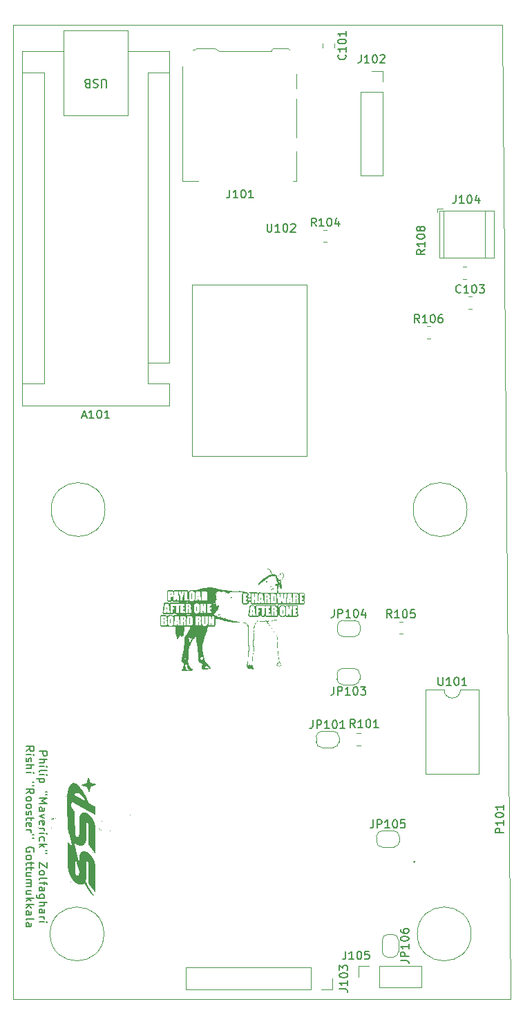
<source format=gbr>
%TF.GenerationSoftware,KiCad,Pcbnew,(6.0.11)*%
%TF.CreationDate,2023-06-04T20:58:31-05:00*%
%TF.ProjectId,Payload-Hard,5061796c-6f61-4642-9d48-6172642e6b69,V1*%
%TF.SameCoordinates,Original*%
%TF.FileFunction,Legend,Top*%
%TF.FilePolarity,Positive*%
%FSLAX46Y46*%
G04 Gerber Fmt 4.6, Leading zero omitted, Abs format (unit mm)*
G04 Created by KiCad (PCBNEW (6.0.11)) date 2023-06-04 20:58:31*
%MOMM*%
%LPD*%
G01*
G04 APERTURE LIST*
%TA.AperFunction,Profile*%
%ADD10C,0.100000*%
%TD*%
%ADD11C,0.150000*%
%ADD12C,0.127000*%
%ADD13C,0.120000*%
G04 APERTURE END LIST*
D10*
X159800000Y-94940000D02*
G75*
G03*
X159800000Y-94940000I-3300000J0D01*
G01*
X164140000Y-35560000D02*
X165100000Y-154940000D01*
X115440000Y-94940000D02*
G75*
G03*
X115440000Y-94940000I-3300000J0D01*
G01*
X165100000Y-154940000D02*
X104140000Y-154940000D01*
X116840001Y-114300000D02*
G75*
G03*
X116840001Y-114300000I-1J0D01*
G01*
X104140000Y-154940000D02*
X104140000Y-35560000D01*
X104140000Y-35560000D02*
X164140000Y-35560000D01*
X160300000Y-146940000D02*
G75*
G03*
X160300000Y-146940000I-3300000J0D01*
G01*
X115300000Y-146940000D02*
G75*
G03*
X115300000Y-146940000I-3300000J0D01*
G01*
D11*
X107352619Y-124523809D02*
X108352619Y-124523809D01*
X108352619Y-124904761D01*
X108305000Y-125000000D01*
X108257380Y-125047619D01*
X108162142Y-125095238D01*
X108019285Y-125095238D01*
X107924047Y-125047619D01*
X107876428Y-125000000D01*
X107828809Y-124904761D01*
X107828809Y-124523809D01*
X107352619Y-125523809D02*
X108352619Y-125523809D01*
X107352619Y-125952380D02*
X107876428Y-125952380D01*
X107971666Y-125904761D01*
X108019285Y-125809523D01*
X108019285Y-125666666D01*
X107971666Y-125571428D01*
X107924047Y-125523809D01*
X107352619Y-126428571D02*
X108019285Y-126428571D01*
X108352619Y-126428571D02*
X108305000Y-126380952D01*
X108257380Y-126428571D01*
X108305000Y-126476190D01*
X108352619Y-126428571D01*
X108257380Y-126428571D01*
X107352619Y-127047619D02*
X107400238Y-126952380D01*
X107495476Y-126904761D01*
X108352619Y-126904761D01*
X107352619Y-127428571D02*
X108019285Y-127428571D01*
X108352619Y-127428571D02*
X108305000Y-127380952D01*
X108257380Y-127428571D01*
X108305000Y-127476190D01*
X108352619Y-127428571D01*
X108257380Y-127428571D01*
X108019285Y-127904761D02*
X107019285Y-127904761D01*
X107971666Y-127904761D02*
X108019285Y-128000000D01*
X108019285Y-128190476D01*
X107971666Y-128285714D01*
X107924047Y-128333333D01*
X107828809Y-128380952D01*
X107543095Y-128380952D01*
X107447857Y-128333333D01*
X107400238Y-128285714D01*
X107352619Y-128190476D01*
X107352619Y-128000000D01*
X107400238Y-127904761D01*
X108352619Y-129523809D02*
X108162142Y-129523809D01*
X108352619Y-129904761D02*
X108162142Y-129904761D01*
X107352619Y-130333333D02*
X108352619Y-130333333D01*
X107638333Y-130666666D01*
X108352619Y-131000000D01*
X107352619Y-131000000D01*
X107352619Y-131904761D02*
X107876428Y-131904761D01*
X107971666Y-131857142D01*
X108019285Y-131761904D01*
X108019285Y-131571428D01*
X107971666Y-131476190D01*
X107400238Y-131904761D02*
X107352619Y-131809523D01*
X107352619Y-131571428D01*
X107400238Y-131476190D01*
X107495476Y-131428571D01*
X107590714Y-131428571D01*
X107685952Y-131476190D01*
X107733571Y-131571428D01*
X107733571Y-131809523D01*
X107781190Y-131904761D01*
X108019285Y-132285714D02*
X107352619Y-132523809D01*
X108019285Y-132761904D01*
X107400238Y-133523809D02*
X107352619Y-133428571D01*
X107352619Y-133238095D01*
X107400238Y-133142857D01*
X107495476Y-133095238D01*
X107876428Y-133095238D01*
X107971666Y-133142857D01*
X108019285Y-133238095D01*
X108019285Y-133428571D01*
X107971666Y-133523809D01*
X107876428Y-133571428D01*
X107781190Y-133571428D01*
X107685952Y-133095238D01*
X107352619Y-134000000D02*
X108019285Y-134000000D01*
X107828809Y-134000000D02*
X107924047Y-134047619D01*
X107971666Y-134095238D01*
X108019285Y-134190476D01*
X108019285Y-134285714D01*
X107352619Y-134619047D02*
X108019285Y-134619047D01*
X108352619Y-134619047D02*
X108305000Y-134571428D01*
X108257380Y-134619047D01*
X108305000Y-134666666D01*
X108352619Y-134619047D01*
X108257380Y-134619047D01*
X107400238Y-135523809D02*
X107352619Y-135428571D01*
X107352619Y-135238095D01*
X107400238Y-135142857D01*
X107447857Y-135095238D01*
X107543095Y-135047619D01*
X107828809Y-135047619D01*
X107924047Y-135095238D01*
X107971666Y-135142857D01*
X108019285Y-135238095D01*
X108019285Y-135428571D01*
X107971666Y-135523809D01*
X107352619Y-135952380D02*
X108352619Y-135952380D01*
X107733571Y-136047619D02*
X107352619Y-136333333D01*
X108019285Y-136333333D02*
X107638333Y-135952380D01*
X108352619Y-136714285D02*
X108162142Y-136714285D01*
X108352619Y-137095238D02*
X108162142Y-137095238D01*
X108352619Y-138190476D02*
X108352619Y-138857142D01*
X107352619Y-138190476D01*
X107352619Y-138857142D01*
X107352619Y-139380952D02*
X107400238Y-139285714D01*
X107447857Y-139238095D01*
X107543095Y-139190476D01*
X107828809Y-139190476D01*
X107924047Y-139238095D01*
X107971666Y-139285714D01*
X108019285Y-139380952D01*
X108019285Y-139523809D01*
X107971666Y-139619047D01*
X107924047Y-139666666D01*
X107828809Y-139714285D01*
X107543095Y-139714285D01*
X107447857Y-139666666D01*
X107400238Y-139619047D01*
X107352619Y-139523809D01*
X107352619Y-139380952D01*
X107352619Y-140285714D02*
X107400238Y-140190476D01*
X107495476Y-140142857D01*
X108352619Y-140142857D01*
X108019285Y-140523809D02*
X108019285Y-140904761D01*
X107352619Y-140666666D02*
X108209761Y-140666666D01*
X108305000Y-140714285D01*
X108352619Y-140809523D01*
X108352619Y-140904761D01*
X107352619Y-141666666D02*
X107876428Y-141666666D01*
X107971666Y-141619047D01*
X108019285Y-141523809D01*
X108019285Y-141333333D01*
X107971666Y-141238095D01*
X107400238Y-141666666D02*
X107352619Y-141571428D01*
X107352619Y-141333333D01*
X107400238Y-141238095D01*
X107495476Y-141190476D01*
X107590714Y-141190476D01*
X107685952Y-141238095D01*
X107733571Y-141333333D01*
X107733571Y-141571428D01*
X107781190Y-141666666D01*
X108019285Y-142571428D02*
X107209761Y-142571428D01*
X107114523Y-142523809D01*
X107066904Y-142476190D01*
X107019285Y-142380952D01*
X107019285Y-142238095D01*
X107066904Y-142142857D01*
X107400238Y-142571428D02*
X107352619Y-142476190D01*
X107352619Y-142285714D01*
X107400238Y-142190476D01*
X107447857Y-142142857D01*
X107543095Y-142095238D01*
X107828809Y-142095238D01*
X107924047Y-142142857D01*
X107971666Y-142190476D01*
X108019285Y-142285714D01*
X108019285Y-142476190D01*
X107971666Y-142571428D01*
X107352619Y-143047619D02*
X108352619Y-143047619D01*
X107352619Y-143476190D02*
X107876428Y-143476190D01*
X107971666Y-143428571D01*
X108019285Y-143333333D01*
X108019285Y-143190476D01*
X107971666Y-143095238D01*
X107924047Y-143047619D01*
X107352619Y-144380952D02*
X107876428Y-144380952D01*
X107971666Y-144333333D01*
X108019285Y-144238095D01*
X108019285Y-144047619D01*
X107971666Y-143952380D01*
X107400238Y-144380952D02*
X107352619Y-144285714D01*
X107352619Y-144047619D01*
X107400238Y-143952380D01*
X107495476Y-143904761D01*
X107590714Y-143904761D01*
X107685952Y-143952380D01*
X107733571Y-144047619D01*
X107733571Y-144285714D01*
X107781190Y-144380952D01*
X107352619Y-144857142D02*
X108019285Y-144857142D01*
X107828809Y-144857142D02*
X107924047Y-144904761D01*
X107971666Y-144952380D01*
X108019285Y-145047619D01*
X108019285Y-145142857D01*
X107352619Y-145476190D02*
X108019285Y-145476190D01*
X108352619Y-145476190D02*
X108305000Y-145428571D01*
X108257380Y-145476190D01*
X108305000Y-145523809D01*
X108352619Y-145476190D01*
X108257380Y-145476190D01*
X105742619Y-124547619D02*
X106218809Y-124214285D01*
X105742619Y-123976190D02*
X106742619Y-123976190D01*
X106742619Y-124357142D01*
X106695000Y-124452380D01*
X106647380Y-124500000D01*
X106552142Y-124547619D01*
X106409285Y-124547619D01*
X106314047Y-124500000D01*
X106266428Y-124452380D01*
X106218809Y-124357142D01*
X106218809Y-123976190D01*
X105742619Y-124976190D02*
X106409285Y-124976190D01*
X106742619Y-124976190D02*
X106695000Y-124928571D01*
X106647380Y-124976190D01*
X106695000Y-125023809D01*
X106742619Y-124976190D01*
X106647380Y-124976190D01*
X105790238Y-125404761D02*
X105742619Y-125500000D01*
X105742619Y-125690476D01*
X105790238Y-125785714D01*
X105885476Y-125833333D01*
X105933095Y-125833333D01*
X106028333Y-125785714D01*
X106075952Y-125690476D01*
X106075952Y-125547619D01*
X106123571Y-125452380D01*
X106218809Y-125404761D01*
X106266428Y-125404761D01*
X106361666Y-125452380D01*
X106409285Y-125547619D01*
X106409285Y-125690476D01*
X106361666Y-125785714D01*
X105742619Y-126261904D02*
X106742619Y-126261904D01*
X105742619Y-126690476D02*
X106266428Y-126690476D01*
X106361666Y-126642857D01*
X106409285Y-126547619D01*
X106409285Y-126404761D01*
X106361666Y-126309523D01*
X106314047Y-126261904D01*
X105742619Y-127166666D02*
X106409285Y-127166666D01*
X106742619Y-127166666D02*
X106695000Y-127119047D01*
X106647380Y-127166666D01*
X106695000Y-127214285D01*
X106742619Y-127166666D01*
X106647380Y-127166666D01*
X106742619Y-128357142D02*
X106552142Y-128357142D01*
X106742619Y-128738095D02*
X106552142Y-128738095D01*
X105742619Y-129738095D02*
X106218809Y-129404761D01*
X105742619Y-129166666D02*
X106742619Y-129166666D01*
X106742619Y-129547619D01*
X106695000Y-129642857D01*
X106647380Y-129690476D01*
X106552142Y-129738095D01*
X106409285Y-129738095D01*
X106314047Y-129690476D01*
X106266428Y-129642857D01*
X106218809Y-129547619D01*
X106218809Y-129166666D01*
X105742619Y-130309523D02*
X105790238Y-130214285D01*
X105837857Y-130166666D01*
X105933095Y-130119047D01*
X106218809Y-130119047D01*
X106314047Y-130166666D01*
X106361666Y-130214285D01*
X106409285Y-130309523D01*
X106409285Y-130452380D01*
X106361666Y-130547619D01*
X106314047Y-130595238D01*
X106218809Y-130642857D01*
X105933095Y-130642857D01*
X105837857Y-130595238D01*
X105790238Y-130547619D01*
X105742619Y-130452380D01*
X105742619Y-130309523D01*
X105742619Y-131214285D02*
X105790238Y-131119047D01*
X105837857Y-131071428D01*
X105933095Y-131023809D01*
X106218809Y-131023809D01*
X106314047Y-131071428D01*
X106361666Y-131119047D01*
X106409285Y-131214285D01*
X106409285Y-131357142D01*
X106361666Y-131452380D01*
X106314047Y-131500000D01*
X106218809Y-131547619D01*
X105933095Y-131547619D01*
X105837857Y-131500000D01*
X105790238Y-131452380D01*
X105742619Y-131357142D01*
X105742619Y-131214285D01*
X105790238Y-131928571D02*
X105742619Y-132023809D01*
X105742619Y-132214285D01*
X105790238Y-132309523D01*
X105885476Y-132357142D01*
X105933095Y-132357142D01*
X106028333Y-132309523D01*
X106075952Y-132214285D01*
X106075952Y-132071428D01*
X106123571Y-131976190D01*
X106218809Y-131928571D01*
X106266428Y-131928571D01*
X106361666Y-131976190D01*
X106409285Y-132071428D01*
X106409285Y-132214285D01*
X106361666Y-132309523D01*
X106409285Y-132642857D02*
X106409285Y-133023809D01*
X106742619Y-132785714D02*
X105885476Y-132785714D01*
X105790238Y-132833333D01*
X105742619Y-132928571D01*
X105742619Y-133023809D01*
X105790238Y-133738095D02*
X105742619Y-133642857D01*
X105742619Y-133452380D01*
X105790238Y-133357142D01*
X105885476Y-133309523D01*
X106266428Y-133309523D01*
X106361666Y-133357142D01*
X106409285Y-133452380D01*
X106409285Y-133642857D01*
X106361666Y-133738095D01*
X106266428Y-133785714D01*
X106171190Y-133785714D01*
X106075952Y-133309523D01*
X105742619Y-134214285D02*
X106409285Y-134214285D01*
X106218809Y-134214285D02*
X106314047Y-134261904D01*
X106361666Y-134309523D01*
X106409285Y-134404761D01*
X106409285Y-134500000D01*
X106742619Y-134785714D02*
X106552142Y-134785714D01*
X106742619Y-135166666D02*
X106552142Y-135166666D01*
X106695000Y-136880952D02*
X106742619Y-136785714D01*
X106742619Y-136642857D01*
X106695000Y-136500000D01*
X106599761Y-136404761D01*
X106504523Y-136357142D01*
X106314047Y-136309523D01*
X106171190Y-136309523D01*
X105980714Y-136357142D01*
X105885476Y-136404761D01*
X105790238Y-136500000D01*
X105742619Y-136642857D01*
X105742619Y-136738095D01*
X105790238Y-136880952D01*
X105837857Y-136928571D01*
X106171190Y-136928571D01*
X106171190Y-136738095D01*
X105742619Y-137500000D02*
X105790238Y-137404761D01*
X105837857Y-137357142D01*
X105933095Y-137309523D01*
X106218809Y-137309523D01*
X106314047Y-137357142D01*
X106361666Y-137404761D01*
X106409285Y-137500000D01*
X106409285Y-137642857D01*
X106361666Y-137738095D01*
X106314047Y-137785714D01*
X106218809Y-137833333D01*
X105933095Y-137833333D01*
X105837857Y-137785714D01*
X105790238Y-137738095D01*
X105742619Y-137642857D01*
X105742619Y-137500000D01*
X106409285Y-138119047D02*
X106409285Y-138500000D01*
X106742619Y-138261904D02*
X105885476Y-138261904D01*
X105790238Y-138309523D01*
X105742619Y-138404761D01*
X105742619Y-138500000D01*
X106409285Y-138690476D02*
X106409285Y-139071428D01*
X106742619Y-138833333D02*
X105885476Y-138833333D01*
X105790238Y-138880952D01*
X105742619Y-138976190D01*
X105742619Y-139071428D01*
X106409285Y-139833333D02*
X105742619Y-139833333D01*
X106409285Y-139404761D02*
X105885476Y-139404761D01*
X105790238Y-139452380D01*
X105742619Y-139547619D01*
X105742619Y-139690476D01*
X105790238Y-139785714D01*
X105837857Y-139833333D01*
X105742619Y-140309523D02*
X106409285Y-140309523D01*
X106314047Y-140309523D02*
X106361666Y-140357142D01*
X106409285Y-140452380D01*
X106409285Y-140595238D01*
X106361666Y-140690476D01*
X106266428Y-140738095D01*
X105742619Y-140738095D01*
X106266428Y-140738095D02*
X106361666Y-140785714D01*
X106409285Y-140880952D01*
X106409285Y-141023809D01*
X106361666Y-141119047D01*
X106266428Y-141166666D01*
X105742619Y-141166666D01*
X106409285Y-142071428D02*
X105742619Y-142071428D01*
X106409285Y-141642857D02*
X105885476Y-141642857D01*
X105790238Y-141690476D01*
X105742619Y-141785714D01*
X105742619Y-141928571D01*
X105790238Y-142023809D01*
X105837857Y-142071428D01*
X105742619Y-142547619D02*
X106742619Y-142547619D01*
X106123571Y-142642857D02*
X105742619Y-142928571D01*
X106409285Y-142928571D02*
X106028333Y-142547619D01*
X105742619Y-143357142D02*
X106742619Y-143357142D01*
X106123571Y-143452380D02*
X105742619Y-143738095D01*
X106409285Y-143738095D02*
X106028333Y-143357142D01*
X105742619Y-144595238D02*
X106266428Y-144595238D01*
X106361666Y-144547619D01*
X106409285Y-144452380D01*
X106409285Y-144261904D01*
X106361666Y-144166666D01*
X105790238Y-144595238D02*
X105742619Y-144500000D01*
X105742619Y-144261904D01*
X105790238Y-144166666D01*
X105885476Y-144119047D01*
X105980714Y-144119047D01*
X106075952Y-144166666D01*
X106123571Y-144261904D01*
X106123571Y-144500000D01*
X106171190Y-144595238D01*
X105742619Y-145214285D02*
X105790238Y-145119047D01*
X105885476Y-145071428D01*
X106742619Y-145071428D01*
X105742619Y-146023809D02*
X106266428Y-146023809D01*
X106361666Y-145976190D01*
X106409285Y-145880952D01*
X106409285Y-145690476D01*
X106361666Y-145595238D01*
X105790238Y-146023809D02*
X105742619Y-145928571D01*
X105742619Y-145690476D01*
X105790238Y-145595238D01*
X105885476Y-145547619D01*
X105980714Y-145547619D01*
X106075952Y-145595238D01*
X106123571Y-145690476D01*
X106123571Y-145928571D01*
X106171190Y-146023809D01*
%TO.C,P101*%
X164265529Y-134565274D02*
X163265190Y-134565274D01*
X163265190Y-134184192D01*
X163312825Y-134088922D01*
X163360460Y-134041287D01*
X163455731Y-133993651D01*
X163598636Y-133993651D01*
X163693907Y-134041287D01*
X163741542Y-134088922D01*
X163789177Y-134184192D01*
X163789177Y-134565274D01*
X164265529Y-133040948D02*
X164265529Y-133612570D01*
X164265529Y-133326759D02*
X163265190Y-133326759D01*
X163408095Y-133422029D01*
X163503366Y-133517300D01*
X163551001Y-133612570D01*
X163265190Y-132421690D02*
X163265190Y-132326420D01*
X163312825Y-132231149D01*
X163360460Y-132183514D01*
X163455731Y-132135879D01*
X163646271Y-132088244D01*
X163884447Y-132088244D01*
X164074988Y-132135879D01*
X164170258Y-132183514D01*
X164217894Y-132231149D01*
X164265529Y-132326420D01*
X164265529Y-132421690D01*
X164217894Y-132516961D01*
X164170258Y-132564596D01*
X164074988Y-132612231D01*
X163884447Y-132659866D01*
X163646271Y-132659866D01*
X163455731Y-132612231D01*
X163360460Y-132564596D01*
X163312825Y-132516961D01*
X163265190Y-132421690D01*
X164265529Y-131135540D02*
X164265529Y-131707162D01*
X164265529Y-131421351D02*
X163265190Y-131421351D01*
X163408095Y-131516622D01*
X163503366Y-131611892D01*
X163551001Y-131707162D01*
%TO.C,U102*%
X135300714Y-59912380D02*
X135300714Y-60721904D01*
X135348333Y-60817142D01*
X135395952Y-60864761D01*
X135491190Y-60912380D01*
X135681666Y-60912380D01*
X135776904Y-60864761D01*
X135824523Y-60817142D01*
X135872142Y-60721904D01*
X135872142Y-59912380D01*
X136872142Y-60912380D02*
X136300714Y-60912380D01*
X136586428Y-60912380D02*
X136586428Y-59912380D01*
X136491190Y-60055238D01*
X136395952Y-60150476D01*
X136300714Y-60198095D01*
X137491190Y-59912380D02*
X137586428Y-59912380D01*
X137681666Y-59960000D01*
X137729285Y-60007619D01*
X137776904Y-60102857D01*
X137824523Y-60293333D01*
X137824523Y-60531428D01*
X137776904Y-60721904D01*
X137729285Y-60817142D01*
X137681666Y-60864761D01*
X137586428Y-60912380D01*
X137491190Y-60912380D01*
X137395952Y-60864761D01*
X137348333Y-60817142D01*
X137300714Y-60721904D01*
X137253095Y-60531428D01*
X137253095Y-60293333D01*
X137300714Y-60102857D01*
X137348333Y-60007619D01*
X137395952Y-59960000D01*
X137491190Y-59912380D01*
X138205476Y-60007619D02*
X138253095Y-59960000D01*
X138348333Y-59912380D01*
X138586428Y-59912380D01*
X138681666Y-59960000D01*
X138729285Y-60007619D01*
X138776904Y-60102857D01*
X138776904Y-60198095D01*
X138729285Y-60340952D01*
X138157857Y-60912380D01*
X138776904Y-60912380D01*
%TO.C,JP101*%
X140914285Y-120752380D02*
X140914285Y-121466666D01*
X140866666Y-121609523D01*
X140771428Y-121704761D01*
X140628571Y-121752380D01*
X140533333Y-121752380D01*
X141390476Y-121752380D02*
X141390476Y-120752380D01*
X141771428Y-120752380D01*
X141866666Y-120800000D01*
X141914285Y-120847619D01*
X141961904Y-120942857D01*
X141961904Y-121085714D01*
X141914285Y-121180952D01*
X141866666Y-121228571D01*
X141771428Y-121276190D01*
X141390476Y-121276190D01*
X142914285Y-121752380D02*
X142342857Y-121752380D01*
X142628571Y-121752380D02*
X142628571Y-120752380D01*
X142533333Y-120895238D01*
X142438095Y-120990476D01*
X142342857Y-121038095D01*
X143533333Y-120752380D02*
X143628571Y-120752380D01*
X143723809Y-120800000D01*
X143771428Y-120847619D01*
X143819047Y-120942857D01*
X143866666Y-121133333D01*
X143866666Y-121371428D01*
X143819047Y-121561904D01*
X143771428Y-121657142D01*
X143723809Y-121704761D01*
X143628571Y-121752380D01*
X143533333Y-121752380D01*
X143438095Y-121704761D01*
X143390476Y-121657142D01*
X143342857Y-121561904D01*
X143295238Y-121371428D01*
X143295238Y-121133333D01*
X143342857Y-120942857D01*
X143390476Y-120847619D01*
X143438095Y-120800000D01*
X143533333Y-120752380D01*
X144819047Y-121752380D02*
X144247619Y-121752380D01*
X144533333Y-121752380D02*
X144533333Y-120752380D01*
X144438095Y-120895238D01*
X144342857Y-120990476D01*
X144247619Y-121038095D01*
%TO.C,R108*%
X154630380Y-63095047D02*
X154154190Y-63428380D01*
X154630380Y-63666476D02*
X153630380Y-63666476D01*
X153630380Y-63285523D01*
X153678000Y-63190285D01*
X153725619Y-63142666D01*
X153820857Y-63095047D01*
X153963714Y-63095047D01*
X154058952Y-63142666D01*
X154106571Y-63190285D01*
X154154190Y-63285523D01*
X154154190Y-63666476D01*
X154630380Y-62142666D02*
X154630380Y-62714095D01*
X154630380Y-62428380D02*
X153630380Y-62428380D01*
X153773238Y-62523619D01*
X153868476Y-62618857D01*
X153916095Y-62714095D01*
X153630380Y-61523619D02*
X153630380Y-61428380D01*
X153678000Y-61333142D01*
X153725619Y-61285523D01*
X153820857Y-61237904D01*
X154011333Y-61190285D01*
X154249428Y-61190285D01*
X154439904Y-61237904D01*
X154535142Y-61285523D01*
X154582761Y-61333142D01*
X154630380Y-61428380D01*
X154630380Y-61523619D01*
X154582761Y-61618857D01*
X154535142Y-61666476D01*
X154439904Y-61714095D01*
X154249428Y-61761714D01*
X154011333Y-61761714D01*
X153820857Y-61714095D01*
X153725619Y-61666476D01*
X153678000Y-61618857D01*
X153630380Y-61523619D01*
X154058952Y-60618857D02*
X154011333Y-60714095D01*
X153963714Y-60761714D01*
X153868476Y-60809333D01*
X153820857Y-60809333D01*
X153725619Y-60761714D01*
X153678000Y-60714095D01*
X153630380Y-60618857D01*
X153630380Y-60428380D01*
X153678000Y-60333142D01*
X153725619Y-60285523D01*
X153820857Y-60237904D01*
X153868476Y-60237904D01*
X153963714Y-60285523D01*
X154011333Y-60333142D01*
X154058952Y-60428380D01*
X154058952Y-60618857D01*
X154106571Y-60714095D01*
X154154190Y-60761714D01*
X154249428Y-60809333D01*
X154439904Y-60809333D01*
X154535142Y-60761714D01*
X154582761Y-60714095D01*
X154630380Y-60618857D01*
X154630380Y-60428380D01*
X154582761Y-60333142D01*
X154535142Y-60285523D01*
X154439904Y-60237904D01*
X154249428Y-60237904D01*
X154154190Y-60285523D01*
X154106571Y-60333142D01*
X154058952Y-60428380D01*
%TO.C,R104*%
X141305952Y-60227380D02*
X140972619Y-59751190D01*
X140734523Y-60227380D02*
X140734523Y-59227380D01*
X141115476Y-59227380D01*
X141210714Y-59275000D01*
X141258333Y-59322619D01*
X141305952Y-59417857D01*
X141305952Y-59560714D01*
X141258333Y-59655952D01*
X141210714Y-59703571D01*
X141115476Y-59751190D01*
X140734523Y-59751190D01*
X142258333Y-60227380D02*
X141686904Y-60227380D01*
X141972619Y-60227380D02*
X141972619Y-59227380D01*
X141877380Y-59370238D01*
X141782142Y-59465476D01*
X141686904Y-59513095D01*
X142877380Y-59227380D02*
X142972619Y-59227380D01*
X143067857Y-59275000D01*
X143115476Y-59322619D01*
X143163095Y-59417857D01*
X143210714Y-59608333D01*
X143210714Y-59846428D01*
X143163095Y-60036904D01*
X143115476Y-60132142D01*
X143067857Y-60179761D01*
X142972619Y-60227380D01*
X142877380Y-60227380D01*
X142782142Y-60179761D01*
X142734523Y-60132142D01*
X142686904Y-60036904D01*
X142639285Y-59846428D01*
X142639285Y-59608333D01*
X142686904Y-59417857D01*
X142734523Y-59322619D01*
X142782142Y-59275000D01*
X142877380Y-59227380D01*
X144067857Y-59560714D02*
X144067857Y-60227380D01*
X143829761Y-59179761D02*
X143591666Y-59894047D01*
X144210714Y-59894047D01*
%TO.C,JP105*%
X148314285Y-132952380D02*
X148314285Y-133666666D01*
X148266666Y-133809523D01*
X148171428Y-133904761D01*
X148028571Y-133952380D01*
X147933333Y-133952380D01*
X148790476Y-133952380D02*
X148790476Y-132952380D01*
X149171428Y-132952380D01*
X149266666Y-133000000D01*
X149314285Y-133047619D01*
X149361904Y-133142857D01*
X149361904Y-133285714D01*
X149314285Y-133380952D01*
X149266666Y-133428571D01*
X149171428Y-133476190D01*
X148790476Y-133476190D01*
X150314285Y-133952380D02*
X149742857Y-133952380D01*
X150028571Y-133952380D02*
X150028571Y-132952380D01*
X149933333Y-133095238D01*
X149838095Y-133190476D01*
X149742857Y-133238095D01*
X150933333Y-132952380D02*
X151028571Y-132952380D01*
X151123809Y-133000000D01*
X151171428Y-133047619D01*
X151219047Y-133142857D01*
X151266666Y-133333333D01*
X151266666Y-133571428D01*
X151219047Y-133761904D01*
X151171428Y-133857142D01*
X151123809Y-133904761D01*
X151028571Y-133952380D01*
X150933333Y-133952380D01*
X150838095Y-133904761D01*
X150790476Y-133857142D01*
X150742857Y-133761904D01*
X150695238Y-133571428D01*
X150695238Y-133333333D01*
X150742857Y-133142857D01*
X150790476Y-133047619D01*
X150838095Y-133000000D01*
X150933333Y-132952380D01*
X152171428Y-132952380D02*
X151695238Y-132952380D01*
X151647619Y-133428571D01*
X151695238Y-133380952D01*
X151790476Y-133333333D01*
X152028571Y-133333333D01*
X152123809Y-133380952D01*
X152171428Y-133428571D01*
X152219047Y-133523809D01*
X152219047Y-133761904D01*
X152171428Y-133857142D01*
X152123809Y-133904761D01*
X152028571Y-133952380D01*
X151790476Y-133952380D01*
X151695238Y-133904761D01*
X151647619Y-133857142D01*
%TO.C,J105*%
X144914285Y-149052380D02*
X144914285Y-149766666D01*
X144866666Y-149909523D01*
X144771428Y-150004761D01*
X144628571Y-150052380D01*
X144533333Y-150052380D01*
X145914285Y-150052380D02*
X145342857Y-150052380D01*
X145628571Y-150052380D02*
X145628571Y-149052380D01*
X145533333Y-149195238D01*
X145438095Y-149290476D01*
X145342857Y-149338095D01*
X146533333Y-149052380D02*
X146628571Y-149052380D01*
X146723809Y-149100000D01*
X146771428Y-149147619D01*
X146819047Y-149242857D01*
X146866666Y-149433333D01*
X146866666Y-149671428D01*
X146819047Y-149861904D01*
X146771428Y-149957142D01*
X146723809Y-150004761D01*
X146628571Y-150052380D01*
X146533333Y-150052380D01*
X146438095Y-150004761D01*
X146390476Y-149957142D01*
X146342857Y-149861904D01*
X146295238Y-149671428D01*
X146295238Y-149433333D01*
X146342857Y-149242857D01*
X146390476Y-149147619D01*
X146438095Y-149100000D01*
X146533333Y-149052380D01*
X147771428Y-149052380D02*
X147295238Y-149052380D01*
X147247619Y-149528571D01*
X147295238Y-149480952D01*
X147390476Y-149433333D01*
X147628571Y-149433333D01*
X147723809Y-149480952D01*
X147771428Y-149528571D01*
X147819047Y-149623809D01*
X147819047Y-149861904D01*
X147771428Y-149957142D01*
X147723809Y-150004761D01*
X147628571Y-150052380D01*
X147390476Y-150052380D01*
X147295238Y-150004761D01*
X147247619Y-149957142D01*
%TO.C,A101*%
X112633333Y-83478666D02*
X113109523Y-83478666D01*
X112538095Y-83764380D02*
X112871428Y-82764380D01*
X113204761Y-83764380D01*
X114061904Y-83764380D02*
X113490476Y-83764380D01*
X113776190Y-83764380D02*
X113776190Y-82764380D01*
X113680952Y-82907238D01*
X113585714Y-83002476D01*
X113490476Y-83050095D01*
X114680952Y-82764380D02*
X114776190Y-82764380D01*
X114871428Y-82812000D01*
X114919047Y-82859619D01*
X114966666Y-82954857D01*
X115014285Y-83145333D01*
X115014285Y-83383428D01*
X114966666Y-83573904D01*
X114919047Y-83669142D01*
X114871428Y-83716761D01*
X114776190Y-83764380D01*
X114680952Y-83764380D01*
X114585714Y-83716761D01*
X114538095Y-83669142D01*
X114490476Y-83573904D01*
X114442857Y-83383428D01*
X114442857Y-83145333D01*
X114490476Y-82954857D01*
X114538095Y-82859619D01*
X114585714Y-82812000D01*
X114680952Y-82764380D01*
X115966666Y-83764380D02*
X115395238Y-83764380D01*
X115680952Y-83764380D02*
X115680952Y-82764380D01*
X115585714Y-82907238D01*
X115490476Y-83002476D01*
X115395238Y-83050095D01*
X115561904Y-43219619D02*
X115561904Y-42410095D01*
X115514285Y-42314857D01*
X115466666Y-42267238D01*
X115371428Y-42219619D01*
X115180952Y-42219619D01*
X115085714Y-42267238D01*
X115038095Y-42314857D01*
X114990476Y-42410095D01*
X114990476Y-43219619D01*
X114561904Y-42267238D02*
X114419047Y-42219619D01*
X114180952Y-42219619D01*
X114085714Y-42267238D01*
X114038095Y-42314857D01*
X113990476Y-42410095D01*
X113990476Y-42505333D01*
X114038095Y-42600571D01*
X114085714Y-42648190D01*
X114180952Y-42695809D01*
X114371428Y-42743428D01*
X114466666Y-42791047D01*
X114514285Y-42838666D01*
X114561904Y-42933904D01*
X114561904Y-43029142D01*
X114514285Y-43124380D01*
X114466666Y-43172000D01*
X114371428Y-43219619D01*
X114133333Y-43219619D01*
X113990476Y-43172000D01*
X113228571Y-42743428D02*
X113085714Y-42695809D01*
X113038095Y-42648190D01*
X112990476Y-42552952D01*
X112990476Y-42410095D01*
X113038095Y-42314857D01*
X113085714Y-42267238D01*
X113180952Y-42219619D01*
X113561904Y-42219619D01*
X113561904Y-43219619D01*
X113228571Y-43219619D01*
X113133333Y-43172000D01*
X113085714Y-43124380D01*
X113038095Y-43029142D01*
X113038095Y-42933904D01*
X113085714Y-42838666D01*
X113133333Y-42791047D01*
X113228571Y-42743428D01*
X113561904Y-42743428D01*
%TO.C,C101*%
X144877142Y-39199047D02*
X144924761Y-39246666D01*
X144972380Y-39389523D01*
X144972380Y-39484761D01*
X144924761Y-39627619D01*
X144829523Y-39722857D01*
X144734285Y-39770476D01*
X144543809Y-39818095D01*
X144400952Y-39818095D01*
X144210476Y-39770476D01*
X144115238Y-39722857D01*
X144020000Y-39627619D01*
X143972380Y-39484761D01*
X143972380Y-39389523D01*
X144020000Y-39246666D01*
X144067619Y-39199047D01*
X144972380Y-38246666D02*
X144972380Y-38818095D01*
X144972380Y-38532380D02*
X143972380Y-38532380D01*
X144115238Y-38627619D01*
X144210476Y-38722857D01*
X144258095Y-38818095D01*
X143972380Y-37627619D02*
X143972380Y-37532380D01*
X144020000Y-37437142D01*
X144067619Y-37389523D01*
X144162857Y-37341904D01*
X144353333Y-37294285D01*
X144591428Y-37294285D01*
X144781904Y-37341904D01*
X144877142Y-37389523D01*
X144924761Y-37437142D01*
X144972380Y-37532380D01*
X144972380Y-37627619D01*
X144924761Y-37722857D01*
X144877142Y-37770476D01*
X144781904Y-37818095D01*
X144591428Y-37865714D01*
X144353333Y-37865714D01*
X144162857Y-37818095D01*
X144067619Y-37770476D01*
X144020000Y-37722857D01*
X143972380Y-37627619D01*
X144972380Y-36341904D02*
X144972380Y-36913333D01*
X144972380Y-36627619D02*
X143972380Y-36627619D01*
X144115238Y-36722857D01*
X144210476Y-36818095D01*
X144258095Y-36913333D01*
%TO.C,JP103*%
X143464285Y-116652380D02*
X143464285Y-117366666D01*
X143416666Y-117509523D01*
X143321428Y-117604761D01*
X143178571Y-117652380D01*
X143083333Y-117652380D01*
X143940476Y-117652380D02*
X143940476Y-116652380D01*
X144321428Y-116652380D01*
X144416666Y-116700000D01*
X144464285Y-116747619D01*
X144511904Y-116842857D01*
X144511904Y-116985714D01*
X144464285Y-117080952D01*
X144416666Y-117128571D01*
X144321428Y-117176190D01*
X143940476Y-117176190D01*
X145464285Y-117652380D02*
X144892857Y-117652380D01*
X145178571Y-117652380D02*
X145178571Y-116652380D01*
X145083333Y-116795238D01*
X144988095Y-116890476D01*
X144892857Y-116938095D01*
X146083333Y-116652380D02*
X146178571Y-116652380D01*
X146273809Y-116700000D01*
X146321428Y-116747619D01*
X146369047Y-116842857D01*
X146416666Y-117033333D01*
X146416666Y-117271428D01*
X146369047Y-117461904D01*
X146321428Y-117557142D01*
X146273809Y-117604761D01*
X146178571Y-117652380D01*
X146083333Y-117652380D01*
X145988095Y-117604761D01*
X145940476Y-117557142D01*
X145892857Y-117461904D01*
X145845238Y-117271428D01*
X145845238Y-117033333D01*
X145892857Y-116842857D01*
X145940476Y-116747619D01*
X145988095Y-116700000D01*
X146083333Y-116652380D01*
X146750000Y-116652380D02*
X147369047Y-116652380D01*
X147035714Y-117033333D01*
X147178571Y-117033333D01*
X147273809Y-117080952D01*
X147321428Y-117128571D01*
X147369047Y-117223809D01*
X147369047Y-117461904D01*
X147321428Y-117557142D01*
X147273809Y-117604761D01*
X147178571Y-117652380D01*
X146892857Y-117652380D01*
X146797619Y-117604761D01*
X146750000Y-117557142D01*
%TO.C,J103*%
X144157380Y-153685714D02*
X144871666Y-153685714D01*
X145014523Y-153733333D01*
X145109761Y-153828571D01*
X145157380Y-153971428D01*
X145157380Y-154066666D01*
X145157380Y-152685714D02*
X145157380Y-153257142D01*
X145157380Y-152971428D02*
X144157380Y-152971428D01*
X144300238Y-153066666D01*
X144395476Y-153161904D01*
X144443095Y-153257142D01*
X144157380Y-152066666D02*
X144157380Y-151971428D01*
X144205000Y-151876190D01*
X144252619Y-151828571D01*
X144347857Y-151780952D01*
X144538333Y-151733333D01*
X144776428Y-151733333D01*
X144966904Y-151780952D01*
X145062142Y-151828571D01*
X145109761Y-151876190D01*
X145157380Y-151971428D01*
X145157380Y-152066666D01*
X145109761Y-152161904D01*
X145062142Y-152209523D01*
X144966904Y-152257142D01*
X144776428Y-152304761D01*
X144538333Y-152304761D01*
X144347857Y-152257142D01*
X144252619Y-152209523D01*
X144205000Y-152161904D01*
X144157380Y-152066666D01*
X144157380Y-151400000D02*
X144157380Y-150780952D01*
X144538333Y-151114285D01*
X144538333Y-150971428D01*
X144585952Y-150876190D01*
X144633571Y-150828571D01*
X144728809Y-150780952D01*
X144966904Y-150780952D01*
X145062142Y-150828571D01*
X145109761Y-150876190D01*
X145157380Y-150971428D01*
X145157380Y-151257142D01*
X145109761Y-151352380D01*
X145062142Y-151400000D01*
%TO.C,JP104*%
X143514285Y-107152380D02*
X143514285Y-107866666D01*
X143466666Y-108009523D01*
X143371428Y-108104761D01*
X143228571Y-108152380D01*
X143133333Y-108152380D01*
X143990476Y-108152380D02*
X143990476Y-107152380D01*
X144371428Y-107152380D01*
X144466666Y-107200000D01*
X144514285Y-107247619D01*
X144561904Y-107342857D01*
X144561904Y-107485714D01*
X144514285Y-107580952D01*
X144466666Y-107628571D01*
X144371428Y-107676190D01*
X143990476Y-107676190D01*
X145514285Y-108152380D02*
X144942857Y-108152380D01*
X145228571Y-108152380D02*
X145228571Y-107152380D01*
X145133333Y-107295238D01*
X145038095Y-107390476D01*
X144942857Y-107438095D01*
X146133333Y-107152380D02*
X146228571Y-107152380D01*
X146323809Y-107200000D01*
X146371428Y-107247619D01*
X146419047Y-107342857D01*
X146466666Y-107533333D01*
X146466666Y-107771428D01*
X146419047Y-107961904D01*
X146371428Y-108057142D01*
X146323809Y-108104761D01*
X146228571Y-108152380D01*
X146133333Y-108152380D01*
X146038095Y-108104761D01*
X145990476Y-108057142D01*
X145942857Y-107961904D01*
X145895238Y-107771428D01*
X145895238Y-107533333D01*
X145942857Y-107342857D01*
X145990476Y-107247619D01*
X146038095Y-107200000D01*
X146133333Y-107152380D01*
X147323809Y-107485714D02*
X147323809Y-108152380D01*
X147085714Y-107104761D02*
X146847619Y-107819047D01*
X147466666Y-107819047D01*
%TO.C,J102*%
X146814285Y-39207380D02*
X146814285Y-39921666D01*
X146766666Y-40064523D01*
X146671428Y-40159761D01*
X146528571Y-40207380D01*
X146433333Y-40207380D01*
X147814285Y-40207380D02*
X147242857Y-40207380D01*
X147528571Y-40207380D02*
X147528571Y-39207380D01*
X147433333Y-39350238D01*
X147338095Y-39445476D01*
X147242857Y-39493095D01*
X148433333Y-39207380D02*
X148528571Y-39207380D01*
X148623809Y-39255000D01*
X148671428Y-39302619D01*
X148719047Y-39397857D01*
X148766666Y-39588333D01*
X148766666Y-39826428D01*
X148719047Y-40016904D01*
X148671428Y-40112142D01*
X148623809Y-40159761D01*
X148528571Y-40207380D01*
X148433333Y-40207380D01*
X148338095Y-40159761D01*
X148290476Y-40112142D01*
X148242857Y-40016904D01*
X148195238Y-39826428D01*
X148195238Y-39588333D01*
X148242857Y-39397857D01*
X148290476Y-39302619D01*
X148338095Y-39255000D01*
X148433333Y-39207380D01*
X149147619Y-39302619D02*
X149195238Y-39255000D01*
X149290476Y-39207380D01*
X149528571Y-39207380D01*
X149623809Y-39255000D01*
X149671428Y-39302619D01*
X149719047Y-39397857D01*
X149719047Y-39493095D01*
X149671428Y-39635952D01*
X149100000Y-40207380D01*
X149719047Y-40207380D01*
%TO.C,J101*%
X130714285Y-55752380D02*
X130714285Y-56466666D01*
X130666666Y-56609523D01*
X130571428Y-56704761D01*
X130428571Y-56752380D01*
X130333333Y-56752380D01*
X131714285Y-56752380D02*
X131142857Y-56752380D01*
X131428571Y-56752380D02*
X131428571Y-55752380D01*
X131333333Y-55895238D01*
X131238095Y-55990476D01*
X131142857Y-56038095D01*
X132333333Y-55752380D02*
X132428571Y-55752380D01*
X132523809Y-55800000D01*
X132571428Y-55847619D01*
X132619047Y-55942857D01*
X132666666Y-56133333D01*
X132666666Y-56371428D01*
X132619047Y-56561904D01*
X132571428Y-56657142D01*
X132523809Y-56704761D01*
X132428571Y-56752380D01*
X132333333Y-56752380D01*
X132238095Y-56704761D01*
X132190476Y-56657142D01*
X132142857Y-56561904D01*
X132095238Y-56371428D01*
X132095238Y-56133333D01*
X132142857Y-55942857D01*
X132190476Y-55847619D01*
X132238095Y-55800000D01*
X132333333Y-55752380D01*
X133619047Y-56752380D02*
X133047619Y-56752380D01*
X133333333Y-56752380D02*
X133333333Y-55752380D01*
X133238095Y-55895238D01*
X133142857Y-55990476D01*
X133047619Y-56038095D01*
%TO.C,U101*%
X156273714Y-115486380D02*
X156273714Y-116295904D01*
X156321333Y-116391142D01*
X156368952Y-116438761D01*
X156464190Y-116486380D01*
X156654666Y-116486380D01*
X156749904Y-116438761D01*
X156797523Y-116391142D01*
X156845142Y-116295904D01*
X156845142Y-115486380D01*
X157845142Y-116486380D02*
X157273714Y-116486380D01*
X157559428Y-116486380D02*
X157559428Y-115486380D01*
X157464190Y-115629238D01*
X157368952Y-115724476D01*
X157273714Y-115772095D01*
X158464190Y-115486380D02*
X158559428Y-115486380D01*
X158654666Y-115534000D01*
X158702285Y-115581619D01*
X158749904Y-115676857D01*
X158797523Y-115867333D01*
X158797523Y-116105428D01*
X158749904Y-116295904D01*
X158702285Y-116391142D01*
X158654666Y-116438761D01*
X158559428Y-116486380D01*
X158464190Y-116486380D01*
X158368952Y-116438761D01*
X158321333Y-116391142D01*
X158273714Y-116295904D01*
X158226095Y-116105428D01*
X158226095Y-115867333D01*
X158273714Y-115676857D01*
X158321333Y-115581619D01*
X158368952Y-115534000D01*
X158464190Y-115486380D01*
X159749904Y-116486380D02*
X159178476Y-116486380D01*
X159464190Y-116486380D02*
X159464190Y-115486380D01*
X159368952Y-115629238D01*
X159273714Y-115724476D01*
X159178476Y-115772095D01*
%TO.C,J104*%
X158442285Y-56409380D02*
X158442285Y-57123666D01*
X158394666Y-57266523D01*
X158299428Y-57361761D01*
X158156571Y-57409380D01*
X158061333Y-57409380D01*
X159442285Y-57409380D02*
X158870857Y-57409380D01*
X159156571Y-57409380D02*
X159156571Y-56409380D01*
X159061333Y-56552238D01*
X158966095Y-56647476D01*
X158870857Y-56695095D01*
X160061333Y-56409380D02*
X160156571Y-56409380D01*
X160251809Y-56457000D01*
X160299428Y-56504619D01*
X160347047Y-56599857D01*
X160394666Y-56790333D01*
X160394666Y-57028428D01*
X160347047Y-57218904D01*
X160299428Y-57314142D01*
X160251809Y-57361761D01*
X160156571Y-57409380D01*
X160061333Y-57409380D01*
X159966095Y-57361761D01*
X159918476Y-57314142D01*
X159870857Y-57218904D01*
X159823238Y-57028428D01*
X159823238Y-56790333D01*
X159870857Y-56599857D01*
X159918476Y-56504619D01*
X159966095Y-56457000D01*
X160061333Y-56409380D01*
X161251809Y-56742714D02*
X161251809Y-57409380D01*
X161013714Y-56361761D02*
X160775619Y-57076047D01*
X161394666Y-57076047D01*
%TO.C,R106*%
X153970952Y-72042380D02*
X153637619Y-71566190D01*
X153399523Y-72042380D02*
X153399523Y-71042380D01*
X153780476Y-71042380D01*
X153875714Y-71090000D01*
X153923333Y-71137619D01*
X153970952Y-71232857D01*
X153970952Y-71375714D01*
X153923333Y-71470952D01*
X153875714Y-71518571D01*
X153780476Y-71566190D01*
X153399523Y-71566190D01*
X154923333Y-72042380D02*
X154351904Y-72042380D01*
X154637619Y-72042380D02*
X154637619Y-71042380D01*
X154542380Y-71185238D01*
X154447142Y-71280476D01*
X154351904Y-71328095D01*
X155542380Y-71042380D02*
X155637619Y-71042380D01*
X155732857Y-71090000D01*
X155780476Y-71137619D01*
X155828095Y-71232857D01*
X155875714Y-71423333D01*
X155875714Y-71661428D01*
X155828095Y-71851904D01*
X155780476Y-71947142D01*
X155732857Y-71994761D01*
X155637619Y-72042380D01*
X155542380Y-72042380D01*
X155447142Y-71994761D01*
X155399523Y-71947142D01*
X155351904Y-71851904D01*
X155304285Y-71661428D01*
X155304285Y-71423333D01*
X155351904Y-71232857D01*
X155399523Y-71137619D01*
X155447142Y-71090000D01*
X155542380Y-71042380D01*
X156732857Y-71042380D02*
X156542380Y-71042380D01*
X156447142Y-71090000D01*
X156399523Y-71137619D01*
X156304285Y-71280476D01*
X156256666Y-71470952D01*
X156256666Y-71851904D01*
X156304285Y-71947142D01*
X156351904Y-71994761D01*
X156447142Y-72042380D01*
X156637619Y-72042380D01*
X156732857Y-71994761D01*
X156780476Y-71947142D01*
X156828095Y-71851904D01*
X156828095Y-71613809D01*
X156780476Y-71518571D01*
X156732857Y-71470952D01*
X156637619Y-71423333D01*
X156447142Y-71423333D01*
X156351904Y-71470952D01*
X156304285Y-71518571D01*
X156256666Y-71613809D01*
%TO.C,JP106*%
X151652380Y-150185714D02*
X152366666Y-150185714D01*
X152509523Y-150233333D01*
X152604761Y-150328571D01*
X152652380Y-150471428D01*
X152652380Y-150566666D01*
X152652380Y-149709523D02*
X151652380Y-149709523D01*
X151652380Y-149328571D01*
X151700000Y-149233333D01*
X151747619Y-149185714D01*
X151842857Y-149138095D01*
X151985714Y-149138095D01*
X152080952Y-149185714D01*
X152128571Y-149233333D01*
X152176190Y-149328571D01*
X152176190Y-149709523D01*
X152652380Y-148185714D02*
X152652380Y-148757142D01*
X152652380Y-148471428D02*
X151652380Y-148471428D01*
X151795238Y-148566666D01*
X151890476Y-148661904D01*
X151938095Y-148757142D01*
X151652380Y-147566666D02*
X151652380Y-147471428D01*
X151700000Y-147376190D01*
X151747619Y-147328571D01*
X151842857Y-147280952D01*
X152033333Y-147233333D01*
X152271428Y-147233333D01*
X152461904Y-147280952D01*
X152557142Y-147328571D01*
X152604761Y-147376190D01*
X152652380Y-147471428D01*
X152652380Y-147566666D01*
X152604761Y-147661904D01*
X152557142Y-147709523D01*
X152461904Y-147757142D01*
X152271428Y-147804761D01*
X152033333Y-147804761D01*
X151842857Y-147757142D01*
X151747619Y-147709523D01*
X151700000Y-147661904D01*
X151652380Y-147566666D01*
X151652380Y-146376190D02*
X151652380Y-146566666D01*
X151700000Y-146661904D01*
X151747619Y-146709523D01*
X151890476Y-146804761D01*
X152080952Y-146852380D01*
X152461904Y-146852380D01*
X152557142Y-146804761D01*
X152604761Y-146757142D01*
X152652380Y-146661904D01*
X152652380Y-146471428D01*
X152604761Y-146376190D01*
X152557142Y-146328571D01*
X152461904Y-146280952D01*
X152223809Y-146280952D01*
X152128571Y-146328571D01*
X152080952Y-146376190D01*
X152033333Y-146471428D01*
X152033333Y-146661904D01*
X152080952Y-146757142D01*
X152128571Y-146804761D01*
X152223809Y-146852380D01*
%TO.C,R105*%
X150568452Y-108202380D02*
X150235119Y-107726190D01*
X149997023Y-108202380D02*
X149997023Y-107202380D01*
X150377976Y-107202380D01*
X150473214Y-107250000D01*
X150520833Y-107297619D01*
X150568452Y-107392857D01*
X150568452Y-107535714D01*
X150520833Y-107630952D01*
X150473214Y-107678571D01*
X150377976Y-107726190D01*
X149997023Y-107726190D01*
X151520833Y-108202380D02*
X150949404Y-108202380D01*
X151235119Y-108202380D02*
X151235119Y-107202380D01*
X151139880Y-107345238D01*
X151044642Y-107440476D01*
X150949404Y-107488095D01*
X152139880Y-107202380D02*
X152235119Y-107202380D01*
X152330357Y-107250000D01*
X152377976Y-107297619D01*
X152425595Y-107392857D01*
X152473214Y-107583333D01*
X152473214Y-107821428D01*
X152425595Y-108011904D01*
X152377976Y-108107142D01*
X152330357Y-108154761D01*
X152235119Y-108202380D01*
X152139880Y-108202380D01*
X152044642Y-108154761D01*
X151997023Y-108107142D01*
X151949404Y-108011904D01*
X151901785Y-107821428D01*
X151901785Y-107583333D01*
X151949404Y-107392857D01*
X151997023Y-107297619D01*
X152044642Y-107250000D01*
X152139880Y-107202380D01*
X153377976Y-107202380D02*
X152901785Y-107202380D01*
X152854166Y-107678571D01*
X152901785Y-107630952D01*
X152997023Y-107583333D01*
X153235119Y-107583333D01*
X153330357Y-107630952D01*
X153377976Y-107678571D01*
X153425595Y-107773809D01*
X153425595Y-108011904D01*
X153377976Y-108107142D01*
X153330357Y-108154761D01*
X153235119Y-108202380D01*
X152997023Y-108202380D01*
X152901785Y-108154761D01*
X152854166Y-108107142D01*
%TO.C,R101*%
X146080952Y-121652380D02*
X145747619Y-121176190D01*
X145509523Y-121652380D02*
X145509523Y-120652380D01*
X145890476Y-120652380D01*
X145985714Y-120700000D01*
X146033333Y-120747619D01*
X146080952Y-120842857D01*
X146080952Y-120985714D01*
X146033333Y-121080952D01*
X145985714Y-121128571D01*
X145890476Y-121176190D01*
X145509523Y-121176190D01*
X147033333Y-121652380D02*
X146461904Y-121652380D01*
X146747619Y-121652380D02*
X146747619Y-120652380D01*
X146652380Y-120795238D01*
X146557142Y-120890476D01*
X146461904Y-120938095D01*
X147652380Y-120652380D02*
X147747619Y-120652380D01*
X147842857Y-120700000D01*
X147890476Y-120747619D01*
X147938095Y-120842857D01*
X147985714Y-121033333D01*
X147985714Y-121271428D01*
X147938095Y-121461904D01*
X147890476Y-121557142D01*
X147842857Y-121604761D01*
X147747619Y-121652380D01*
X147652380Y-121652380D01*
X147557142Y-121604761D01*
X147509523Y-121557142D01*
X147461904Y-121461904D01*
X147414285Y-121271428D01*
X147414285Y-121033333D01*
X147461904Y-120842857D01*
X147509523Y-120747619D01*
X147557142Y-120700000D01*
X147652380Y-120652380D01*
X148938095Y-121652380D02*
X148366666Y-121652380D01*
X148652380Y-121652380D02*
X148652380Y-120652380D01*
X148557142Y-120795238D01*
X148461904Y-120890476D01*
X148366666Y-120938095D01*
%TO.C,C103*%
X159051452Y-68303142D02*
X159003833Y-68350761D01*
X158860976Y-68398380D01*
X158765738Y-68398380D01*
X158622880Y-68350761D01*
X158527642Y-68255523D01*
X158480023Y-68160285D01*
X158432404Y-67969809D01*
X158432404Y-67826952D01*
X158480023Y-67636476D01*
X158527642Y-67541238D01*
X158622880Y-67446000D01*
X158765738Y-67398380D01*
X158860976Y-67398380D01*
X159003833Y-67446000D01*
X159051452Y-67493619D01*
X160003833Y-68398380D02*
X159432404Y-68398380D01*
X159718119Y-68398380D02*
X159718119Y-67398380D01*
X159622880Y-67541238D01*
X159527642Y-67636476D01*
X159432404Y-67684095D01*
X160622880Y-67398380D02*
X160718119Y-67398380D01*
X160813357Y-67446000D01*
X160860976Y-67493619D01*
X160908595Y-67588857D01*
X160956214Y-67779333D01*
X160956214Y-68017428D01*
X160908595Y-68207904D01*
X160860976Y-68303142D01*
X160813357Y-68350761D01*
X160718119Y-68398380D01*
X160622880Y-68398380D01*
X160527642Y-68350761D01*
X160480023Y-68303142D01*
X160432404Y-68207904D01*
X160384785Y-68017428D01*
X160384785Y-67779333D01*
X160432404Y-67588857D01*
X160480023Y-67493619D01*
X160527642Y-67446000D01*
X160622880Y-67398380D01*
X161289547Y-67398380D02*
X161908595Y-67398380D01*
X161575261Y-67779333D01*
X161718119Y-67779333D01*
X161813357Y-67826952D01*
X161860976Y-67874571D01*
X161908595Y-67969809D01*
X161908595Y-68207904D01*
X161860976Y-68303142D01*
X161813357Y-68350761D01*
X161718119Y-68398380D01*
X161432404Y-68398380D01*
X161337166Y-68350761D01*
X161289547Y-68303142D01*
%TO.C,P101*%
D12*
X153388500Y-138100000D02*
G75*
G03*
X153388500Y-138100000I-63500J0D01*
G01*
D13*
%TO.C,U102*%
X140125000Y-88350000D02*
X126125000Y-88350000D01*
X126125000Y-88350000D02*
X126125000Y-67350000D01*
X140125000Y-67350000D02*
X140125000Y-88350000D01*
X126125000Y-67350000D02*
X140125000Y-67350000D01*
%TO.C,JP101*%
X144100000Y-122800000D02*
X144100000Y-123400000D01*
X142000000Y-122100000D02*
X143400000Y-122100000D01*
X141300000Y-123400000D02*
X141300000Y-122800000D01*
X143400000Y-124100000D02*
X142000000Y-124100000D01*
X142000000Y-122100000D02*
G75*
G03*
X141300000Y-122800000I-1J-699999D01*
G01*
X143400000Y-124100000D02*
G75*
G03*
X144100000Y-123400000I0J700000D01*
G01*
X144100000Y-122800000D02*
G75*
G03*
X143400000Y-122100000I-700000J0D01*
G01*
X141300000Y-123400000D02*
G75*
G03*
X142000000Y-124100000I699999J-1D01*
G01*
%TO.C,R108*%
X159265436Y-66665000D02*
X159719564Y-66665000D01*
X159265436Y-65195000D02*
X159719564Y-65195000D01*
%TO.C,G\u002A\u002A\u002A*%
G36*
X113435802Y-127783205D02*
G01*
X113454183Y-127808833D01*
X113462785Y-127837041D01*
X113462808Y-127838310D01*
X113468846Y-127864772D01*
X113476420Y-127874116D01*
X113486501Y-127892654D01*
X113490032Y-127919839D01*
X113494768Y-127952564D01*
X113503941Y-127971058D01*
X113514255Y-127990762D01*
X113527525Y-128028556D01*
X113539877Y-128072467D01*
X113552393Y-128118037D01*
X113563692Y-128152065D01*
X113571044Y-128166774D01*
X113578790Y-128182408D01*
X113590656Y-128217236D01*
X113604204Y-128264031D01*
X113605497Y-128268864D01*
X113620698Y-128318028D01*
X113636758Y-128357300D01*
X113650337Y-128378585D01*
X113650979Y-128379098D01*
X113663853Y-128398069D01*
X113662340Y-128408298D01*
X113664538Y-128423751D01*
X113689575Y-128434557D01*
X113733221Y-128438987D01*
X113737464Y-128439014D01*
X113781281Y-128445640D01*
X113814620Y-128457902D01*
X113852920Y-128472272D01*
X113908147Y-128486381D01*
X113970062Y-128498170D01*
X114028428Y-128505580D01*
X114059152Y-128507074D01*
X114088924Y-128510683D01*
X114102491Y-128519453D01*
X114102572Y-128520259D01*
X114112438Y-128528015D01*
X114121613Y-128526137D01*
X114143628Y-128527661D01*
X114149640Y-128533370D01*
X114168946Y-128544742D01*
X114191050Y-128547910D01*
X114219554Y-128553048D01*
X114231886Y-128561522D01*
X114251018Y-128572817D01*
X114267692Y-128575134D01*
X114299588Y-128584429D01*
X114316368Y-128596417D01*
X114330148Y-128624695D01*
X114319754Y-128653622D01*
X114287909Y-128679668D01*
X114237340Y-128699303D01*
X114236806Y-128699441D01*
X114198992Y-128710734D01*
X114175039Y-128720968D01*
X114170632Y-128725273D01*
X114158536Y-128732801D01*
X114127283Y-128743017D01*
X114095761Y-128750901D01*
X114050625Y-128763591D01*
X114014881Y-128778239D01*
X114001449Y-128787097D01*
X113974084Y-128803559D01*
X113958795Y-128806538D01*
X113929147Y-128810330D01*
X113892253Y-128819672D01*
X113857578Y-128831515D01*
X113834585Y-128842807D01*
X113830332Y-128847941D01*
X113818709Y-128859244D01*
X113790991Y-128870994D01*
X113757904Y-128878974D01*
X113748832Y-128879981D01*
X113729033Y-128892248D01*
X113710656Y-128918861D01*
X113694213Y-128945282D01*
X113679857Y-128956270D01*
X113672484Y-128968506D01*
X113667828Y-128999763D01*
X113666988Y-129023654D01*
X113663203Y-129072406D01*
X113651150Y-129098783D01*
X113645542Y-129103039D01*
X113632597Y-129121014D01*
X113620544Y-129161185D01*
X113608782Y-129225740D01*
X113605267Y-129249857D01*
X113595993Y-129307171D01*
X113586120Y-129353382D01*
X113577067Y-129382486D01*
X113572264Y-129389399D01*
X113563195Y-129404698D01*
X113558345Y-129436795D01*
X113558092Y-129446796D01*
X113551745Y-129505451D01*
X113534046Y-129546970D01*
X113507005Y-129567383D01*
X113496320Y-129568810D01*
X113472236Y-129564993D01*
X113454008Y-129550268D01*
X113438287Y-129519727D01*
X113421726Y-129468462D01*
X113417419Y-129453126D01*
X113403559Y-129409667D01*
X113390083Y-129378337D01*
X113381190Y-129366917D01*
X113370558Y-129351449D01*
X113367524Y-129330438D01*
X113359076Y-129296169D01*
X113347106Y-129278097D01*
X113331174Y-129248991D01*
X113326688Y-129222676D01*
X113322733Y-129196625D01*
X113314845Y-129187674D01*
X113304786Y-129175749D01*
X113292279Y-129145336D01*
X113285509Y-129123017D01*
X113272584Y-129081449D01*
X113259766Y-129049798D01*
X113254779Y-129041261D01*
X113242864Y-129016408D01*
X113232653Y-128980430D01*
X113232566Y-128980007D01*
X113220220Y-128946758D01*
X113197226Y-128932870D01*
X113190064Y-128931659D01*
X113153652Y-128922890D01*
X113113645Y-128907838D01*
X113077922Y-128894289D01*
X113049868Y-128888232D01*
X113048773Y-128888210D01*
X113019831Y-128884239D01*
X112983081Y-128874446D01*
X112947914Y-128862008D01*
X112923722Y-128850104D01*
X112918328Y-128844060D01*
X112906256Y-128837570D01*
X112876152Y-128834000D01*
X112864683Y-128833762D01*
X112828438Y-128830598D01*
X112805206Y-128822739D01*
X112802626Y-128820150D01*
X112784965Y-128811822D01*
X112750537Y-128807010D01*
X112734735Y-128806538D01*
X112693654Y-128802443D01*
X112662588Y-128792195D01*
X112656498Y-128787780D01*
X112630198Y-128771598D01*
X112594271Y-128759474D01*
X112561640Y-128743533D01*
X112548511Y-128719463D01*
X112555804Y-128695164D01*
X112584440Y-128678540D01*
X112584834Y-128678440D01*
X112610316Y-128667924D01*
X112618864Y-128657743D01*
X112630924Y-128648352D01*
X112661272Y-128639054D01*
X112676715Y-128636071D01*
X112726709Y-128624193D01*
X112780941Y-128606148D01*
X112795820Y-128600101D01*
X112840137Y-128581044D01*
X112879641Y-128564189D01*
X112891104Y-128559346D01*
X112929190Y-128542971D01*
X112965970Y-128526739D01*
X113002707Y-128513359D01*
X113052479Y-128498959D01*
X113084192Y-128491252D01*
X113130745Y-128478847D01*
X113159420Y-128463771D01*
X113179388Y-128440234D01*
X113187665Y-128425915D01*
X113202949Y-128387999D01*
X113218142Y-128334488D01*
X113230006Y-128276829D01*
X113230193Y-128275670D01*
X113239789Y-128222246D01*
X113249745Y-128176647D01*
X113258054Y-128147971D01*
X113258729Y-128146356D01*
X113267989Y-128118148D01*
X113278983Y-128074451D01*
X113286059Y-128041100D01*
X113296318Y-127997685D01*
X113307093Y-127966111D01*
X113313992Y-127955222D01*
X113322246Y-127937695D01*
X113326523Y-127904345D01*
X113326688Y-127895980D01*
X113332922Y-127853147D01*
X113356009Y-127819102D01*
X113367406Y-127808306D01*
X113394947Y-127785362D01*
X113413485Y-127772821D01*
X113416020Y-127772026D01*
X113435802Y-127783205D01*
G37*
G36*
X113096762Y-130126214D02*
G01*
X113100238Y-130144197D01*
X113099419Y-130145454D01*
X113101150Y-130153444D01*
X113106627Y-130154126D01*
X113121569Y-130164854D01*
X113122810Y-130171141D01*
X113130858Y-130193183D01*
X113149732Y-130222186D01*
X113168822Y-130253450D01*
X113176653Y-130279361D01*
X113186498Y-130305553D01*
X113195011Y-130313391D01*
X113208667Y-130332055D01*
X113223601Y-130367689D01*
X113231111Y-130392336D01*
X113244603Y-130435734D01*
X113258752Y-130470033D01*
X113265155Y-130480814D01*
X113278789Y-130506326D01*
X113293472Y-130545343D01*
X113297662Y-130559083D01*
X113309991Y-130594023D01*
X113321817Y-130614607D01*
X113325719Y-130616934D01*
X113335564Y-130628824D01*
X113344882Y-130658086D01*
X113346208Y-130664576D01*
X113354973Y-130695980D01*
X113365010Y-130711775D01*
X113366663Y-130712219D01*
X113378078Y-130723732D01*
X113393237Y-130752103D01*
X113408189Y-130788071D01*
X113418981Y-130822380D01*
X113421972Y-130841808D01*
X113433397Y-130870292D01*
X113461812Y-130899292D01*
X113498427Y-130920579D01*
X113510104Y-130924334D01*
X113535749Y-130934884D01*
X113544480Y-130945208D01*
X113555935Y-130957284D01*
X113584729Y-130973134D01*
X113598928Y-130979241D01*
X113632237Y-130995121D01*
X113651485Y-131009238D01*
X113653376Y-131013161D01*
X113664394Y-131023993D01*
X113673380Y-131025295D01*
X113699565Y-131032510D01*
X113737520Y-131050512D01*
X113777178Y-131073833D01*
X113808469Y-131097005D01*
X113812574Y-131100876D01*
X113837916Y-131117373D01*
X113851722Y-131120579D01*
X113869217Y-131127289D01*
X113871168Y-131132461D01*
X113882444Y-131143753D01*
X113912426Y-131163308D01*
X113955344Y-131187465D01*
X113969855Y-131195049D01*
X114062699Y-131243115D01*
X114134262Y-131281036D01*
X114187753Y-131310563D01*
X114226380Y-131333446D01*
X114242095Y-131343595D01*
X114279528Y-131368726D01*
X114279528Y-131850814D01*
X114279543Y-131983520D01*
X114279276Y-132091312D01*
X114278255Y-132176497D01*
X114276010Y-132241385D01*
X114272070Y-132288285D01*
X114265964Y-132319504D01*
X114257223Y-132337352D01*
X114245375Y-132344137D01*
X114229950Y-132342167D01*
X114210477Y-132333753D01*
X114186486Y-132321201D01*
X114183915Y-132319857D01*
X114147623Y-132302508D01*
X114120512Y-132292329D01*
X114114327Y-132291211D01*
X114095212Y-132283088D01*
X114066358Y-132262979D01*
X114059254Y-132257181D01*
X114028850Y-132235099D01*
X114004910Y-132223613D01*
X114001520Y-132223151D01*
X113979545Y-132214849D01*
X113952840Y-132195927D01*
X113924955Y-132176391D01*
X113903893Y-132168703D01*
X113877507Y-132160854D01*
X113837633Y-132140304D01*
X113791888Y-132111546D01*
X113747890Y-132079073D01*
X113737977Y-132070834D01*
X113704023Y-132046868D01*
X113673619Y-132033551D01*
X113666514Y-132032583D01*
X113644654Y-132026792D01*
X113639764Y-132018971D01*
X113628864Y-132006617D01*
X113621013Y-132005359D01*
X113597157Y-131995756D01*
X113585316Y-131984941D01*
X113558440Y-131967468D01*
X113542813Y-131964523D01*
X113521608Y-131958966D01*
X113517256Y-131951992D01*
X113505556Y-131940495D01*
X113478259Y-131930897D01*
X113439763Y-131916067D01*
X113413602Y-131898430D01*
X113382838Y-131876018D01*
X113344384Y-131855251D01*
X113343703Y-131854948D01*
X113314425Y-131839671D01*
X113299832Y-131827512D01*
X113299464Y-131826162D01*
X113287763Y-131817146D01*
X113259541Y-131808187D01*
X113258784Y-131808019D01*
X113227476Y-131797886D01*
X113210338Y-131786520D01*
X113191653Y-131775780D01*
X113177609Y-131773955D01*
X113152597Y-131764197D01*
X113144809Y-131753537D01*
X113127131Y-131735437D01*
X113117046Y-131733119D01*
X113097193Y-131721791D01*
X113088628Y-131706368D01*
X113067553Y-131682795D01*
X113033071Y-131670787D01*
X112998607Y-131660384D01*
X112977068Y-131646732D01*
X112975987Y-131645202D01*
X112958161Y-131630966D01*
X112923904Y-131613364D01*
X112901313Y-131604068D01*
X112864493Y-131588532D01*
X112841076Y-131575476D01*
X112836656Y-131570466D01*
X112825294Y-131560048D01*
X112797167Y-131545886D01*
X112789014Y-131542551D01*
X112758207Y-131528078D01*
X112742068Y-131515843D01*
X112741372Y-131513868D01*
X112729682Y-131504238D01*
X112701673Y-131495159D01*
X112670753Y-131482838D01*
X112654458Y-131466853D01*
X112635995Y-131449487D01*
X112625050Y-131447267D01*
X112602255Y-131438192D01*
X112571970Y-131415529D01*
X112562321Y-131406431D01*
X112530677Y-131380711D01*
X112501739Y-131366549D01*
X112495124Y-131365595D01*
X112462441Y-131358421D01*
X112425420Y-131341684D01*
X112401071Y-131323668D01*
X112385050Y-131313392D01*
X112354774Y-131298618D01*
X112350026Y-131296524D01*
X112320734Y-131281651D01*
X112306151Y-131270075D01*
X112305787Y-131268837D01*
X112294211Y-131259668D01*
X112264598Y-131245445D01*
X112241130Y-131236018D01*
X112201585Y-131218454D01*
X112173076Y-131200950D01*
X112165588Y-131193332D01*
X112144994Y-131176831D01*
X112135733Y-131175027D01*
X112113641Y-131164854D01*
X112098368Y-131148763D01*
X112071493Y-131125724D01*
X112042048Y-131112982D01*
X112012107Y-131100265D01*
X111997214Y-131085455D01*
X111980685Y-131069881D01*
X111948601Y-131054245D01*
X111940463Y-131051422D01*
X111897222Y-131035876D01*
X111859095Y-131019621D01*
X111856591Y-131018391D01*
X111818444Y-130999895D01*
X111781725Y-130982736D01*
X111749983Y-130964763D01*
X111730198Y-130947345D01*
X111730004Y-130947048D01*
X111709653Y-130931463D01*
X111701711Y-130930011D01*
X111683191Y-130923109D01*
X111650483Y-130905712D01*
X111611805Y-130882783D01*
X111575380Y-130859283D01*
X111549428Y-130840175D01*
X111543515Y-130834520D01*
X111525500Y-130822470D01*
X111492994Y-130806263D01*
X111457145Y-130790893D01*
X111429104Y-130781349D01*
X111422353Y-130780279D01*
X111409091Y-130769275D01*
X111407395Y-130759861D01*
X111400299Y-130741742D01*
X111394262Y-130739443D01*
X111376060Y-130751579D01*
X111361108Y-130782099D01*
X111353317Y-130822172D01*
X111352947Y-130832697D01*
X111349111Y-130862898D01*
X111340079Y-130877831D01*
X111334084Y-130892545D01*
X111327670Y-130929148D01*
X111321226Y-130982321D01*
X111315143Y-131046740D01*
X111309809Y-131117085D01*
X111305614Y-131188034D01*
X111302948Y-131254265D01*
X111302200Y-131310457D01*
X111303761Y-131351287D01*
X111304778Y-131360017D01*
X111314270Y-131398571D01*
X111327506Y-131424353D01*
X111333482Y-131429098D01*
X111350545Y-131447477D01*
X111352947Y-131459310D01*
X111363223Y-131484731D01*
X111386923Y-131511116D01*
X111413360Y-131527554D01*
X111421163Y-131528939D01*
X111431352Y-131540568D01*
X111434619Y-131562292D01*
X111441417Y-131592249D01*
X111452894Y-131606531D01*
X111472324Y-131624988D01*
X111495051Y-131655281D01*
X111496957Y-131658253D01*
X111518324Y-131690170D01*
X111535538Y-131712761D01*
X111536533Y-131713857D01*
X111554401Y-131735450D01*
X111573976Y-131761499D01*
X111595977Y-131791732D01*
X111625613Y-131832050D01*
X111642036Y-131854255D01*
X111669675Y-131892139D01*
X111691968Y-131923766D01*
X111700053Y-131935927D01*
X111718719Y-131959718D01*
X111727277Y-131967423D01*
X111729856Y-131982841D01*
X111732330Y-132025068D01*
X111734693Y-132093690D01*
X111736939Y-132188293D01*
X111739061Y-132308462D01*
X111741053Y-132453782D01*
X111742908Y-132623840D01*
X111744620Y-132818221D01*
X111746183Y-133036510D01*
X111747590Y-133278293D01*
X111747695Y-133298499D01*
X111748999Y-133533983D01*
X111750358Y-133743300D01*
X111751789Y-133927504D01*
X111753312Y-134087654D01*
X111754942Y-134224803D01*
X111756700Y-134340010D01*
X111758601Y-134434330D01*
X111760665Y-134508818D01*
X111762908Y-134564532D01*
X111765349Y-134602527D01*
X111768006Y-134623860D01*
X111770174Y-134629575D01*
X111780574Y-134647125D01*
X111792423Y-134683496D01*
X111802527Y-134727760D01*
X111813326Y-134775236D01*
X111825137Y-134812271D01*
X111834662Y-134829850D01*
X111851369Y-134851873D01*
X111866254Y-134879972D01*
X111905833Y-134944874D01*
X111959837Y-134999600D01*
X112021726Y-135039085D01*
X112084961Y-135058262D01*
X112097634Y-135059230D01*
X112138894Y-135058083D01*
X112163514Y-135048598D01*
X112181494Y-135027224D01*
X112199280Y-135000573D01*
X112210262Y-134986388D01*
X112222208Y-134964995D01*
X112235178Y-134927802D01*
X112245928Y-134885897D01*
X112251217Y-134850370D01*
X112251339Y-134845898D01*
X112255409Y-134819169D01*
X112263997Y-134809432D01*
X112266356Y-134796042D01*
X112268655Y-134756764D01*
X112270872Y-134692930D01*
X112272985Y-134605878D01*
X112274971Y-134496940D01*
X112276807Y-134367452D01*
X112278472Y-134218749D01*
X112279943Y-134052166D01*
X112281198Y-133869037D01*
X112281874Y-133744292D01*
X112282988Y-133536948D01*
X112284187Y-133355201D01*
X112285507Y-133197425D01*
X112286980Y-133061992D01*
X112288640Y-132947276D01*
X112290521Y-132851651D01*
X112292655Y-132773489D01*
X112295077Y-132711164D01*
X112297821Y-132663049D01*
X112300918Y-132627518D01*
X112304405Y-132602943D01*
X112305527Y-132597481D01*
X112316569Y-132553405D01*
X112326695Y-132521139D01*
X112332731Y-132509003D01*
X112340180Y-132492977D01*
X112350356Y-132458586D01*
X112358385Y-132425111D01*
X112370732Y-132382039D01*
X112385079Y-132350891D01*
X112394977Y-132340464D01*
X112412633Y-132322082D01*
X112414683Y-132312072D01*
X112423634Y-132291442D01*
X112446723Y-132260085D01*
X112469131Y-132235137D01*
X112498557Y-132203888D01*
X112518327Y-132181113D01*
X112523580Y-132173215D01*
X112535004Y-132155641D01*
X112564589Y-132132253D01*
X112605300Y-132107551D01*
X112650104Y-132086037D01*
X112673312Y-132077399D01*
X112726259Y-132065111D01*
X112791750Y-132057049D01*
X112861745Y-132053401D01*
X112928202Y-132054357D01*
X112983078Y-132060107D01*
X113015517Y-132069338D01*
X113051507Y-132082464D01*
X113094905Y-132092810D01*
X113097306Y-132093215D01*
X113140568Y-132105846D01*
X113177493Y-132125318D01*
X113178978Y-132126451D01*
X113216523Y-132147970D01*
X113254088Y-132160955D01*
X113286266Y-132173088D01*
X113304478Y-132189401D01*
X113304705Y-132189953D01*
X113321234Y-132207503D01*
X113329792Y-132209539D01*
X113350307Y-132219952D01*
X113363688Y-132235679D01*
X113387254Y-132257889D01*
X113423042Y-132277300D01*
X113427252Y-132278901D01*
X113460250Y-132296521D01*
X113479808Y-132317562D01*
X113480970Y-132320752D01*
X113497998Y-132346480D01*
X113510645Y-132354424D01*
X113528565Y-132366772D01*
X113559231Y-132393016D01*
X113597697Y-132428353D01*
X113639018Y-132467980D01*
X113678250Y-132507093D01*
X113710447Y-132540888D01*
X113730665Y-132564561D01*
X113735048Y-132572407D01*
X113743429Y-132588483D01*
X113755779Y-132603145D01*
X113791847Y-132644672D01*
X113826074Y-132690772D01*
X113852789Y-132733226D01*
X113866145Y-132763084D01*
X113875851Y-132787461D01*
X113884071Y-132794855D01*
X113896127Y-132805807D01*
X113911379Y-132831113D01*
X113923979Y-132859447D01*
X113928081Y-132879485D01*
X113927991Y-132879930D01*
X113936606Y-132889068D01*
X113944952Y-132890139D01*
X113961244Y-132901905D01*
X113973008Y-132929838D01*
X113985329Y-132960758D01*
X114001314Y-132977053D01*
X114018174Y-132995408D01*
X114020951Y-133008817D01*
X114027832Y-133036672D01*
X114044482Y-133071524D01*
X114046005Y-133074065D01*
X114064488Y-133110949D01*
X114084285Y-133160223D01*
X114094323Y-133189767D01*
X114109088Y-133234597D01*
X114122352Y-133270707D01*
X114128716Y-133285214D01*
X114136475Y-133307528D01*
X114147505Y-133348924D01*
X114159826Y-133401772D01*
X114164029Y-133421334D01*
X114176302Y-133475127D01*
X114188088Y-133518866D01*
X114197422Y-133545515D01*
X114199865Y-133549641D01*
X114207510Y-133570857D01*
X114211359Y-133606395D01*
X114211468Y-133613494D01*
X114214434Y-133648546D01*
X114221756Y-133670161D01*
X114223642Y-133671941D01*
X114233329Y-133689210D01*
X114241796Y-133722321D01*
X114243121Y-133730595D01*
X114249966Y-133773990D01*
X114259394Y-133828455D01*
X114265035Y-133859160D01*
X114267606Y-133885173D01*
X114269858Y-133934506D01*
X114271792Y-134007551D01*
X114273412Y-134104699D01*
X114274720Y-134226341D01*
X114275719Y-134372868D01*
X114276411Y-134544671D01*
X114276799Y-134742142D01*
X114276886Y-134965670D01*
X114276675Y-135215648D01*
X114276183Y-135485795D01*
X114272722Y-137034995D01*
X114235289Y-137034995D01*
X114208231Y-137031683D01*
X114198180Y-137024436D01*
X114188926Y-137008318D01*
X114166576Y-136984614D01*
X114140133Y-136961640D01*
X114118595Y-136947714D01*
X114113859Y-136946516D01*
X114099935Y-136935512D01*
X114088656Y-136915889D01*
X114067727Y-136874231D01*
X114038796Y-136830624D01*
X113997079Y-136777561D01*
X113971748Y-136744574D01*
X113955741Y-136719465D01*
X113952840Y-136711598D01*
X113943620Y-136696214D01*
X113919905Y-136669661D01*
X113898392Y-136648600D01*
X113868223Y-136618745D01*
X113848451Y-136595873D01*
X113843944Y-136587612D01*
X113836129Y-136572351D01*
X113816186Y-136543206D01*
X113789367Y-136507244D01*
X113760926Y-136471536D01*
X113738451Y-136445639D01*
X113723639Y-136419783D01*
X113721436Y-136407870D01*
X113710791Y-136390442D01*
X113702349Y-136388424D01*
X113684460Y-136376974D01*
X113669593Y-136350991D01*
X113641544Y-136298336D01*
X113596000Y-136240296D01*
X113554689Y-136198703D01*
X113530226Y-136173808D01*
X113517689Y-136155989D01*
X113517256Y-136153989D01*
X113508569Y-136137570D01*
X113490032Y-136116184D01*
X113469625Y-136086380D01*
X113462808Y-136061309D01*
X113453938Y-136035134D01*
X113442390Y-136025823D01*
X113438843Y-136022010D01*
X113435725Y-136012391D01*
X113433008Y-135995352D01*
X113430667Y-135969280D01*
X113428673Y-135932562D01*
X113427000Y-135883584D01*
X113425622Y-135820734D01*
X113424512Y-135742399D01*
X113423643Y-135646965D01*
X113422988Y-135532819D01*
X113422520Y-135398348D01*
X113422214Y-135241939D01*
X113422041Y-135061979D01*
X113421975Y-134856855D01*
X113421972Y-134795402D01*
X113421946Y-134575563D01*
X113421817Y-134381276D01*
X113421504Y-134210871D01*
X113420927Y-134062674D01*
X113420006Y-133935015D01*
X113418661Y-133826223D01*
X113416812Y-133734624D01*
X113414378Y-133658549D01*
X113411281Y-133596325D01*
X113407440Y-133546280D01*
X113402775Y-133506744D01*
X113397205Y-133476044D01*
X113390652Y-133452509D01*
X113383034Y-133434467D01*
X113374272Y-133420247D01*
X113364286Y-133408178D01*
X113355115Y-133398699D01*
X113308785Y-133360876D01*
X113261812Y-133336692D01*
X113219245Y-133327095D01*
X113186130Y-133333031D01*
X113167516Y-133355450D01*
X113165800Y-133363156D01*
X113155418Y-133387102D01*
X113142996Y-133393783D01*
X113139522Y-133397529D01*
X113136455Y-133409849D01*
X113133761Y-133432371D01*
X113131405Y-133466720D01*
X113129352Y-133514524D01*
X113127568Y-133577408D01*
X113126016Y-133656999D01*
X113124663Y-133754923D01*
X113123474Y-133872807D01*
X113122413Y-134012277D01*
X113121445Y-134174960D01*
X113120536Y-134362481D01*
X113120122Y-134458923D01*
X113119091Y-134674922D01*
X113117891Y-134864653D01*
X113116504Y-135029072D01*
X113114913Y-135169135D01*
X113113101Y-135285797D01*
X113111050Y-135380014D01*
X113108743Y-135452742D01*
X113106163Y-135504937D01*
X113103292Y-135537555D01*
X113100275Y-135551286D01*
X113063572Y-135629906D01*
X113042081Y-135706402D01*
X113031618Y-135744402D01*
X113020344Y-135769923D01*
X113016324Y-135774462D01*
X113004778Y-135792390D01*
X112994323Y-135824692D01*
X112993797Y-135827042D01*
X112979586Y-135862051D01*
X112958629Y-135885057D01*
X112958057Y-135885372D01*
X112937047Y-135902702D01*
X112931940Y-135914276D01*
X112922676Y-135931894D01*
X112898874Y-135961220D01*
X112866515Y-135996178D01*
X112831579Y-136030689D01*
X112800049Y-136058677D01*
X112777906Y-136074064D01*
X112773411Y-136075348D01*
X112750610Y-136084173D01*
X112738211Y-136094065D01*
X112708883Y-136110493D01*
X112659474Y-136124998D01*
X112597127Y-136136142D01*
X112528981Y-136142485D01*
X112493398Y-136143408D01*
X112437630Y-136141335D01*
X112378814Y-136135806D01*
X112323200Y-136127852D01*
X112277042Y-136118506D01*
X112246592Y-136108803D01*
X112237727Y-136101175D01*
X112226667Y-136090363D01*
X112217095Y-136088960D01*
X112189151Y-136085006D01*
X112152946Y-136075276D01*
X112117946Y-136062969D01*
X112093616Y-136051284D01*
X112087995Y-136045335D01*
X112076189Y-136036096D01*
X112046617Y-136024706D01*
X112033547Y-136020900D01*
X111999748Y-136008929D01*
X111980669Y-135996606D01*
X111979099Y-135993041D01*
X111967645Y-135980294D01*
X111938934Y-135964172D01*
X111925993Y-135958595D01*
X111890821Y-135939212D01*
X111868627Y-135917050D01*
X111866013Y-135911063D01*
X111849413Y-135889207D01*
X111834045Y-135884348D01*
X111810081Y-135874913D01*
X111777903Y-135851478D01*
X111761975Y-135836719D01*
X111733011Y-135811470D01*
X111711128Y-135799314D01*
X111704531Y-135799992D01*
X111702019Y-135817880D01*
X111706499Y-135853082D01*
X111713678Y-135884827D01*
X111724085Y-135932092D01*
X111735357Y-135995726D01*
X111745668Y-136065005D01*
X111749553Y-136095539D01*
X111757418Y-136153600D01*
X111765598Y-136200918D01*
X111767732Y-136209775D01*
X111772933Y-136231361D01*
X111776770Y-136239248D01*
X111783208Y-136255304D01*
X111790798Y-136291646D01*
X111798204Y-136341451D01*
X111800432Y-136360143D01*
X111807751Y-136413135D01*
X111816152Y-136455135D01*
X111824158Y-136479232D01*
X111826490Y-136482095D01*
X111836101Y-136499683D01*
X111844761Y-136534223D01*
X111847431Y-136551768D01*
X111861151Y-136654443D01*
X111873668Y-136731355D01*
X111884900Y-136782071D01*
X111894761Y-136806159D01*
X111897305Y-136808087D01*
X111908063Y-136823583D01*
X111911039Y-136843998D01*
X111915410Y-136876620D01*
X111926658Y-136924647D01*
X111941989Y-136978035D01*
X111958606Y-137026741D01*
X111968576Y-137050712D01*
X111975832Y-137079369D01*
X111973096Y-137094951D01*
X111972555Y-137108428D01*
X111977462Y-137109861D01*
X111986942Y-137122040D01*
X111995835Y-137153033D01*
X111999381Y-137174518D01*
X112007292Y-137218832D01*
X112017482Y-137254920D01*
X112021692Y-137264507D01*
X112033889Y-137297794D01*
X112046958Y-137352736D01*
X112059750Y-137423839D01*
X112069739Y-137494400D01*
X112076253Y-137532042D01*
X112083739Y-137555353D01*
X112087374Y-137559057D01*
X112094438Y-137571334D01*
X112103791Y-137603519D01*
X112113394Y-137648564D01*
X112123596Y-137698129D01*
X112133931Y-137739079D01*
X112141464Y-137760863D01*
X112149129Y-137784009D01*
X112159724Y-137826394D01*
X112171423Y-137880449D01*
X112176195Y-137904648D01*
X112191796Y-137972787D01*
X112208844Y-138024270D01*
X112225344Y-138053543D01*
X112245234Y-138088302D01*
X112251339Y-138118912D01*
X112255072Y-138148848D01*
X112262775Y-138163446D01*
X112266092Y-138152323D01*
X112269699Y-138117386D01*
X112273405Y-138062037D01*
X112277016Y-137989682D01*
X112280339Y-137903725D01*
X112283182Y-137807571D01*
X112283368Y-137800128D01*
X112287383Y-137667237D01*
X112292332Y-137553511D01*
X112298090Y-137460972D01*
X112304532Y-137391642D01*
X112311410Y-137348071D01*
X112333576Y-137257587D01*
X112353476Y-137187122D01*
X112370446Y-137138743D01*
X112383822Y-137114519D01*
X112387093Y-137112251D01*
X112400294Y-137096539D01*
X112401071Y-137090758D01*
X112409372Y-137071596D01*
X112430664Y-137040615D01*
X112448713Y-137018266D01*
X112475449Y-136984455D01*
X112492735Y-136957649D01*
X112496356Y-136947756D01*
X112504627Y-136933538D01*
X112507980Y-136932904D01*
X112524773Y-136924434D01*
X112551134Y-136903580D01*
X112556323Y-136898874D01*
X112587577Y-136876058D01*
X112615717Y-136865031D01*
X112618593Y-136864844D01*
X112647936Y-136855664D01*
X112668075Y-136841023D01*
X112682031Y-136830869D01*
X112703040Y-136824084D01*
X112736080Y-136820079D01*
X112786133Y-136818264D01*
X112858179Y-136818052D01*
X112862173Y-136818071D01*
X112942563Y-136819528D01*
X112997506Y-136823054D01*
X113028713Y-136828813D01*
X113037722Y-136835086D01*
X113054002Y-136848436D01*
X113070037Y-136851232D01*
X113100285Y-136857844D01*
X113151863Y-136877067D01*
X113222474Y-136907981D01*
X113282449Y-136936303D01*
X113305763Y-136951577D01*
X113313076Y-136962429D01*
X113323691Y-136973208D01*
X113328294Y-136973740D01*
X113347013Y-136982100D01*
X113376433Y-137003178D01*
X113390021Y-137014576D01*
X113421130Y-137039245D01*
X113445272Y-137053774D01*
X113451262Y-137055413D01*
X113468222Y-137064513D01*
X113496317Y-137087950D01*
X113518834Y-137109861D01*
X113550234Y-137139874D01*
X113575280Y-137159650D01*
X113585301Y-137164309D01*
X113598542Y-137173341D01*
X113598928Y-137176129D01*
X113607882Y-137191219D01*
X113631229Y-137218839D01*
X113660182Y-137249204D01*
X113692053Y-137283294D01*
X113714206Y-137311228D01*
X113721436Y-137325548D01*
X113731760Y-137343113D01*
X113755466Y-137362934D01*
X113779782Y-137382941D01*
X113789496Y-137398716D01*
X113797591Y-137417043D01*
X113817639Y-137445443D01*
X113823526Y-137452643D01*
X113845607Y-137483039D01*
X113857093Y-137506963D01*
X113857556Y-137510349D01*
X113866851Y-137531725D01*
X113884780Y-137552251D01*
X113905449Y-137579730D01*
X113912004Y-137601887D01*
X113922651Y-137628332D01*
X113939228Y-137643888D01*
X113960605Y-137663797D01*
X113966452Y-137678033D01*
X113972908Y-137694069D01*
X113976661Y-137695333D01*
X113988116Y-137706637D01*
X114004386Y-137734711D01*
X114009947Y-137746378D01*
X114028872Y-137788025D01*
X114052626Y-137840187D01*
X114067664Y-137873162D01*
X114088183Y-137922161D01*
X114104471Y-137968262D01*
X114110945Y-137992267D01*
X114119562Y-138021850D01*
X114128833Y-138035388D01*
X114129485Y-138035477D01*
X114136796Y-138048352D01*
X114146849Y-138084498D01*
X114158815Y-138140198D01*
X114171865Y-138211736D01*
X114180305Y-138263478D01*
X114187846Y-138293554D01*
X114196954Y-138307583D01*
X114197800Y-138307717D01*
X114207367Y-138319522D01*
X114216567Y-138348310D01*
X114217342Y-138351956D01*
X114227077Y-138402128D01*
X114237795Y-138460554D01*
X114247715Y-138517194D01*
X114255056Y-138562010D01*
X114257152Y-138576456D01*
X114264079Y-138604609D01*
X114270355Y-138616157D01*
X114272070Y-138631228D01*
X114273608Y-138671449D01*
X114274973Y-138734748D01*
X114276167Y-138819051D01*
X114277194Y-138922285D01*
X114278057Y-139042378D01*
X114278759Y-139177255D01*
X114279303Y-139324846D01*
X114279693Y-139483075D01*
X114279932Y-139649870D01*
X114280023Y-139823159D01*
X114279969Y-140000868D01*
X114279774Y-140180924D01*
X114279440Y-140361254D01*
X114278971Y-140539785D01*
X114278370Y-140714444D01*
X114277640Y-140883158D01*
X114276785Y-141043854D01*
X114275807Y-141194460D01*
X114274711Y-141332901D01*
X114273498Y-141457105D01*
X114272173Y-141564999D01*
X114270738Y-141654510D01*
X114269197Y-141723564D01*
X114267553Y-141770090D01*
X114265809Y-141792013D01*
X114265437Y-141793285D01*
X114243765Y-141816005D01*
X114220800Y-141815477D01*
X114204883Y-141793086D01*
X114185797Y-141767008D01*
X114170216Y-141758228D01*
X114145314Y-141741148D01*
X114121178Y-141711293D01*
X114120335Y-141709890D01*
X114101570Y-141682889D01*
X114087110Y-141670052D01*
X114086025Y-141669882D01*
X114076542Y-141658816D01*
X114075348Y-141649464D01*
X114067998Y-141631350D01*
X114061736Y-141629046D01*
X114049469Y-141618106D01*
X114048124Y-141609782D01*
X114038872Y-141588873D01*
X114015819Y-141560453D01*
X114007288Y-141551975D01*
X113981546Y-141523893D01*
X113967394Y-141501096D01*
X113966452Y-141496621D01*
X113957600Y-141477541D01*
X113935170Y-141448416D01*
X113921269Y-141433283D01*
X113887472Y-141395644D01*
X113857812Y-141358008D01*
X113850894Y-141347960D01*
X113825674Y-141315210D01*
X113800793Y-141291377D01*
X113780765Y-141268901D01*
X113775884Y-141253517D01*
X113764884Y-141231500D01*
X113755466Y-141225608D01*
X113737378Y-141208645D01*
X113735048Y-141199125D01*
X113724642Y-141178702D01*
X113702314Y-141159029D01*
X113674300Y-141129973D01*
X113660371Y-141100892D01*
X113644268Y-141064597D01*
X113619235Y-141030146D01*
X113567000Y-140974122D01*
X113530816Y-140934348D01*
X113507874Y-140907441D01*
X113495367Y-140890016D01*
X113490489Y-140878689D01*
X113490032Y-140874399D01*
X113481415Y-140853651D01*
X113460249Y-140825135D01*
X113456002Y-140820418D01*
X113421972Y-140783699D01*
X113421972Y-139560358D01*
X113421900Y-139337003D01*
X113421651Y-139139295D01*
X113421180Y-138965656D01*
X113420436Y-138814510D01*
X113419374Y-138684280D01*
X113417946Y-138573389D01*
X113416103Y-138480261D01*
X113413799Y-138403317D01*
X113410986Y-138340981D01*
X113407615Y-138291677D01*
X113403641Y-138253826D01*
X113399014Y-138225854D01*
X113393687Y-138206181D01*
X113387613Y-138193232D01*
X113380745Y-138185429D01*
X113380461Y-138185209D01*
X113367779Y-138168911D01*
X113356063Y-138148882D01*
X113331929Y-138124608D01*
X113299733Y-138110402D01*
X113268383Y-138100268D01*
X113251174Y-138088878D01*
X113229516Y-138075264D01*
X113199461Y-138081294D01*
X113168355Y-138104395D01*
X113153765Y-138122971D01*
X113123769Y-138169291D01*
X113119735Y-139219672D01*
X113118942Y-139415093D01*
X113118136Y-139585068D01*
X113117276Y-139731376D01*
X113116318Y-139855793D01*
X113115220Y-139960098D01*
X113113939Y-140046068D01*
X113112432Y-140115482D01*
X113110656Y-140170118D01*
X113108569Y-140211753D01*
X113106127Y-140242165D01*
X113103289Y-140263133D01*
X113100011Y-140276434D01*
X113096250Y-140283846D01*
X113094089Y-140285964D01*
X113078550Y-140306059D01*
X113077792Y-140317643D01*
X113073321Y-140338326D01*
X113068778Y-140342267D01*
X113059737Y-140359464D01*
X113055260Y-140390109D01*
X113055410Y-140423737D01*
X113060253Y-140449885D01*
X113068060Y-140458414D01*
X113079270Y-140469764D01*
X113081672Y-140484534D01*
X113087845Y-140515177D01*
X113101754Y-140549191D01*
X113117797Y-140582014D01*
X113139476Y-140628919D01*
X113159035Y-140672803D01*
X113178909Y-140715387D01*
X113195543Y-140745903D01*
X113205399Y-140757872D01*
X113205510Y-140757878D01*
X113214455Y-140769684D01*
X113226638Y-140799653D01*
X113232873Y-140819132D01*
X113245263Y-140855173D01*
X113256203Y-140877190D01*
X113260033Y-140880386D01*
X113268868Y-140892185D01*
X113282106Y-140922611D01*
X113292459Y-140951849D01*
X113306917Y-140992541D01*
X113319345Y-141021440D01*
X113324930Y-141030118D01*
X113336376Y-141046565D01*
X113351057Y-141075734D01*
X113362825Y-141104794D01*
X113365681Y-141115193D01*
X113375772Y-141131412D01*
X113394748Y-141152626D01*
X113415113Y-141181868D01*
X113421972Y-141206102D01*
X113430987Y-141237800D01*
X113440068Y-141250450D01*
X113456233Y-141270310D01*
X113476457Y-141302784D01*
X113503094Y-141351968D01*
X113538121Y-141421203D01*
X113559131Y-141460915D01*
X113576810Y-141489766D01*
X113585147Y-141499628D01*
X113596121Y-141516918D01*
X113605793Y-141547643D01*
X113620553Y-141581612D01*
X113641252Y-141602618D01*
X113659138Y-141618394D01*
X113660182Y-141629046D01*
X113664339Y-141644040D01*
X113679129Y-141655483D01*
X113700513Y-141677243D01*
X113719440Y-141712833D01*
X113722299Y-141720822D01*
X113742095Y-141764078D01*
X113768204Y-141801465D01*
X113771031Y-141804455D01*
X113792964Y-141829863D01*
X113803037Y-141847838D01*
X113803108Y-141848694D01*
X113811243Y-141866820D01*
X113826929Y-141887674D01*
X113855845Y-141920720D01*
X113874571Y-141942122D01*
X113892494Y-141967011D01*
X113898392Y-141982186D01*
X113908168Y-141999730D01*
X113922450Y-142012813D01*
X113946961Y-142037015D01*
X113970994Y-142068931D01*
X114026688Y-142145166D01*
X114065139Y-142185302D01*
X114087925Y-142215762D01*
X114086166Y-142240058D01*
X114061222Y-142253713D01*
X114043896Y-142255198D01*
X114004315Y-142247373D01*
X113961368Y-142221439D01*
X113940406Y-142204153D01*
X113886578Y-142155958D01*
X113835577Y-142108213D01*
X113791265Y-142064761D01*
X113757502Y-142029447D01*
X113738151Y-142006115D01*
X113735048Y-141999709D01*
X113726040Y-141983708D01*
X113703596Y-141958175D01*
X113695313Y-141949983D01*
X113667640Y-141918070D01*
X113649879Y-141887715D01*
X113648231Y-141882642D01*
X113631893Y-141855912D01*
X113602113Y-141830516D01*
X113599488Y-141828916D01*
X113571932Y-141809866D01*
X113558381Y-141795062D01*
X113558092Y-141793608D01*
X113549641Y-141777353D01*
X113528825Y-141751282D01*
X113524018Y-141745987D01*
X113494470Y-141708124D01*
X113467234Y-141664111D01*
X113464537Y-141658924D01*
X113433234Y-141597687D01*
X113411349Y-141557098D01*
X113396516Y-141533262D01*
X113386367Y-141522287D01*
X113380139Y-141520150D01*
X113368685Y-141509233D01*
X113367524Y-141501399D01*
X113357922Y-141477504D01*
X113347256Y-141465826D01*
X113333520Y-141447085D01*
X113333841Y-141437916D01*
X113328565Y-141425746D01*
X113313273Y-141418123D01*
X113291047Y-141400403D01*
X113285852Y-141383789D01*
X113277541Y-141356687D01*
X113268550Y-141347273D01*
X113249917Y-141327361D01*
X113234980Y-141302358D01*
X113218776Y-141271560D01*
X113194653Y-141229054D01*
X113177595Y-141200268D01*
X113153651Y-141159572D01*
X113135126Y-141126166D01*
X113128036Y-141111790D01*
X113116799Y-141085454D01*
X113101258Y-141049895D01*
X113100632Y-141048479D01*
X113087700Y-141015484D01*
X113081720Y-140992860D01*
X113081672Y-140991762D01*
X113072809Y-140974547D01*
X113070670Y-140973401D01*
X113054282Y-140958034D01*
X113030654Y-140926403D01*
X113004879Y-140886518D01*
X112982045Y-140846387D01*
X112967246Y-140814019D01*
X112965278Y-140807609D01*
X112955048Y-140781172D01*
X112944993Y-140771490D01*
X112932378Y-140760281D01*
X112925134Y-140744266D01*
X112911584Y-140725031D01*
X112892815Y-140716623D01*
X112879189Y-140722213D01*
X112877492Y-140729684D01*
X112866866Y-140752368D01*
X112839672Y-140782503D01*
X112802932Y-140813956D01*
X112763669Y-140840593D01*
X112734566Y-140854522D01*
X112698334Y-140869386D01*
X112673956Y-140883547D01*
X112670351Y-140887119D01*
X112653188Y-140892843D01*
X112615086Y-140897035D01*
X112562226Y-140899712D01*
X112500786Y-140900888D01*
X112436946Y-140900578D01*
X112376885Y-140898796D01*
X112326783Y-140895558D01*
X112292819Y-140890878D01*
X112281470Y-140886184D01*
X112263591Y-140874458D01*
X112228591Y-140860576D01*
X112203697Y-140852993D01*
X112155227Y-140837242D01*
X112102912Y-140816284D01*
X112052998Y-140793162D01*
X112011733Y-140770921D01*
X111985360Y-140752603D01*
X111979099Y-140743550D01*
X111967838Y-140729205D01*
X111945069Y-140717042D01*
X111919827Y-140702826D01*
X111911039Y-140690155D01*
X111900007Y-140677812D01*
X111890437Y-140676206D01*
X111853656Y-140665516D01*
X111806451Y-140635403D01*
X111777812Y-140611549D01*
X111751370Y-140590628D01*
X111732974Y-140580994D01*
X111732096Y-140580922D01*
X111721774Y-140569868D01*
X111720471Y-140560504D01*
X111709575Y-140542457D01*
X111700053Y-140540086D01*
X111682088Y-140529163D01*
X111679635Y-140519331D01*
X111668248Y-140499585D01*
X111645361Y-140485545D01*
X111614528Y-140463764D01*
X111598763Y-140440100D01*
X111578742Y-140412232D01*
X111558172Y-140400295D01*
X111535479Y-140385565D01*
X111529903Y-140371210D01*
X111519555Y-140352358D01*
X111509485Y-140349518D01*
X111491431Y-140338968D01*
X111489067Y-140329776D01*
X111478640Y-140305744D01*
X111470798Y-140299149D01*
X111454589Y-140280710D01*
X111435079Y-140246948D01*
X111427343Y-140230413D01*
X111410181Y-140196100D01*
X111395521Y-140175362D01*
X111390827Y-140172561D01*
X111378172Y-140161342D01*
X111366559Y-140138531D01*
X111349980Y-140113186D01*
X111332866Y-140104501D01*
X111315352Y-140093363D01*
X111312111Y-140080552D01*
X111301500Y-140054815D01*
X111285517Y-140039994D01*
X111264754Y-140016730D01*
X111246198Y-139979554D01*
X111242526Y-139968659D01*
X111230432Y-139934906D01*
X111219694Y-139915651D01*
X111216883Y-139913933D01*
X111208076Y-139902103D01*
X111194496Y-139871347D01*
X111181605Y-139835664D01*
X111164850Y-139790568D01*
X111148392Y-139754743D01*
X111138558Y-139739408D01*
X111123761Y-139714918D01*
X111121543Y-139704002D01*
X111115504Y-139682631D01*
X111100092Y-139647346D01*
X111088551Y-139624534D01*
X111071316Y-139588038D01*
X111062986Y-139561911D01*
X111063595Y-139554446D01*
X111061220Y-139547026D01*
X111055752Y-139546409D01*
X111043417Y-139534878D01*
X111039871Y-139515408D01*
X111032054Y-139479999D01*
X111019231Y-139454940D01*
X111007722Y-139427928D01*
X110995562Y-139382486D01*
X110984966Y-139327259D01*
X110982744Y-139312388D01*
X110973584Y-139258718D01*
X110963125Y-139215190D01*
X110953226Y-139189115D01*
X110950529Y-139185691D01*
X110942052Y-139166589D01*
X110933713Y-139127550D01*
X110926934Y-139075832D01*
X110925216Y-139056377D01*
X110919729Y-139003416D01*
X110912820Y-138962042D01*
X110905689Y-138938824D01*
X110903204Y-138936138D01*
X110901119Y-138921890D01*
X110899198Y-138881109D01*
X110897445Y-138814488D01*
X110895866Y-138722717D01*
X110894467Y-138606487D01*
X110893253Y-138466490D01*
X110892230Y-138303417D01*
X110891403Y-138117960D01*
X110891037Y-137996497D01*
X111749353Y-137996497D01*
X111749432Y-138117538D01*
X111749803Y-138261350D01*
X111750427Y-138429811D01*
X111750717Y-138499067D01*
X111751720Y-138695029D01*
X111752952Y-138864694D01*
X111754431Y-139008987D01*
X111756178Y-139128836D01*
X111758211Y-139225166D01*
X111760550Y-139298903D01*
X111763216Y-139350973D01*
X111766226Y-139382303D01*
X111769529Y-139393776D01*
X111779446Y-139411251D01*
X111791001Y-139447738D01*
X111801693Y-139495337D01*
X111801698Y-139495364D01*
X111811912Y-139541147D01*
X111822447Y-139574064D01*
X111831082Y-139587227D01*
X111831336Y-139587245D01*
X111845697Y-139598304D01*
X111852066Y-139611066D01*
X111864537Y-139636706D01*
X111886135Y-139672472D01*
X111912060Y-139711391D01*
X111937512Y-139746495D01*
X111957694Y-139770811D01*
X111966864Y-139777813D01*
X111985893Y-139782492D01*
X112015646Y-139793325D01*
X112077952Y-139808075D01*
X112135050Y-139798296D01*
X112135637Y-139798067D01*
X112172396Y-139777028D01*
X112204026Y-139748097D01*
X112222346Y-139719408D01*
X112224115Y-139710103D01*
X112232107Y-139682108D01*
X112238048Y-139674041D01*
X112244983Y-139654358D01*
X112250264Y-139615481D01*
X112252848Y-139565432D01*
X112252918Y-139560024D01*
X112256841Y-139492478D01*
X112266697Y-139444762D01*
X112273822Y-139429466D01*
X112285057Y-139402732D01*
X112288101Y-139364792D01*
X112284218Y-139312760D01*
X112277896Y-139267077D01*
X112270887Y-139233324D01*
X112265308Y-139219721D01*
X112259296Y-139203984D01*
X112251379Y-139167952D01*
X112242958Y-139118352D01*
X112240114Y-139098766D01*
X112230555Y-139043697D01*
X112219281Y-138999309D01*
X112208222Y-138972772D01*
X112205346Y-138969452D01*
X112194704Y-138958365D01*
X112185978Y-138940745D01*
X112177073Y-138910464D01*
X112165893Y-138861397D01*
X112161759Y-138841988D01*
X112150149Y-138801259D01*
X112135937Y-138763719D01*
X112100085Y-138679182D01*
X112074431Y-138611291D01*
X112056383Y-138552659D01*
X112045192Y-138505091D01*
X112034670Y-138460772D01*
X112024286Y-138428200D01*
X112017531Y-138415907D01*
X112010021Y-138399971D01*
X111999373Y-138363931D01*
X111987462Y-138314438D01*
X111982977Y-138293399D01*
X111971504Y-138240669D01*
X111961251Y-138198942D01*
X111953887Y-138174806D01*
X111952171Y-138171597D01*
X111937259Y-138150513D01*
X111923169Y-138120951D01*
X111914508Y-138094044D01*
X111914908Y-138081519D01*
X111913500Y-138066678D01*
X111902802Y-138052519D01*
X111889054Y-138028276D01*
X111889244Y-138013740D01*
X111888603Y-137992933D01*
X111884137Y-137988033D01*
X111875042Y-137971580D01*
X111864012Y-137936735D01*
X111855919Y-137902522D01*
X111845833Y-137859404D01*
X111836351Y-137828281D01*
X111830956Y-137817685D01*
X111822217Y-137800702D01*
X111811114Y-137766449D01*
X111800139Y-137724442D01*
X111791781Y-137684198D01*
X111788531Y-137655602D01*
X111778806Y-137630250D01*
X111767732Y-137622048D01*
X111763555Y-137622633D01*
X111759997Y-137629093D01*
X111757021Y-137643305D01*
X111754591Y-137667146D01*
X111752671Y-137702493D01*
X111751223Y-137751225D01*
X111750211Y-137815218D01*
X111749600Y-137896349D01*
X111749353Y-137996497D01*
X110891037Y-137996497D01*
X110890779Y-137910810D01*
X110890363Y-137682657D01*
X110890159Y-137434194D01*
X110890139Y-137321169D01*
X110890164Y-137076565D01*
X110890251Y-136857759D01*
X110890419Y-136663328D01*
X110890687Y-136491844D01*
X110891074Y-136341884D01*
X110891600Y-136212022D01*
X110892282Y-136100832D01*
X110893140Y-136006890D01*
X110894193Y-135928770D01*
X110895460Y-135865048D01*
X110896960Y-135814297D01*
X110898711Y-135775093D01*
X110900734Y-135746010D01*
X110903046Y-135725624D01*
X110905666Y-135712509D01*
X110908614Y-135705239D01*
X110911670Y-135702474D01*
X110943513Y-135694772D01*
X110957119Y-135704461D01*
X110958199Y-135713174D01*
X110969133Y-135734424D01*
X110977577Y-135739572D01*
X110994212Y-135753361D01*
X111020134Y-135782227D01*
X111049904Y-135819139D01*
X111078084Y-135857061D01*
X111099235Y-135888962D01*
X111107920Y-135907808D01*
X111107931Y-135908149D01*
X111118145Y-135923089D01*
X111134727Y-135935802D01*
X111159945Y-135959718D01*
X111182607Y-135993308D01*
X111205552Y-136028324D01*
X111238170Y-136067893D01*
X111251095Y-136081485D01*
X111278888Y-136113246D01*
X111295946Y-136140386D01*
X111298499Y-136149645D01*
X111309024Y-136172581D01*
X111325723Y-136187403D01*
X111347211Y-136205934D01*
X111353400Y-136218146D01*
X111361904Y-136237964D01*
X111380870Y-136263961D01*
X111401786Y-136285731D01*
X111414738Y-136293140D01*
X111418496Y-136281168D01*
X111418276Y-136250917D01*
X111415008Y-136210886D01*
X111409622Y-136169575D01*
X111403048Y-136135482D01*
X111396215Y-136117108D01*
X111395394Y-136116343D01*
X111387166Y-136099888D01*
X111376053Y-136064348D01*
X111363893Y-136017448D01*
X111352522Y-135966915D01*
X111343777Y-135920474D01*
X111339496Y-135885851D01*
X111339335Y-135880564D01*
X111334505Y-135852936D01*
X111325489Y-135841598D01*
X111317928Y-135826905D01*
X111309343Y-135791458D01*
X111301126Y-135741620D01*
X111297790Y-135715062D01*
X111290495Y-135660269D01*
X111282658Y-135616473D01*
X111275540Y-135590218D01*
X111272847Y-135585826D01*
X111265464Y-135569378D01*
X111257569Y-135534120D01*
X111252057Y-135496838D01*
X111245032Y-135437607D01*
X111237807Y-135376557D01*
X111234378Y-135347517D01*
X111226516Y-135304717D01*
X111215532Y-135272254D01*
X111209655Y-135263124D01*
X111198720Y-135240910D01*
X111188501Y-135201704D01*
X111183470Y-135170823D01*
X111175167Y-135125647D01*
X111163934Y-135090413D01*
X111156276Y-135077513D01*
X111142830Y-135053049D01*
X111132095Y-135015073D01*
X111130554Y-135006058D01*
X111119515Y-134935299D01*
X111110576Y-134887510D01*
X111102795Y-134858609D01*
X111095229Y-134844513D01*
X111092815Y-134842532D01*
X111083461Y-134824562D01*
X111080707Y-134801822D01*
X111073463Y-134775055D01*
X111060289Y-134768596D01*
X111044037Y-134756492D01*
X111039871Y-134729216D01*
X111033331Y-134697322D01*
X111019453Y-134682001D01*
X111004132Y-134663153D01*
X110999035Y-134632466D01*
X110993578Y-134591348D01*
X110980234Y-134545969D01*
X110978190Y-134540877D01*
X110966322Y-134504869D01*
X110962985Y-134478030D01*
X110963814Y-134474134D01*
X110961511Y-134455990D01*
X110956487Y-134452680D01*
X110949680Y-134438047D01*
X110942138Y-134402128D01*
X110934910Y-134350801D01*
X110930394Y-134306502D01*
X110924140Y-134247136D01*
X110916945Y-134198402D01*
X110909825Y-134166358D01*
X110905271Y-134156995D01*
X110901803Y-134141715D01*
X110898358Y-134101962D01*
X110895050Y-134040486D01*
X110891994Y-133960039D01*
X110889303Y-133863371D01*
X110887092Y-133753233D01*
X110886283Y-133699963D01*
X110883811Y-133559409D01*
X110880376Y-133422505D01*
X110876122Y-133291940D01*
X110871193Y-133170403D01*
X110865735Y-133060584D01*
X110859890Y-132965172D01*
X110853805Y-132886857D01*
X110847624Y-132828327D01*
X110841491Y-132792274D01*
X110836922Y-132781540D01*
X110832511Y-132766113D01*
X110827643Y-132728492D01*
X110822809Y-132673691D01*
X110818496Y-132606722D01*
X110816999Y-132577063D01*
X110812879Y-132506831D01*
X110807750Y-132446979D01*
X110802159Y-132402435D01*
X110796655Y-132378129D01*
X110794530Y-132375152D01*
X110788982Y-132360329D01*
X110784644Y-132323311D01*
X110781942Y-132269118D01*
X110781243Y-132217933D01*
X110779751Y-132137452D01*
X110775196Y-132082834D01*
X110767456Y-132052875D01*
X110764228Y-132048241D01*
X110760585Y-132038811D01*
X110757436Y-132017229D01*
X110754745Y-131981847D01*
X110752478Y-131931024D01*
X110750601Y-131863114D01*
X110749077Y-131776474D01*
X110747872Y-131669459D01*
X110746951Y-131540424D01*
X110746280Y-131387726D01*
X110745824Y-131209721D01*
X110745767Y-131177753D01*
X110745599Y-131024985D01*
X110745611Y-130878151D01*
X110745793Y-130739882D01*
X110745958Y-130678189D01*
X113068060Y-130678189D01*
X113074866Y-130684995D01*
X113081672Y-130678189D01*
X113074866Y-130671382D01*
X113068060Y-130678189D01*
X110745958Y-130678189D01*
X110746133Y-130612807D01*
X110746619Y-130499558D01*
X110747239Y-130402765D01*
X110747983Y-130325057D01*
X110748839Y-130269066D01*
X110749794Y-130237422D01*
X110749889Y-130235798D01*
X110754632Y-130188211D01*
X110761515Y-130151365D01*
X110768350Y-130134389D01*
X110774749Y-130115140D01*
X110779364Y-130076787D01*
X110781238Y-130027439D01*
X110781243Y-130024812D01*
X110783010Y-129975057D01*
X110787654Y-129935822D01*
X110794191Y-129915253D01*
X110794542Y-129914868D01*
X110801437Y-129896060D01*
X110805978Y-129871300D01*
X111667069Y-129871300D01*
X111676377Y-129903867D01*
X111689844Y-129917386D01*
X111721311Y-129931212D01*
X111752373Y-129935901D01*
X111785357Y-129943876D01*
X111798199Y-129963558D01*
X111814361Y-129985709D01*
X111829983Y-129990782D01*
X111860952Y-129999898D01*
X111872634Y-130008314D01*
X111896429Y-130025811D01*
X111931716Y-130046194D01*
X111938263Y-130049526D01*
X111997996Y-130080823D01*
X112053037Y-130114002D01*
X112077235Y-130129760D01*
X112107480Y-130146800D01*
X112129301Y-130154121D01*
X112129632Y-130154126D01*
X112146763Y-130160677D01*
X112179495Y-130177481D01*
X112220400Y-130200269D01*
X112262054Y-130224768D01*
X112297030Y-130246708D01*
X112317903Y-130261817D01*
X112319399Y-130263275D01*
X112334976Y-130272713D01*
X112366535Y-130288170D01*
X112384056Y-130296092D01*
X112418317Y-130313170D01*
X112439066Y-130327311D01*
X112441907Y-130331674D01*
X112453358Y-130342287D01*
X112473530Y-130349680D01*
X112504588Y-130362284D01*
X112543690Y-130384111D01*
X112555806Y-130391991D01*
X112592802Y-130413217D01*
X112624951Y-130425303D01*
X112633080Y-130426366D01*
X112654865Y-130432387D01*
X112659700Y-130440462D01*
X112671141Y-130453528D01*
X112700295Y-130471113D01*
X112721243Y-130480938D01*
X112758916Y-130500418D01*
X112784935Y-130520032D01*
X112790759Y-130528097D01*
X112807287Y-130546401D01*
X112816722Y-130548874D01*
X112841619Y-130557427D01*
X112853225Y-130565889D01*
X112894546Y-130595666D01*
X112937400Y-130613958D01*
X112957143Y-130616934D01*
X112985860Y-130625050D01*
X113016298Y-130643350D01*
X113049879Y-130669765D01*
X113035221Y-130622932D01*
X113023130Y-130592162D01*
X113012191Y-130576574D01*
X113010630Y-130576098D01*
X112998547Y-130565196D01*
X112981495Y-130538319D01*
X112978087Y-130531859D01*
X112958026Y-130499265D01*
X112938854Y-130478031D01*
X112936901Y-130476735D01*
X112920311Y-130459375D01*
X112918328Y-130452006D01*
X112910671Y-130433243D01*
X112891576Y-130403409D01*
X112884298Y-130393546D01*
X112862594Y-130359781D01*
X112850914Y-130331269D01*
X112850268Y-130325967D01*
X112839724Y-130301841D01*
X112829850Y-130295169D01*
X112811762Y-130278205D01*
X112809432Y-130268686D01*
X112799015Y-130248445D01*
X112775518Y-130227817D01*
X112753831Y-130208593D01*
X112749119Y-130193441D01*
X112749157Y-130193377D01*
X112745401Y-130179047D01*
X112735428Y-130172992D01*
X112716805Y-130156031D01*
X112714148Y-130145864D01*
X112703220Y-130129089D01*
X112693730Y-130126902D01*
X112675668Y-130116690D01*
X112673312Y-130107817D01*
X112664133Y-130092039D01*
X112639414Y-130061943D01*
X112603379Y-130021858D01*
X112560253Y-129976108D01*
X112514261Y-129929021D01*
X112469629Y-129884923D01*
X112430581Y-129848140D01*
X112401342Y-129823000D01*
X112386224Y-129813826D01*
X112371192Y-129809303D01*
X112348285Y-129793166D01*
X112312094Y-129761568D01*
X112309690Y-129759378D01*
X112287507Y-129743029D01*
X112276719Y-129738960D01*
X112261152Y-129729227D01*
X112248260Y-129714531D01*
X112223145Y-129697111D01*
X112177623Y-129681233D01*
X112145584Y-129673983D01*
X112101825Y-129664152D01*
X112071197Y-129654376D01*
X112060771Y-129647368D01*
X112048599Y-129641106D01*
X112017805Y-129637351D01*
X111999517Y-129636870D01*
X111962983Y-129639273D01*
X111941071Y-129645354D01*
X111938263Y-129648967D01*
X111926358Y-129659125D01*
X111897004Y-129668672D01*
X111889862Y-129670145D01*
X111849025Y-129683804D01*
X111816237Y-129704488D01*
X111814996Y-129705689D01*
X111791186Y-129725306D01*
X111775846Y-129732154D01*
X111760631Y-129742319D01*
X111738489Y-129767604D01*
X111732055Y-129776393D01*
X111707325Y-129809872D01*
X111686326Y-129835567D01*
X111683486Y-129838620D01*
X111667069Y-129871300D01*
X110805978Y-129871300D01*
X110808592Y-129857050D01*
X110814848Y-129804821D01*
X110817019Y-129779428D01*
X110822378Y-129724392D01*
X110828966Y-129680278D01*
X110835691Y-129653707D01*
X110838514Y-129649207D01*
X110846171Y-129632259D01*
X110853373Y-129596643D01*
X110857550Y-129560729D01*
X110870245Y-129467407D01*
X110890973Y-129382021D01*
X110904307Y-129344212D01*
X110912117Y-129317346D01*
X110921924Y-129273174D01*
X110931524Y-129221704D01*
X110942339Y-129169198D01*
X110955021Y-129123937D01*
X110966550Y-129096272D01*
X110981194Y-129064224D01*
X110985423Y-129042790D01*
X110990775Y-129008326D01*
X111003963Y-128967508D01*
X111020682Y-128931436D01*
X111036393Y-128911355D01*
X111051209Y-128889623D01*
X111053483Y-128876031D01*
X111063019Y-128848861D01*
X111080707Y-128826956D01*
X111101008Y-128804406D01*
X111107931Y-128789866D01*
X111116628Y-128767117D01*
X111139785Y-128730536D01*
X111173007Y-128685920D01*
X111211896Y-128639073D01*
X111252055Y-128595793D01*
X111263757Y-128584311D01*
X111331401Y-128527753D01*
X111392952Y-128492391D01*
X111445552Y-128479857D01*
X111446660Y-128479850D01*
X111470852Y-128473350D01*
X111478061Y-128465225D01*
X111494831Y-128453265D01*
X111530457Y-128445434D01*
X111576845Y-128442015D01*
X111625899Y-128443292D01*
X111669526Y-128449546D01*
X111693823Y-128457679D01*
X111732349Y-128472840D01*
X111766086Y-128479801D01*
X111768173Y-128479850D01*
X111803510Y-128484258D01*
X111840873Y-128495137D01*
X111870788Y-128508964D01*
X111883780Y-128522219D01*
X111883815Y-128522821D01*
X111891899Y-128530341D01*
X111895214Y-128528859D01*
X111911440Y-128532646D01*
X111939190Y-128550384D01*
X111953065Y-128561533D01*
X111984681Y-128585829D01*
X111999517Y-128594404D01*
X112009537Y-128600196D01*
X112015544Y-128601805D01*
X112034512Y-128612018D01*
X112057930Y-128635870D01*
X112058339Y-128636388D01*
X112079972Y-128660073D01*
X112095352Y-128670402D01*
X112095690Y-128670418D01*
X112110825Y-128679733D01*
X112139294Y-128704396D01*
X112176260Y-128739482D01*
X112216885Y-128780066D01*
X112256332Y-128821225D01*
X112289765Y-128858033D01*
X112312346Y-128885566D01*
X112319399Y-128898165D01*
X112327890Y-128914158D01*
X112333011Y-128915434D01*
X112356414Y-128926845D01*
X112385573Y-128957041D01*
X112415101Y-128999968D01*
X112426331Y-129020362D01*
X112452930Y-129064434D01*
X112483753Y-129105210D01*
X112488150Y-129110106D01*
X112511137Y-129137955D01*
X112523097Y-129158509D01*
X112523580Y-129161151D01*
X112534004Y-129173642D01*
X112537528Y-129174062D01*
X112552159Y-129185330D01*
X112564416Y-129208092D01*
X112578375Y-129233322D01*
X112590560Y-129242122D01*
X112600037Y-129246318D01*
X112612585Y-129261585D01*
X112630783Y-129291939D01*
X112657209Y-129341396D01*
X112669223Y-129364630D01*
X112688911Y-129399696D01*
X112706114Y-129425224D01*
X112708613Y-129428128D01*
X112723673Y-129451066D01*
X112740453Y-129485745D01*
X112741958Y-129489382D01*
X112761648Y-129525662D01*
X112784383Y-129552101D01*
X112785840Y-129553207D01*
X112803021Y-129574692D01*
X112804110Y-129590268D01*
X112808243Y-129611661D01*
X112822623Y-129626876D01*
X112846604Y-129652270D01*
X112866015Y-129685100D01*
X112880881Y-129715063D01*
X112892344Y-129731936D01*
X112892614Y-129732154D01*
X112905142Y-129749466D01*
X112924588Y-129784307D01*
X112947308Y-129829118D01*
X112969658Y-129876336D01*
X112987992Y-129918401D01*
X112998665Y-129947752D01*
X113000000Y-129954936D01*
X113006164Y-129974197D01*
X113012280Y-129977170D01*
X113024729Y-129988626D01*
X113038225Y-130016418D01*
X113039006Y-130018608D01*
X113057973Y-130060552D01*
X113074866Y-130088607D01*
X113080771Y-130098414D01*
X113096762Y-130126214D01*
G37*
%TO.C,R104*%
X142197936Y-60690000D02*
X142652064Y-60690000D01*
X142197936Y-62160000D02*
X142652064Y-62160000D01*
%TO.C,JP105*%
X149400000Y-134300000D02*
X150800000Y-134300000D01*
X151500000Y-135000000D02*
X151500000Y-135600000D01*
X148700000Y-135600000D02*
X148700000Y-135000000D01*
X150800000Y-136300000D02*
X149400000Y-136300000D01*
X149400000Y-134300000D02*
G75*
G03*
X148700000Y-135000000I-1J-699999D01*
G01*
X148700000Y-135600000D02*
G75*
G03*
X149400000Y-136300000I699999J-1D01*
G01*
X150800000Y-136300000D02*
G75*
G03*
X151500000Y-135600000I0J700000D01*
G01*
X151500000Y-135000000D02*
G75*
G03*
X150800000Y-134300000I-700000J0D01*
G01*
%TO.C,G\u002A\u002A\u002A*%
G36*
X109449463Y-130867407D02*
G01*
X109451070Y-130883348D01*
X109449463Y-130885317D01*
X109441477Y-130883473D01*
X109440508Y-130876362D01*
X109445423Y-130865306D01*
X109449463Y-130867407D01*
G37*
G36*
X115928187Y-134214225D02*
G01*
X115921471Y-134220942D01*
X115914755Y-134214225D01*
X115921471Y-134207509D01*
X115928187Y-134214225D01*
G37*
G36*
X113779059Y-134187361D02*
G01*
X113772343Y-134194077D01*
X113765627Y-134187361D01*
X113772343Y-134180645D01*
X113779059Y-134187361D01*
G37*
G36*
X108688314Y-133059069D02*
G01*
X108681598Y-133065786D01*
X108674881Y-133059069D01*
X108681598Y-133052353D01*
X108688314Y-133059069D01*
G37*
G36*
X108513697Y-134456002D02*
G01*
X108506981Y-134462718D01*
X108500265Y-134456002D01*
X108506981Y-134449286D01*
X108513697Y-134456002D01*
G37*
G36*
X108898749Y-134306011D02*
G01*
X108900356Y-134321952D01*
X108898749Y-134323921D01*
X108890764Y-134322077D01*
X108889794Y-134314966D01*
X108894709Y-134303910D01*
X108898749Y-134306011D01*
G37*
G36*
X112600880Y-134647109D02*
G01*
X112603755Y-134650767D01*
X112608483Y-134662848D01*
X112595775Y-134658298D01*
X112583607Y-134650767D01*
X112573281Y-134639984D01*
X112579456Y-134637541D01*
X112600880Y-134647109D01*
G37*
G36*
X116769869Y-131128213D02*
G01*
X116771643Y-131155713D01*
X116769869Y-131161793D01*
X116764967Y-131163480D01*
X116763094Y-131145003D01*
X116765205Y-131125934D01*
X116769869Y-131128213D01*
G37*
G36*
X113922555Y-136797376D02*
G01*
X113924157Y-136818369D01*
X113921495Y-136823121D01*
X113915390Y-136819115D01*
X113914440Y-136805491D01*
X113917720Y-136791159D01*
X113922555Y-136797376D01*
G37*
G36*
X106901851Y-133287414D02*
G01*
X106895135Y-133294130D01*
X106888419Y-133287414D01*
X106895135Y-133280698D01*
X106901851Y-133287414D01*
G37*
G36*
X110992672Y-134525420D02*
G01*
X110990319Y-134535897D01*
X110979479Y-134554803D01*
X110972471Y-134551636D01*
X110971761Y-134544103D01*
X110981517Y-134525889D01*
X110985040Y-134523258D01*
X110992672Y-134525420D01*
G37*
G36*
X107909255Y-133959017D02*
G01*
X107902539Y-133965733D01*
X107895823Y-133959017D01*
X107902539Y-133952301D01*
X107909255Y-133959017D01*
G37*
G36*
X108755083Y-134002818D02*
G01*
X108755474Y-134006029D01*
X108745252Y-134019070D01*
X108742042Y-134019461D01*
X108729000Y-134009239D01*
X108728610Y-134006029D01*
X108738831Y-133992987D01*
X108742042Y-133992597D01*
X108755083Y-134002818D01*
G37*
G36*
X113961193Y-136903797D02*
G01*
X113953527Y-136921060D01*
X113944680Y-136946700D01*
X113945748Y-136959118D01*
X113941619Y-136968799D01*
X113933750Y-136970034D01*
X113922654Y-136966337D01*
X113925594Y-136950790D01*
X113934685Y-136931976D01*
X113950182Y-136905694D01*
X113960868Y-136893960D01*
X113961209Y-136893919D01*
X113961193Y-136903797D01*
G37*
G36*
X112234220Y-139819065D02*
G01*
X112234374Y-139822105D01*
X112224048Y-139835021D01*
X112220149Y-139835537D01*
X112212127Y-139827308D01*
X112214226Y-139822105D01*
X112226296Y-139809291D01*
X112228451Y-139808673D01*
X112234220Y-139819065D01*
G37*
G36*
X116693813Y-132562084D02*
G01*
X116687097Y-132568800D01*
X116680381Y-132562084D01*
X116687097Y-132555368D01*
X116693813Y-132562084D01*
G37*
G36*
X118784998Y-133087894D02*
G01*
X118782497Y-133092650D01*
X118769841Y-133105477D01*
X118767479Y-133106082D01*
X118766563Y-133097405D01*
X118769064Y-133092650D01*
X118781720Y-133079822D01*
X118784082Y-133079218D01*
X118784998Y-133087894D01*
G37*
G36*
X106794395Y-133730672D02*
G01*
X106787679Y-133737388D01*
X106780963Y-133730672D01*
X106787679Y-133723956D01*
X106794395Y-133730672D01*
G37*
G36*
X111415019Y-140437532D02*
G01*
X111407052Y-140456072D01*
X111388128Y-140482145D01*
X111370568Y-140501541D01*
X111366536Y-140500565D01*
X111370587Y-140486991D01*
X111382722Y-140462446D01*
X111398148Y-140442035D01*
X111410852Y-140432451D01*
X111415019Y-140437532D01*
G37*
G36*
X106928715Y-133327710D02*
G01*
X106921999Y-133334426D01*
X106915283Y-133327710D01*
X106921999Y-133320994D01*
X106928715Y-133327710D01*
G37*
G36*
X112203032Y-139866878D02*
G01*
X112201189Y-139874864D01*
X112194078Y-139875833D01*
X112183022Y-139870919D01*
X112185123Y-139866878D01*
X112201064Y-139865271D01*
X112203032Y-139866878D01*
G37*
G36*
X107989847Y-134012745D02*
G01*
X107983131Y-134019461D01*
X107976415Y-134012745D01*
X107983131Y-134006029D01*
X107989847Y-134012745D01*
G37*
G36*
X110336817Y-129605634D02*
G01*
X110332811Y-129611739D01*
X110319188Y-129612689D01*
X110304855Y-129609409D01*
X110311073Y-129604574D01*
X110332065Y-129602973D01*
X110336817Y-129605634D01*
G37*
G36*
X117081267Y-132910034D02*
G01*
X117095574Y-132922521D01*
X117096775Y-132925542D01*
X117090400Y-132931062D01*
X117077128Y-132918692D01*
X117075344Y-132915958D01*
X117073761Y-132906766D01*
X117081267Y-132910034D01*
G37*
G36*
X113832787Y-139734797D02*
G01*
X113826071Y-139741513D01*
X113819355Y-139734797D01*
X113826071Y-139728081D01*
X113832787Y-139734797D01*
G37*
G36*
X114464094Y-134523163D02*
G01*
X114457378Y-134529879D01*
X114450661Y-134523163D01*
X114457378Y-134516447D01*
X114464094Y-134523163D01*
G37*
G36*
X111065786Y-134764939D02*
G01*
X111059070Y-134771655D01*
X111052354Y-134764939D01*
X111059070Y-134758223D01*
X111065786Y-134764939D01*
G37*
G36*
X110649392Y-130533845D02*
G01*
X110642676Y-130540561D01*
X110635960Y-130533845D01*
X110642676Y-130527129D01*
X110649392Y-130533845D01*
G37*
G36*
X115171515Y-130397286D02*
G01*
X115173122Y-130413226D01*
X115171515Y-130415195D01*
X115163529Y-130413351D01*
X115162560Y-130406240D01*
X115167475Y-130395184D01*
X115171515Y-130397286D01*
G37*
G36*
X110609096Y-130305500D02*
G01*
X110602380Y-130312216D01*
X110595664Y-130305500D01*
X110602380Y-130298784D01*
X110609096Y-130305500D01*
G37*
G36*
X114678162Y-134028531D02*
G01*
X114679006Y-134032893D01*
X114690290Y-134043701D01*
X114706663Y-134046325D01*
X114725236Y-134051496D01*
X114726018Y-134059757D01*
X114709947Y-134072261D01*
X114688211Y-134062092D01*
X114672290Y-134046325D01*
X114659323Y-134026867D01*
X114663492Y-134019461D01*
X114678162Y-134028531D01*
G37*
G36*
X112314966Y-140204918D02*
G01*
X112308250Y-140211634D01*
X112301534Y-140204918D01*
X112308250Y-140198202D01*
X112314966Y-140204918D01*
G37*
G36*
X107291381Y-133757536D02*
G01*
X107284665Y-133764252D01*
X107277949Y-133757536D01*
X107284665Y-133750820D01*
X107291381Y-133757536D01*
G37*
G36*
X113416394Y-140178054D02*
G01*
X113409678Y-140184770D01*
X113402962Y-140178054D01*
X113409678Y-140171338D01*
X113416394Y-140178054D01*
G37*
G36*
X107331677Y-133905288D02*
G01*
X107324961Y-133912004D01*
X107318245Y-133905288D01*
X107324961Y-133898572D01*
X107331677Y-133905288D01*
G37*
G36*
X107304564Y-133819866D02*
G01*
X107304813Y-133824029D01*
X107294512Y-133846581D01*
X107281307Y-133858250D01*
X107267686Y-133868031D01*
X107277048Y-133867546D01*
X107289176Y-133864363D01*
X107310959Y-133860568D01*
X107312079Y-133870682D01*
X107306594Y-133881812D01*
X107300010Y-133909505D01*
X107308128Y-133923379D01*
X107317080Y-133936576D01*
X107314738Y-133938869D01*
X107300185Y-133930040D01*
X107278472Y-133909472D01*
X107256323Y-133881565D01*
X107254682Y-133860522D01*
X107273481Y-133835938D01*
X107277949Y-133831412D01*
X107297448Y-133815263D01*
X107304564Y-133819866D01*
G37*
G36*
X116863953Y-132801622D02*
G01*
X116865560Y-132817563D01*
X116863953Y-132819531D01*
X116855967Y-132817688D01*
X116854998Y-132810577D01*
X116859912Y-132799521D01*
X116863953Y-132801622D01*
G37*
G36*
X115211811Y-132801622D02*
G01*
X115209967Y-132809607D01*
X115202856Y-132810577D01*
X115191800Y-132805662D01*
X115193901Y-132801622D01*
X115209842Y-132800014D01*
X115211811Y-132801622D01*
G37*
G36*
X112579393Y-134431099D02*
G01*
X112576891Y-134435854D01*
X112564235Y-134448682D01*
X112561874Y-134449286D01*
X112560957Y-134440610D01*
X112563459Y-134435854D01*
X112576115Y-134423027D01*
X112578476Y-134422422D01*
X112579393Y-134431099D01*
G37*
G36*
X112274670Y-139707933D02*
G01*
X112267954Y-139714649D01*
X112261238Y-139707933D01*
X112267954Y-139701216D01*
X112274670Y-139707933D01*
G37*
G36*
X108876362Y-133945585D02*
G01*
X108869646Y-133952301D01*
X108862930Y-133945585D01*
X108869646Y-133938869D01*
X108876362Y-133945585D01*
G37*
G36*
X107797321Y-133379200D02*
G01*
X107798929Y-133395141D01*
X107797321Y-133397109D01*
X107789336Y-133395266D01*
X107788366Y-133388155D01*
X107793281Y-133377099D01*
X107797321Y-133379200D01*
G37*
G36*
X112852248Y-134079905D02*
G01*
X112845532Y-134086621D01*
X112838816Y-134079905D01*
X112845532Y-134073189D01*
X112852248Y-134079905D01*
G37*
G36*
X114061132Y-140379535D02*
G01*
X114054416Y-140386251D01*
X114047700Y-140379535D01*
X114054416Y-140372819D01*
X114061132Y-140379535D01*
G37*
G36*
X115726297Y-130442880D02*
G01*
X115731341Y-130452673D01*
X115734778Y-130471600D01*
X115725755Y-130467926D01*
X115719438Y-130459075D01*
X115715309Y-130441495D01*
X115716985Y-130438347D01*
X115726297Y-130442880D01*
G37*
G36*
X111869633Y-133957734D02*
G01*
X111884053Y-133971259D01*
X111881095Y-133979034D01*
X111879217Y-133979165D01*
X111867856Y-133969624D01*
X111863710Y-133963657D01*
X111862127Y-133954466D01*
X111869633Y-133957734D01*
G37*
G36*
X118050060Y-132981983D02*
G01*
X118050450Y-132985193D01*
X118040229Y-132998235D01*
X118037018Y-132998625D01*
X118023976Y-132988404D01*
X118023586Y-132985193D01*
X118033807Y-132972152D01*
X118037018Y-132971761D01*
X118050060Y-132981983D01*
G37*
G36*
X107327463Y-133746064D02*
G01*
X107324961Y-133750820D01*
X107312305Y-133763648D01*
X107309943Y-133764252D01*
X107309027Y-133755576D01*
X107311529Y-133750820D01*
X107324185Y-133737992D01*
X107326546Y-133737388D01*
X107327463Y-133746064D01*
G37*
G36*
X114195062Y-134526668D02*
G01*
X114195453Y-134529879D01*
X114185231Y-134542920D01*
X114182021Y-134543311D01*
X114168979Y-134533089D01*
X114168589Y-134529879D01*
X114178810Y-134516837D01*
X114182021Y-134516447D01*
X114195062Y-134526668D01*
G37*
G36*
X111858277Y-138418456D02*
G01*
X111851560Y-138425172D01*
X111844844Y-138418456D01*
X111851560Y-138411740D01*
X111858277Y-138418456D01*
G37*
G36*
X112232858Y-139900145D02*
G01*
X112234374Y-139909413D01*
X112227121Y-139927288D01*
X112220942Y-139929561D01*
X112209025Y-139918682D01*
X112207510Y-139909413D01*
X112214763Y-139891538D01*
X112220942Y-139889265D01*
X112232858Y-139900145D01*
G37*
G36*
X113913380Y-137827446D02*
G01*
X113906664Y-137834162D01*
X113899948Y-137827446D01*
X113906664Y-137820730D01*
X113913380Y-137827446D01*
G37*
G36*
X116237124Y-131380064D02*
G01*
X116230408Y-131386780D01*
X116223692Y-131380064D01*
X116230408Y-131373348D01*
X116237124Y-131380064D01*
G37*
G36*
X114281649Y-140559968D02*
G01*
X114283653Y-140561608D01*
X114306962Y-140587833D01*
X114318894Y-140606775D01*
X114326086Y-140624212D01*
X114322591Y-140624623D01*
X114304772Y-140623662D01*
X114281176Y-140634547D01*
X114256557Y-140645322D01*
X114243122Y-140642523D01*
X114240145Y-140620357D01*
X114242421Y-140609092D01*
X114252836Y-140576221D01*
X114256056Y-140566071D01*
X114265079Y-140551885D01*
X114281649Y-140559968D01*
G37*
G36*
X118542818Y-132388980D02*
G01*
X118540720Y-132394183D01*
X118528650Y-132406997D01*
X118526495Y-132407615D01*
X118520726Y-132397223D01*
X118520572Y-132394183D01*
X118530898Y-132381267D01*
X118534796Y-132380751D01*
X118542818Y-132388980D01*
G37*
G36*
X112556743Y-137142412D02*
G01*
X112550027Y-137149128D01*
X112543311Y-137142412D01*
X112550027Y-137135696D01*
X112556743Y-137142412D01*
G37*
G36*
X114505318Y-130641875D02*
G01*
X114517048Y-130652900D01*
X114503228Y-130656892D01*
X114498265Y-130656972D01*
X114484793Y-130651044D01*
X114485761Y-130645559D01*
X114501335Y-130640111D01*
X114505318Y-130641875D01*
G37*
G36*
X118542958Y-132425525D02*
G01*
X118544566Y-132441465D01*
X118542958Y-132443434D01*
X118534973Y-132441590D01*
X118534004Y-132434479D01*
X118538918Y-132423423D01*
X118542958Y-132425525D01*
G37*
G36*
X112207510Y-139976573D02*
G01*
X112200794Y-139983289D01*
X112194078Y-139976573D01*
X112200794Y-139969857D01*
X112207510Y-139976573D01*
G37*
G36*
X107998848Y-133191197D02*
G01*
X107997262Y-133206244D01*
X107984364Y-133234513D01*
X107965047Y-133267799D01*
X107944206Y-133297899D01*
X107926736Y-133316610D01*
X107922687Y-133318843D01*
X107909705Y-133320897D01*
X107915903Y-133309304D01*
X107920909Y-133303108D01*
X107932647Y-133273377D01*
X107932661Y-133246225D01*
X107933105Y-133217931D01*
X107953011Y-133201536D01*
X107959807Y-133198760D01*
X107986438Y-133191013D01*
X107998848Y-133191197D01*
G37*
G36*
X115735924Y-130643261D02*
G01*
X115733422Y-130648017D01*
X115720766Y-130660845D01*
X115718404Y-130661449D01*
X115717488Y-130652773D01*
X115719990Y-130648017D01*
X115732646Y-130635189D01*
X115735007Y-130634585D01*
X115735924Y-130643261D01*
G37*
G36*
X115053744Y-133103092D02*
G01*
X115064096Y-133124503D01*
X115063849Y-133142009D01*
X115063224Y-133142735D01*
X115053361Y-133137314D01*
X115042287Y-133120664D01*
X115035278Y-133099473D01*
X115039762Y-133092650D01*
X115053744Y-133103092D01*
G37*
G36*
X112543311Y-133851560D02*
G01*
X112536595Y-133858276D01*
X112529879Y-133851560D01*
X112536595Y-133844844D01*
X112543311Y-133851560D01*
G37*
G36*
X114917145Y-134172530D02*
G01*
X114913139Y-134178635D01*
X114899516Y-134179585D01*
X114885183Y-134176305D01*
X114891401Y-134171470D01*
X114912393Y-134169868D01*
X114917145Y-134172530D01*
G37*
G36*
X109091275Y-132575516D02*
G01*
X109084559Y-132582232D01*
X109077843Y-132575516D01*
X109084559Y-132568800D01*
X109091275Y-132575516D01*
G37*
G36*
X116684256Y-132488142D02*
G01*
X116684270Y-132488194D01*
X116684874Y-132513174D01*
X116679120Y-132522567D01*
X116670204Y-132517042D01*
X116666949Y-132495716D01*
X116669290Y-132467269D01*
X116675476Y-132464563D01*
X116684256Y-132488142D01*
G37*
G36*
X112489583Y-136229032D02*
G01*
X112482867Y-136235748D01*
X112476151Y-136229032D01*
X112482867Y-136222316D01*
X112489583Y-136229032D01*
G37*
G36*
X113774582Y-139222140D02*
G01*
X113776189Y-139238081D01*
X113774582Y-139240050D01*
X113766596Y-139238206D01*
X113765627Y-139231095D01*
X113770542Y-139220039D01*
X113774582Y-139222140D01*
G37*
G36*
X107573454Y-133287414D02*
G01*
X107566738Y-133294130D01*
X107560022Y-133287414D01*
X107566738Y-133280698D01*
X107573454Y-133287414D01*
G37*
G36*
X109520621Y-132682676D02*
G01*
X109533973Y-132678450D01*
X109539746Y-132668612D01*
X109553375Y-132654996D01*
X109562011Y-132656488D01*
X109573017Y-132672607D01*
X109562333Y-132688031D01*
X109534600Y-132696735D01*
X109530775Y-132697020D01*
X109507298Y-132694797D01*
X109502386Y-132687368D01*
X109513560Y-132682972D01*
X109547965Y-132682972D01*
X109554681Y-132689688D01*
X109561397Y-132682972D01*
X109554681Y-132676256D01*
X109547965Y-132682972D01*
X109513560Y-132682972D01*
X109517686Y-132681349D01*
X109520621Y-132682676D01*
G37*
G36*
X108789770Y-132904601D02*
G01*
X108775228Y-132896142D01*
X108778148Y-132874851D01*
X108796958Y-132846854D01*
X108807254Y-132836372D01*
X108845558Y-132814614D01*
X108904775Y-132799058D01*
X108919407Y-132796756D01*
X108963861Y-132788787D01*
X108996725Y-132779760D01*
X109009445Y-132772875D01*
X109029264Y-132756514D01*
X109064882Y-132737279D01*
X109106373Y-132720051D01*
X109133584Y-132711803D01*
X109169176Y-132703284D01*
X109162552Y-132793868D01*
X109158034Y-132843428D01*
X109153272Y-132876926D01*
X109149014Y-132891633D01*
X109146012Y-132884816D01*
X109145003Y-132857772D01*
X109145003Y-132819898D01*
X109118139Y-132850873D01*
X109096886Y-132876854D01*
X109093810Y-132886693D01*
X109108506Y-132883648D01*
X109114341Y-132881474D01*
X109129689Y-132877112D01*
X109124330Y-132886466D01*
X109117770Y-132893645D01*
X109095011Y-132907974D01*
X109081385Y-132908240D01*
X109063176Y-132913029D01*
X109056401Y-132923278D01*
X109043672Y-132937901D01*
X109035920Y-132937176D01*
X109029138Y-132921875D01*
X109030582Y-132918435D01*
X109023640Y-132911470D01*
X108997697Y-132908522D01*
X108990505Y-132908593D01*
X108956476Y-132914144D01*
X108943531Y-132926995D01*
X108943522Y-132927411D01*
X108933499Y-132942353D01*
X108908255Y-132942425D01*
X108876791Y-132928615D01*
X108852495Y-132919780D01*
X108840424Y-132922630D01*
X108840873Y-132937054D01*
X108849887Y-132945422D01*
X108860252Y-132955881D01*
X108853329Y-132958123D01*
X108834730Y-132947726D01*
X108822634Y-132931465D01*
X108804952Y-132911317D01*
X108916658Y-132911317D01*
X108923374Y-132918033D01*
X108930090Y-132911317D01*
X108923374Y-132904601D01*
X108916658Y-132911317D01*
X108804952Y-132911317D01*
X108803880Y-132910095D01*
X108789770Y-132904601D01*
G37*
G36*
X112247806Y-133556055D02*
G01*
X112241090Y-133562771D01*
X112234374Y-133556055D01*
X112241090Y-133549339D01*
X112247806Y-133556055D01*
G37*
G36*
X116608744Y-131821083D02*
G01*
X116610351Y-131837023D01*
X116608744Y-131838992D01*
X116600758Y-131837148D01*
X116599789Y-131830037D01*
X116604704Y-131818981D01*
X116608744Y-131821083D01*
G37*
G36*
X110698643Y-130598766D02*
G01*
X110696799Y-130606752D01*
X110689688Y-130607721D01*
X110678632Y-130602806D01*
X110680734Y-130598766D01*
X110696674Y-130597159D01*
X110698643Y-130598766D01*
G37*
G36*
X108805564Y-133997914D02*
G01*
X108801558Y-134004019D01*
X108787935Y-134004968D01*
X108773602Y-134001688D01*
X108779819Y-133996853D01*
X108800812Y-133995252D01*
X108805564Y-133997914D01*
G37*
G36*
X115950433Y-134256035D02*
G01*
X115948335Y-134261238D01*
X115936265Y-134274052D01*
X115934110Y-134274670D01*
X115928341Y-134264277D01*
X115928187Y-134261238D01*
X115938513Y-134248322D01*
X115942411Y-134247806D01*
X115950433Y-134256035D01*
G37*
G36*
X107672842Y-133926810D02*
G01*
X107680593Y-133941805D01*
X107695281Y-133965914D01*
X107706206Y-133973444D01*
X107706380Y-133973348D01*
X107712510Y-133981218D01*
X107715912Y-134007121D01*
X107715920Y-134007349D01*
X107716510Y-134034531D01*
X107715920Y-134044767D01*
X107703643Y-134040659D01*
X107688576Y-134036602D01*
X107659397Y-134023495D01*
X107648280Y-134014654D01*
X107634461Y-133991491D01*
X107629707Y-133967299D01*
X107635640Y-133953033D01*
X107639040Y-133952301D01*
X107652664Y-133941191D01*
X107657496Y-133928794D01*
X107663326Y-133916722D01*
X107672842Y-133926810D01*
G37*
G36*
X118483644Y-132444980D02*
G01*
X118491118Y-132466737D01*
X118485075Y-132485136D01*
X118483587Y-132486205D01*
X118470905Y-132505145D01*
X118464840Y-132527452D01*
X118455011Y-132554606D01*
X118443231Y-132565545D01*
X118433128Y-132563822D01*
X118436658Y-132544362D01*
X118439873Y-132535500D01*
X118450314Y-132496091D01*
X118453411Y-132467185D01*
X118458268Y-132442366D01*
X118467265Y-132434479D01*
X118483644Y-132444980D01*
G37*
G36*
X108298784Y-132750132D02*
G01*
X108292068Y-132756848D01*
X108285352Y-132750132D01*
X108292068Y-132743416D01*
X108298784Y-132750132D01*
G37*
G36*
X115935903Y-130590793D02*
G01*
X115941128Y-130606146D01*
X115928050Y-130625814D01*
X115916097Y-130633867D01*
X115893893Y-130639986D01*
X115882201Y-130625701D01*
X115877596Y-130604555D01*
X115889631Y-130593649D01*
X115912937Y-130587923D01*
X115935903Y-130590793D01*
G37*
G36*
X114945650Y-134217542D02*
G01*
X114973760Y-134224313D01*
X114976647Y-134232824D01*
X114972514Y-134236098D01*
X114961174Y-134248321D01*
X114972280Y-134259368D01*
X114982081Y-134270515D01*
X114967823Y-134279516D01*
X114936153Y-134287115D01*
X114916619Y-134275662D01*
X114904881Y-134254465D01*
X114894789Y-134227084D01*
X114900490Y-134215162D01*
X114926213Y-134214869D01*
X114945650Y-134217542D01*
G37*
G36*
X114473048Y-134467196D02*
G01*
X114474656Y-134483136D01*
X114473048Y-134485105D01*
X114465063Y-134483261D01*
X114464094Y-134476150D01*
X114469008Y-134465094D01*
X114473048Y-134467196D01*
G37*
G36*
X113752195Y-137478213D02*
G01*
X113745479Y-137484929D01*
X113738763Y-137478213D01*
X113745479Y-137471497D01*
X113752195Y-137478213D01*
G37*
G36*
X113949198Y-137099877D02*
G01*
X113950806Y-137115818D01*
X113949198Y-137117786D01*
X113941213Y-137115942D01*
X113940244Y-137108832D01*
X113945158Y-137097775D01*
X113949198Y-137099877D01*
G37*
G36*
X111894095Y-138792315D02*
G01*
X111895703Y-138808255D01*
X111894095Y-138810224D01*
X111886110Y-138808380D01*
X111885141Y-138801269D01*
X111890055Y-138790213D01*
X111894095Y-138792315D01*
G37*
G36*
X112260848Y-139778598D02*
G01*
X112261238Y-139781809D01*
X112251016Y-139794851D01*
X112247806Y-139795241D01*
X112234764Y-139785019D01*
X112234374Y-139781809D01*
X112244595Y-139768767D01*
X112247806Y-139768377D01*
X112260848Y-139778598D01*
G37*
G36*
X107474952Y-133204583D02*
G01*
X107476560Y-133220524D01*
X107474952Y-133222493D01*
X107466967Y-133220649D01*
X107465997Y-133213538D01*
X107470912Y-133202482D01*
X107474952Y-133204583D01*
G37*
G36*
X113926812Y-136873771D02*
G01*
X113920096Y-136880487D01*
X113913380Y-136873771D01*
X113920096Y-136867055D01*
X113926812Y-136873771D01*
G37*
G36*
X113389530Y-139761661D02*
G01*
X113382814Y-139768377D01*
X113376098Y-139761661D01*
X113382814Y-139754945D01*
X113389530Y-139761661D01*
G37*
G36*
X114437229Y-130009995D02*
G01*
X114430513Y-130016711D01*
X114423797Y-130009995D01*
X114430513Y-130003279D01*
X114437229Y-130009995D01*
G37*
G36*
X113496986Y-137491645D02*
G01*
X113490270Y-137498361D01*
X113483554Y-137491645D01*
X113490270Y-137484929D01*
X113496986Y-137491645D01*
G37*
G36*
X113895470Y-136978988D02*
G01*
X113893626Y-136986974D01*
X113886516Y-136987943D01*
X113875459Y-136983029D01*
X113877561Y-136978988D01*
X113893502Y-136977381D01*
X113895470Y-136978988D01*
G37*
G36*
X113926812Y-135946959D02*
G01*
X113920096Y-135953676D01*
X113913380Y-135946959D01*
X113920096Y-135940243D01*
X113926812Y-135946959D01*
G37*
G36*
X115080030Y-130276130D02*
G01*
X115091309Y-130279893D01*
X115090667Y-130281130D01*
X115071538Y-130289069D01*
X115042524Y-130292888D01*
X115017266Y-130291514D01*
X115009433Y-130287521D01*
X115017401Y-130281065D01*
X115044078Y-130276482D01*
X115051214Y-130275973D01*
X115080030Y-130276130D01*
G37*
G36*
X107371973Y-133650080D02*
G01*
X107365257Y-133656796D01*
X107358541Y-133650080D01*
X107365257Y-133643364D01*
X107371973Y-133650080D01*
G37*
G36*
X107663001Y-133620977D02*
G01*
X107664608Y-133636917D01*
X107663001Y-133638886D01*
X107655015Y-133637042D01*
X107654046Y-133629931D01*
X107658961Y-133618875D01*
X107663001Y-133620977D01*
G37*
G36*
X108060978Y-134002399D02*
G01*
X108063723Y-134006029D01*
X108063109Y-134018426D01*
X108058593Y-134019461D01*
X108039604Y-134009659D01*
X108036859Y-134006029D01*
X108037473Y-133993632D01*
X108041990Y-133992597D01*
X108060978Y-134002399D01*
G37*
G36*
X113335802Y-133985881D02*
G01*
X113329086Y-133992597D01*
X113322370Y-133985881D01*
X113329086Y-133979165D01*
X113335802Y-133985881D01*
G37*
G36*
X108204760Y-133918720D02*
G01*
X108198044Y-133925436D01*
X108191328Y-133918720D01*
X108198044Y-133912004D01*
X108204760Y-133918720D01*
G37*
G36*
X111092650Y-134724643D02*
G01*
X111085934Y-134731359D01*
X111079218Y-134724643D01*
X111085934Y-134717927D01*
X111092650Y-134724643D01*
G37*
G36*
X108567356Y-132925138D02*
G01*
X108574141Y-132931465D01*
X108579404Y-132941865D01*
X108571702Y-132941542D01*
X108547277Y-132931465D01*
X108530400Y-132922592D01*
X108537989Y-132919272D01*
X108543126Y-132918977D01*
X108567356Y-132925138D01*
G37*
G36*
X109476327Y-131753922D02*
G01*
X109477934Y-131769863D01*
X109476327Y-131771832D01*
X109468342Y-131769988D01*
X109467372Y-131762877D01*
X109472287Y-131751821D01*
X109476327Y-131753922D01*
G37*
G36*
X114410365Y-130224908D02*
G01*
X114423179Y-130236978D01*
X114423797Y-130239132D01*
X114413405Y-130244902D01*
X114410365Y-130245056D01*
X114397449Y-130234730D01*
X114396933Y-130230831D01*
X114405162Y-130222809D01*
X114410365Y-130224908D01*
G37*
G36*
X112126917Y-134079905D02*
G01*
X112120201Y-134086621D01*
X112113485Y-134079905D01*
X112120201Y-134073189D01*
X112126917Y-134079905D01*
G37*
G36*
X112046325Y-136779746D02*
G01*
X112039609Y-136786462D01*
X112032893Y-136779746D01*
X112039609Y-136773030D01*
X112046325Y-136779746D01*
G37*
G36*
X113923174Y-134642652D02*
G01*
X113919168Y-134648757D01*
X113905544Y-134649707D01*
X113891212Y-134646426D01*
X113897429Y-134641591D01*
X113918422Y-134639990D01*
X113923174Y-134642652D01*
G37*
G36*
X109091275Y-131097991D02*
G01*
X109084559Y-131104707D01*
X109077843Y-131097991D01*
X109084559Y-131091275D01*
X109091275Y-131097991D01*
G37*
G36*
X111509043Y-140513855D02*
G01*
X111502327Y-140520571D01*
X111495611Y-140513855D01*
X111502327Y-140507139D01*
X111509043Y-140513855D01*
G37*
G36*
X117069911Y-133273982D02*
G01*
X117063195Y-133280698D01*
X117056479Y-133273982D01*
X117063195Y-133267266D01*
X117069911Y-133273982D01*
G37*
G36*
X114853623Y-134281386D02*
G01*
X114866437Y-134293456D01*
X114867055Y-134295610D01*
X114856663Y-134301380D01*
X114853623Y-134301534D01*
X114840707Y-134291208D01*
X114840191Y-134287309D01*
X114848420Y-134279287D01*
X114853623Y-134281386D01*
G37*
G36*
X109561397Y-132548652D02*
G01*
X109554681Y-132555368D01*
X109547965Y-132548652D01*
X109554681Y-132541936D01*
X109561397Y-132548652D01*
G37*
G36*
X118453411Y-132185986D02*
G01*
X118446695Y-132192702D01*
X118439979Y-132185986D01*
X118446695Y-132179270D01*
X118453411Y-132185986D01*
G37*
G36*
X113779059Y-139116922D02*
G01*
X113772343Y-139123638D01*
X113765627Y-139116922D01*
X113772343Y-139110206D01*
X113779059Y-139116922D01*
G37*
G36*
X113438781Y-140162383D02*
G01*
X113440388Y-140178324D01*
X113438781Y-140180293D01*
X113430795Y-140178449D01*
X113429826Y-140171338D01*
X113434741Y-140160282D01*
X113438781Y-140162383D01*
G37*
G36*
X107949990Y-133996173D02*
G01*
X107956623Y-134005389D01*
X107956267Y-134006029D01*
X107937266Y-134017430D01*
X107922687Y-134019461D01*
X107897304Y-134013108D01*
X107889107Y-134006029D01*
X107894409Y-133996563D01*
X107920701Y-133992609D01*
X107922687Y-133992597D01*
X107949990Y-133996173D01*
G37*
G36*
X112503015Y-134039609D02*
G01*
X112496299Y-134046325D01*
X112489583Y-134039609D01*
X112496299Y-134032893D01*
X112503015Y-134039609D01*
G37*
G36*
X117938516Y-133956778D02*
G01*
X117940124Y-133972719D01*
X117938516Y-133974687D01*
X117930531Y-133972844D01*
X117929562Y-133965733D01*
X117934476Y-133954677D01*
X117938516Y-133956778D01*
G37*
G36*
X109373529Y-132697824D02*
G01*
X109375363Y-132720280D01*
X109377354Y-132753395D01*
X109378721Y-132772519D01*
X109373046Y-132790463D01*
X109358156Y-132790854D01*
X109344214Y-132774748D01*
X109342187Y-132768731D01*
X109343549Y-132734993D01*
X109353908Y-132711465D01*
X109368038Y-132693238D01*
X109373529Y-132697824D01*
G37*
G36*
X115364041Y-134106769D02*
G01*
X115376855Y-134118839D01*
X115377473Y-134120994D01*
X115367080Y-134126763D01*
X115364041Y-134126917D01*
X115351125Y-134116591D01*
X115350609Y-134112692D01*
X115358838Y-134104670D01*
X115364041Y-134106769D01*
G37*
G36*
X111665231Y-140077521D02*
G01*
X111665974Y-140080250D01*
X111666520Y-140105328D01*
X111658678Y-140127420D01*
X111646954Y-140138149D01*
X111637714Y-140132767D01*
X111637246Y-140119188D01*
X111642571Y-140117610D01*
X111654276Y-140106191D01*
X111658354Y-140087388D01*
X111660725Y-140069464D01*
X111665231Y-140077521D01*
G37*
G36*
X112207510Y-140016870D02*
G01*
X112200794Y-140023586D01*
X112194078Y-140016870D01*
X112200794Y-140010154D01*
X112207510Y-140016870D01*
G37*
G36*
X112597039Y-135799207D02*
G01*
X112590323Y-135805923D01*
X112583607Y-135799207D01*
X112590323Y-135792491D01*
X112597039Y-135799207D01*
G37*
G36*
X109097260Y-132505386D02*
G01*
X109110954Y-132525951D01*
X109109185Y-132544737D01*
X109096687Y-132550890D01*
X109085761Y-132545169D01*
X109091372Y-132535103D01*
X109097602Y-132514400D01*
X109094516Y-132507120D01*
X109092626Y-132501996D01*
X109097260Y-132505386D01*
G37*
G36*
X115350062Y-134150100D02*
G01*
X115350609Y-134153781D01*
X115346026Y-134166864D01*
X115344685Y-134167213D01*
X115333217Y-134157801D01*
X115330461Y-134153781D01*
X115331526Y-134141404D01*
X115336384Y-134140349D01*
X115350062Y-134150100D01*
G37*
G36*
X109091275Y-132656108D02*
G01*
X109084559Y-132662824D01*
X109077843Y-132656108D01*
X109084559Y-132649392D01*
X109091275Y-132656108D01*
G37*
G36*
X106901851Y-133327710D02*
G01*
X106895135Y-133334426D01*
X106888419Y-133327710D01*
X106895135Y-133320994D01*
X106901851Y-133327710D01*
G37*
G36*
X107774934Y-133636647D02*
G01*
X107768218Y-133643364D01*
X107761502Y-133636647D01*
X107768218Y-133629931D01*
X107774934Y-133636647D01*
G37*
G36*
X114271831Y-129783611D02*
G01*
X114269329Y-129788366D01*
X114256673Y-129801194D01*
X114254311Y-129801798D01*
X114253395Y-129793122D01*
X114255897Y-129788366D01*
X114268553Y-129775539D01*
X114270914Y-129774934D01*
X114271831Y-129783611D01*
G37*
G36*
X118131042Y-132736700D02*
G01*
X118124326Y-132743416D01*
X118117610Y-132736700D01*
X118124326Y-132729984D01*
X118131042Y-132736700D01*
G37*
G36*
X115081968Y-133999313D02*
G01*
X115075252Y-134006029D01*
X115068536Y-133999313D01*
X115075252Y-133992597D01*
X115081968Y-133999313D01*
G37*
G36*
X112449287Y-134079905D02*
G01*
X112442571Y-134086621D01*
X112435855Y-134079905D01*
X112442571Y-134073189D01*
X112449287Y-134079905D01*
G37*
G36*
X111065786Y-134738075D02*
G01*
X111059070Y-134744791D01*
X111052354Y-134738075D01*
X111059070Y-134731359D01*
X111065786Y-134738075D01*
G37*
G36*
X112516447Y-137182708D02*
G01*
X112509731Y-137189424D01*
X112503015Y-137182708D01*
X112509731Y-137175992D01*
X112516447Y-137182708D01*
G37*
G36*
X112458504Y-134592283D02*
G01*
X112456003Y-134597039D01*
X112443347Y-134609866D01*
X112440985Y-134610471D01*
X112440069Y-134601794D01*
X112442571Y-134597039D01*
X112455226Y-134584211D01*
X112457588Y-134583607D01*
X112458504Y-134592283D01*
G37*
G36*
X115462659Y-134259476D02*
G01*
X115482957Y-134267461D01*
X115490980Y-134264479D01*
X115497164Y-134266887D01*
X115496306Y-134281231D01*
X115480618Y-134304698D01*
X115464627Y-134311340D01*
X115445879Y-134313134D01*
X115452396Y-134308676D01*
X115463799Y-134303769D01*
X115481243Y-134294327D01*
X115474371Y-134287088D01*
X115467157Y-134284156D01*
X115447909Y-134269296D01*
X115444633Y-134260015D01*
X115449818Y-134251416D01*
X115462659Y-134259476D01*
G37*
G36*
X117016182Y-131971074D02*
G01*
X117009466Y-131977790D01*
X117002750Y-131971074D01*
X117009466Y-131964358D01*
X117016182Y-131971074D01*
G37*
G36*
X109527455Y-132726999D02*
G01*
X109526433Y-132732223D01*
X109515417Y-132743235D01*
X109514384Y-132743416D01*
X109503660Y-132734231D01*
X109502336Y-132732223D01*
X109506338Y-132722332D01*
X109514384Y-132721030D01*
X109527455Y-132726999D01*
G37*
G36*
X114410365Y-129915971D02*
G01*
X114403649Y-129922687D01*
X114396933Y-129915971D01*
X114403649Y-129909255D01*
X114410365Y-129915971D01*
G37*
G36*
X110994148Y-134467196D02*
G01*
X110995756Y-134483136D01*
X110994148Y-134485105D01*
X110986163Y-134483261D01*
X110985193Y-134476150D01*
X110990108Y-134465094D01*
X110994148Y-134467196D01*
G37*
G36*
X115077490Y-134037370D02*
G01*
X115079098Y-134053311D01*
X115077490Y-134055280D01*
X115069505Y-134053436D01*
X115068536Y-134046325D01*
X115073450Y-134035269D01*
X115077490Y-134037370D01*
G37*
G36*
X109704672Y-133406064D02*
G01*
X109706279Y-133422005D01*
X109704672Y-133423973D01*
X109696686Y-133422130D01*
X109695717Y-133415019D01*
X109700632Y-133403963D01*
X109704672Y-133406064D01*
G37*
G36*
X112229896Y-140444456D02*
G01*
X112231504Y-140460397D01*
X112229896Y-140462366D01*
X112221911Y-140460522D01*
X112220942Y-140453411D01*
X112225856Y-140442355D01*
X112229896Y-140444456D01*
G37*
G36*
X114276045Y-129956267D02*
G01*
X114269329Y-129962983D01*
X114262613Y-129956267D01*
X114269329Y-129949551D01*
X114276045Y-129956267D01*
G37*
G36*
X112489583Y-138391592D02*
G01*
X112482867Y-138398308D01*
X112476151Y-138391592D01*
X112482867Y-138384876D01*
X112489583Y-138391592D01*
G37*
G36*
X112570175Y-135785775D02*
G01*
X112563459Y-135792491D01*
X112556743Y-135785775D01*
X112563459Y-135779059D01*
X112570175Y-135785775D01*
G37*
G36*
X108768906Y-134039609D02*
G01*
X108762190Y-134046325D01*
X108755474Y-134039609D01*
X108762190Y-134032893D01*
X108768906Y-134039609D01*
G37*
G36*
X111038922Y-134751507D02*
G01*
X111032206Y-134758223D01*
X111025490Y-134751507D01*
X111032206Y-134744791D01*
X111038922Y-134751507D01*
G37*
G36*
X113828310Y-134668676D02*
G01*
X113826466Y-134676662D01*
X113819355Y-134677631D01*
X113808299Y-134672717D01*
X113810401Y-134668676D01*
X113826341Y-134667069D01*
X113828310Y-134668676D01*
G37*
G36*
X112552266Y-133056831D02*
G01*
X112553873Y-133072772D01*
X112552266Y-133074740D01*
X112544280Y-133072896D01*
X112543311Y-133065786D01*
X112548225Y-133054729D01*
X112552266Y-133056831D01*
G37*
G36*
X115296880Y-132736700D02*
G01*
X115290164Y-132743416D01*
X115283448Y-132736700D01*
X115290164Y-132729984D01*
X115296880Y-132736700D01*
G37*
G36*
X107788366Y-133341142D02*
G01*
X107781650Y-133347858D01*
X107774934Y-133341142D01*
X107781650Y-133334426D01*
X107788366Y-133341142D01*
G37*
G36*
X108083871Y-134187361D02*
G01*
X108077155Y-134194077D01*
X108070439Y-134187361D01*
X108077155Y-134180645D01*
X108083871Y-134187361D01*
G37*
G36*
X118399683Y-132095473D02*
G01*
X118393124Y-132069323D01*
X118376448Y-132031650D01*
X118365376Y-132011370D01*
X118372819Y-132011370D01*
X118379535Y-132018086D01*
X118386251Y-132011370D01*
X118379535Y-132004654D01*
X118372819Y-132011370D01*
X118365376Y-132011370D01*
X118365138Y-132010935D01*
X118351351Y-131984506D01*
X118359387Y-131984506D01*
X118366103Y-131991222D01*
X118372819Y-131984506D01*
X118366103Y-131977790D01*
X118359387Y-131984506D01*
X118351351Y-131984506D01*
X118344862Y-131972067D01*
X118339255Y-131946572D01*
X118345631Y-131927951D01*
X118355636Y-131913826D01*
X118355342Y-131922614D01*
X118351873Y-131935818D01*
X118349180Y-131958028D01*
X118356981Y-131959129D01*
X118369102Y-131964121D01*
X118381649Y-131983584D01*
X118388550Y-132005922D01*
X118387075Y-132016584D01*
X118392633Y-132027756D01*
X118395451Y-132030016D01*
X118411662Y-132050473D01*
X118425295Y-132081188D01*
X118432407Y-132110895D01*
X118429653Y-132127809D01*
X118412891Y-132132745D01*
X118408862Y-132130243D01*
X118401759Y-132112110D01*
X118413115Y-132112110D01*
X118418030Y-132123166D01*
X118422070Y-132121065D01*
X118423677Y-132105124D01*
X118422070Y-132103156D01*
X118414085Y-132104999D01*
X118413115Y-132112110D01*
X118401759Y-132112110D01*
X118401073Y-132110359D01*
X118399683Y-132095473D01*
G37*
G36*
X109480804Y-132991909D02*
G01*
X109474088Y-132998625D01*
X109467372Y-132991909D01*
X109474088Y-132985193D01*
X109480804Y-132991909D01*
G37*
G36*
X112301534Y-134361978D02*
G01*
X112294818Y-134368694D01*
X112288102Y-134361978D01*
X112294818Y-134355262D01*
X112301534Y-134361978D01*
G37*
G36*
X115108832Y-133542623D02*
G01*
X115102116Y-133549339D01*
X115095400Y-133542623D01*
X115102116Y-133535907D01*
X115108832Y-133542623D01*
G37*
G36*
X113960407Y-135937206D02*
G01*
X113958368Y-135947390D01*
X113947864Y-135965684D01*
X113941499Y-135957867D01*
X113940244Y-135939451D01*
X113945203Y-135920723D01*
X113953089Y-135919733D01*
X113960407Y-135937206D01*
G37*
G36*
X108365944Y-130520413D02*
G01*
X108359228Y-130527129D01*
X108352512Y-130520413D01*
X108359228Y-130513697D01*
X108365944Y-130520413D01*
G37*
G36*
X112767098Y-133946003D02*
G01*
X112769232Y-133968039D01*
X112757608Y-133996139D01*
X112737415Y-134001342D01*
X112721831Y-133991128D01*
X112711956Y-133967294D01*
X112723169Y-133946568D01*
X112747163Y-133938869D01*
X112767098Y-133946003D01*
G37*
G36*
X107748070Y-133999313D02*
G01*
X107741354Y-134006029D01*
X107734638Y-133999313D01*
X107741354Y-133992597D01*
X107748070Y-133999313D01*
G37*
G36*
X114383501Y-130601005D02*
G01*
X114376785Y-130607721D01*
X114370069Y-130601005D01*
X114376785Y-130594289D01*
X114383501Y-130601005D01*
G37*
G36*
X117319479Y-134307852D02*
G01*
X117318403Y-134314966D01*
X117306914Y-134327766D01*
X117304971Y-134328398D01*
X117294292Y-134319030D01*
X117291539Y-134314966D01*
X117294729Y-134303586D01*
X117304971Y-134301534D01*
X117319479Y-134307852D01*
G37*
G36*
X111616500Y-140298943D02*
G01*
X111609784Y-140305659D01*
X111603068Y-140298943D01*
X111609784Y-140292227D01*
X111616500Y-140298943D01*
G37*
G36*
X107962983Y-133959017D02*
G01*
X107956267Y-133965733D01*
X107949551Y-133959017D01*
X107956267Y-133952301D01*
X107962983Y-133959017D01*
G37*
G36*
X117956426Y-133999313D02*
G01*
X117949710Y-134006029D01*
X117942994Y-133999313D01*
X117949710Y-133992597D01*
X117956426Y-133999313D01*
G37*
G36*
X114961079Y-132871021D02*
G01*
X114954363Y-132877737D01*
X114947647Y-132871021D01*
X114954363Y-132864305D01*
X114961079Y-132871021D01*
G37*
G36*
X116223692Y-131500952D02*
G01*
X116216976Y-131507668D01*
X116210260Y-131500952D01*
X116216976Y-131494236D01*
X116223692Y-131500952D01*
G37*
G36*
X113147753Y-134187361D02*
G01*
X113141037Y-134194077D01*
X113134321Y-134187361D01*
X113141037Y-134180645D01*
X113147753Y-134187361D01*
G37*
G36*
X107600318Y-133569487D02*
G01*
X107593602Y-133576203D01*
X107586886Y-133569487D01*
X107593602Y-133562771D01*
X107600318Y-133569487D01*
G37*
G36*
X111800012Y-138112877D02*
G01*
X111801786Y-138140377D01*
X111800012Y-138146457D01*
X111795109Y-138148144D01*
X111793237Y-138129667D01*
X111795348Y-138110599D01*
X111800012Y-138112877D01*
G37*
G36*
X116223692Y-130883078D02*
G01*
X116216976Y-130889794D01*
X116210260Y-130883078D01*
X116216976Y-130876362D01*
X116223692Y-130883078D01*
G37*
G36*
X115175992Y-130372660D02*
G01*
X115169276Y-130379376D01*
X115162560Y-130372660D01*
X115169276Y-130365944D01*
X115175992Y-130372660D01*
G37*
G36*
X113134321Y-139237811D02*
G01*
X113127605Y-139244527D01*
X113120889Y-139237811D01*
X113127605Y-139231095D01*
X113134321Y-139237811D01*
G37*
G36*
X116358012Y-134482866D02*
G01*
X116370826Y-134494937D01*
X116371444Y-134497091D01*
X116361052Y-134502860D01*
X116358012Y-134503014D01*
X116345096Y-134492689D01*
X116344580Y-134488790D01*
X116352809Y-134480768D01*
X116358012Y-134482866D01*
G37*
G36*
X114020836Y-140594448D02*
G01*
X114014120Y-140601164D01*
X114007404Y-140594448D01*
X114014120Y-140587732D01*
X114020836Y-140594448D01*
G37*
G36*
X117969858Y-133099366D02*
G01*
X117963142Y-133106082D01*
X117956426Y-133099366D01*
X117963142Y-133092650D01*
X117969858Y-133099366D01*
G37*
G36*
X113470122Y-140178054D02*
G01*
X113463406Y-140184770D01*
X113456690Y-140178054D01*
X113463406Y-140171338D01*
X113470122Y-140178054D01*
G37*
G36*
X108187690Y-133138263D02*
G01*
X108183684Y-133144368D01*
X108170060Y-133145317D01*
X108155728Y-133142037D01*
X108161945Y-133137202D01*
X108182938Y-133135601D01*
X108187690Y-133138263D01*
G37*
G36*
X111481612Y-140492279D02*
G01*
X111474455Y-140506804D01*
X111452814Y-140511845D01*
X111442147Y-140507303D01*
X111430324Y-140496205D01*
X111443119Y-140487263D01*
X111446197Y-140486054D01*
X111470879Y-140482808D01*
X111481612Y-140492279D01*
G37*
G36*
X113953676Y-135893231D02*
G01*
X113946960Y-135899947D01*
X113940244Y-135893231D01*
X113946960Y-135886515D01*
X113953676Y-135893231D01*
G37*
G36*
X116895294Y-132803861D02*
G01*
X116888578Y-132810577D01*
X116881862Y-132803861D01*
X116888578Y-132797145D01*
X116895294Y-132803861D01*
G37*
G36*
X107868959Y-132400899D02*
G01*
X107862243Y-132407615D01*
X107855527Y-132400899D01*
X107862243Y-132394183D01*
X107868959Y-132400899D01*
G37*
G36*
X114070432Y-134565786D02*
G01*
X114074564Y-134571432D01*
X114064464Y-134583405D01*
X114062231Y-134583607D01*
X114040066Y-134588039D01*
X114026447Y-134592605D01*
X114010402Y-134594880D01*
X114011707Y-134587511D01*
X114028388Y-134573879D01*
X114051790Y-134565658D01*
X114070432Y-134565786D01*
G37*
G36*
X117446008Y-132615812D02*
G01*
X117439292Y-132622528D01*
X117432576Y-132615812D01*
X117439292Y-132609096D01*
X117446008Y-132615812D01*
G37*
G36*
X107121216Y-133213529D02*
G01*
X107119974Y-133234093D01*
X107112381Y-133261452D01*
X107106080Y-133264569D01*
X107103336Y-133242480D01*
X107103332Y-133241195D01*
X107108567Y-133216119D01*
X107114824Y-133208021D01*
X107121216Y-133213529D01*
G37*
G36*
X110985193Y-134751507D02*
G01*
X110978477Y-134758223D01*
X110971761Y-134751507D01*
X110978477Y-134744791D01*
X110985193Y-134751507D01*
G37*
G36*
X107629874Y-133933811D02*
G01*
X107626977Y-133947032D01*
X107623582Y-133951749D01*
X107605223Y-133975102D01*
X107599712Y-133978283D01*
X107604139Y-133963242D01*
X107603552Y-133941313D01*
X107596205Y-133934389D01*
X107594334Y-133930191D01*
X107609707Y-133929612D01*
X107629874Y-133933811D01*
G37*
G36*
X116246078Y-131941971D02*
G01*
X116247686Y-131957912D01*
X116246078Y-131959880D01*
X116238093Y-131958037D01*
X116237124Y-131950926D01*
X116242038Y-131939870D01*
X116246078Y-131941971D01*
G37*
G36*
X109198731Y-132776997D02*
G01*
X109192015Y-132783713D01*
X109185299Y-132776997D01*
X109192015Y-132770280D01*
X109198731Y-132776997D01*
G37*
G36*
X112247806Y-133703808D02*
G01*
X112241090Y-133710524D01*
X112234374Y-133703808D01*
X112241090Y-133697092D01*
X112247806Y-133703808D01*
G37*
G36*
X112314966Y-134388842D02*
G01*
X112308250Y-134395558D01*
X112301534Y-134388842D01*
X112308250Y-134382126D01*
X112314966Y-134388842D01*
G37*
G36*
X112288102Y-134335114D02*
G01*
X112281386Y-134341830D01*
X112274670Y-134335114D01*
X112281386Y-134328398D01*
X112288102Y-134335114D01*
G37*
G36*
X109588261Y-132494924D02*
G01*
X109581545Y-132501640D01*
X109574829Y-132494924D01*
X109581545Y-132488208D01*
X109588261Y-132494924D01*
G37*
G36*
X114746167Y-133717240D02*
G01*
X114739450Y-133723956D01*
X114732734Y-133717240D01*
X114739450Y-133710524D01*
X114746167Y-133717240D01*
G37*
G36*
X112261238Y-133408303D02*
G01*
X112254522Y-133415019D01*
X112247806Y-133408303D01*
X112254522Y-133401587D01*
X112261238Y-133408303D01*
G37*
G36*
X109086798Y-131162912D02*
G01*
X109088405Y-131178853D01*
X109086798Y-131180822D01*
X109078812Y-131178978D01*
X109077843Y-131171867D01*
X109082757Y-131160811D01*
X109086798Y-131162912D01*
G37*
G36*
X107231505Y-133637010D02*
G01*
X107226590Y-133644848D01*
X107215114Y-133653488D01*
X107199009Y-133668729D01*
X107205135Y-133680118D01*
X107210854Y-133683984D01*
X107221715Y-133694589D01*
X107214146Y-133696886D01*
X107197291Y-133694888D01*
X107195642Y-133693734D01*
X107192962Y-133679428D01*
X107190898Y-133663032D01*
X107196306Y-133640605D01*
X107213663Y-133635688D01*
X107231505Y-133637010D01*
G37*
G36*
X107627182Y-133542623D02*
G01*
X107620466Y-133549339D01*
X107613750Y-133542623D01*
X107620466Y-133535907D01*
X107627182Y-133542623D01*
G37*
G36*
X108580857Y-132159122D02*
G01*
X108574141Y-132165838D01*
X108567425Y-132159122D01*
X108574141Y-132152406D01*
X108580857Y-132159122D01*
G37*
G36*
X114392456Y-130625630D02*
G01*
X114390612Y-130633616D01*
X114383501Y-130634585D01*
X114372445Y-130629671D01*
X114374547Y-130625630D01*
X114390487Y-130624023D01*
X114392456Y-130625630D01*
G37*
G36*
X109668853Y-132454627D02*
G01*
X109662137Y-132461343D01*
X109655421Y-132454627D01*
X109662137Y-132447911D01*
X109668853Y-132454627D01*
G37*
G36*
X112538834Y-136361114D02*
G01*
X112540441Y-136377055D01*
X112538834Y-136379024D01*
X112530848Y-136377180D01*
X112529879Y-136370069D01*
X112534793Y-136359013D01*
X112538834Y-136361114D01*
G37*
G36*
X115014807Y-134254522D02*
G01*
X115008091Y-134261238D01*
X115001375Y-134254522D01*
X115008091Y-134247806D01*
X115014807Y-134254522D01*
G37*
G36*
X113107457Y-134321682D02*
G01*
X113100741Y-134328398D01*
X113094025Y-134321682D01*
X113100741Y-134314966D01*
X113107457Y-134321682D01*
G37*
G36*
X113922334Y-137086445D02*
G01*
X113923942Y-137102385D01*
X113922334Y-137104354D01*
X113914349Y-137102510D01*
X113913380Y-137095399D01*
X113918294Y-137084343D01*
X113922334Y-137086445D01*
G37*
G36*
X109695717Y-132441195D02*
G01*
X109689001Y-132447911D01*
X109682285Y-132441195D01*
X109689001Y-132434479D01*
X109695717Y-132441195D01*
G37*
G36*
X108164464Y-134026177D02*
G01*
X108157748Y-134032893D01*
X108151032Y-134026177D01*
X108157748Y-134019461D01*
X108164464Y-134026177D01*
G37*
G36*
X114383501Y-130278636D02*
G01*
X114376785Y-130285352D01*
X114370069Y-130278636D01*
X114376785Y-130271920D01*
X114383501Y-130278636D01*
G37*
G36*
X113895470Y-136871532D02*
G01*
X113893626Y-136879517D01*
X113886516Y-136880487D01*
X113875459Y-136875572D01*
X113877561Y-136871532D01*
X113893502Y-136869924D01*
X113895470Y-136871532D01*
G37*
G36*
X115068536Y-132803861D02*
G01*
X115061820Y-132810577D01*
X115055104Y-132803861D01*
X115061820Y-132797145D01*
X115068536Y-132803861D01*
G37*
G36*
X110282250Y-129618227D02*
G01*
X110280406Y-129626212D01*
X110273295Y-129627182D01*
X110262239Y-129622267D01*
X110264340Y-129618227D01*
X110280281Y-129616619D01*
X110282250Y-129618227D01*
G37*
G36*
X114594158Y-134151263D02*
G01*
X114595759Y-134172255D01*
X114593097Y-134177008D01*
X114586992Y-134173002D01*
X114586042Y-134159378D01*
X114589323Y-134145046D01*
X114594158Y-134151263D01*
G37*
G36*
X107774934Y-132871021D02*
G01*
X107768218Y-132877737D01*
X107761502Y-132871021D01*
X107768218Y-132864305D01*
X107774934Y-132871021D01*
G37*
G36*
X109521100Y-129862242D02*
G01*
X109514384Y-129868958D01*
X109507668Y-129862242D01*
X109514384Y-129855526D01*
X109521100Y-129862242D01*
G37*
G36*
X113738763Y-140634744D02*
G01*
X113732047Y-140641460D01*
X113725331Y-140634744D01*
X113732047Y-140628028D01*
X113738763Y-140634744D01*
G37*
G36*
X113899948Y-137706558D02*
G01*
X113893232Y-137713274D01*
X113886516Y-137706558D01*
X113893232Y-137699842D01*
X113899948Y-137706558D01*
G37*
G36*
X113640859Y-134626229D02*
G01*
X113636034Y-134634130D01*
X113631307Y-134637335D01*
X113603511Y-134649834D01*
X113591426Y-134641833D01*
X113591011Y-134637335D01*
X113602387Y-134626931D01*
X113621233Y-134624109D01*
X113640859Y-134626229D01*
G37*
G36*
X107788366Y-131809889D02*
G01*
X107781650Y-131816605D01*
X107774934Y-131809889D01*
X107781650Y-131803173D01*
X107788366Y-131809889D01*
G37*
G36*
X117284823Y-133032205D02*
G01*
X117278107Y-133038921D01*
X117271391Y-133032205D01*
X117278107Y-133025489D01*
X117284823Y-133032205D01*
G37*
G36*
X111025490Y-134523163D02*
G01*
X111018774Y-134529879D01*
X111012058Y-134523163D01*
X111018774Y-134516447D01*
X111025490Y-134523163D01*
G37*
G36*
X113949198Y-136858100D02*
G01*
X113950806Y-136874041D01*
X113949198Y-136876009D01*
X113941213Y-136874166D01*
X113940244Y-136867055D01*
X113945158Y-136855999D01*
X113949198Y-136858100D01*
G37*
G36*
X112485105Y-132170316D02*
G01*
X112483262Y-132178301D01*
X112476151Y-132179270D01*
X112465095Y-132174356D01*
X112467196Y-132170316D01*
X112483137Y-132168708D01*
X112485105Y-132170316D01*
G37*
G36*
X110689434Y-130063417D02*
G01*
X110697995Y-130086797D01*
X110690322Y-130106150D01*
X110678031Y-130110735D01*
X110660313Y-130103596D01*
X110642823Y-130092355D01*
X110625680Y-130077503D01*
X110631208Y-130067238D01*
X110645561Y-130059057D01*
X110671323Y-130051316D01*
X110689434Y-130063417D01*
G37*
G36*
X114450661Y-133945585D02*
G01*
X114443945Y-133952301D01*
X114437229Y-133945585D01*
X114443945Y-133938869D01*
X114450661Y-133945585D01*
G37*
G36*
X112543311Y-137182708D02*
G01*
X112536595Y-137189424D01*
X112529879Y-137182708D01*
X112536595Y-137175992D01*
X112543311Y-137182708D01*
G37*
G36*
X116685568Y-132248378D02*
G01*
X116691768Y-132264570D01*
X116683934Y-132273261D01*
X116682938Y-132273295D01*
X116667417Y-132262532D01*
X116661661Y-132252024D01*
X116661297Y-132236278D01*
X116669459Y-132236074D01*
X116685568Y-132248378D01*
G37*
G36*
X110850873Y-130104019D02*
G01*
X110844157Y-130110735D01*
X110837441Y-130104019D01*
X110844157Y-130097303D01*
X110850873Y-130104019D01*
G37*
G36*
X112543311Y-137867742D02*
G01*
X112536595Y-137874458D01*
X112529879Y-137867742D01*
X112536595Y-137861026D01*
X112543311Y-137867742D01*
G37*
G36*
X113161185Y-138740825D02*
G01*
X113173999Y-138752895D01*
X113174617Y-138755050D01*
X113164225Y-138760819D01*
X113161185Y-138760973D01*
X113148269Y-138750647D01*
X113147753Y-138746748D01*
X113155982Y-138738726D01*
X113161185Y-138740825D01*
G37*
G36*
X107506293Y-133206822D02*
G01*
X107499577Y-133213538D01*
X107492861Y-133206822D01*
X107499577Y-133200106D01*
X107506293Y-133206822D01*
G37*
G36*
X108280875Y-133956778D02*
G01*
X108279031Y-133964763D01*
X108271920Y-133965733D01*
X108260864Y-133960818D01*
X108262965Y-133956778D01*
X108278906Y-133955170D01*
X108280875Y-133956778D01*
G37*
G36*
X110698643Y-130545038D02*
G01*
X110700251Y-130560979D01*
X110698643Y-130562948D01*
X110690658Y-130561104D01*
X110689688Y-130553993D01*
X110694603Y-130542937D01*
X110698643Y-130545038D01*
G37*
G36*
X114047700Y-140554151D02*
G01*
X114040984Y-140560867D01*
X114034268Y-140554151D01*
X114040984Y-140547435D01*
X114047700Y-140554151D01*
G37*
G36*
X113886324Y-134604906D02*
G01*
X113888402Y-134615635D01*
X113873083Y-134618146D01*
X113855951Y-134613821D01*
X113859843Y-134604906D01*
X113878866Y-134599612D01*
X113886324Y-134604906D01*
G37*
G36*
X112408990Y-132212851D02*
G01*
X112402274Y-132219567D01*
X112395558Y-132212851D01*
X112402274Y-132206135D01*
X112408990Y-132212851D01*
G37*
G36*
X112511969Y-137032717D02*
G01*
X112513577Y-137048657D01*
X112511969Y-137050626D01*
X112503984Y-137048782D01*
X112503015Y-137041671D01*
X112507929Y-137030615D01*
X112511969Y-137032717D01*
G37*
G36*
X110259863Y-130493549D02*
G01*
X110253147Y-130500265D01*
X110246431Y-130493549D01*
X110253147Y-130486833D01*
X110259863Y-130493549D01*
G37*
G36*
X117616410Y-133114758D02*
G01*
X117613908Y-133119514D01*
X117601253Y-133132341D01*
X117598891Y-133132946D01*
X117597975Y-133124269D01*
X117600476Y-133119514D01*
X117613132Y-133106686D01*
X117615494Y-133106082D01*
X117616410Y-133114758D01*
G37*
G36*
X116116235Y-134361978D02*
G01*
X116109519Y-134368694D01*
X116102803Y-134361978D01*
X116109519Y-134355262D01*
X116116235Y-134361978D01*
G37*
G36*
X114781985Y-134373171D02*
G01*
X114783593Y-134389112D01*
X114781985Y-134391081D01*
X114774000Y-134389237D01*
X114773031Y-134382126D01*
X114777945Y-134371070D01*
X114781985Y-134373171D01*
G37*
G36*
X108473401Y-134415706D02*
G01*
X108466685Y-134422422D01*
X108459969Y-134415706D01*
X108466685Y-134408990D01*
X108473401Y-134415706D01*
G37*
G36*
X106888419Y-133784400D02*
G01*
X106881703Y-133791116D01*
X106874987Y-133784400D01*
X106881703Y-133777684D01*
X106888419Y-133784400D01*
G37*
G36*
X109530055Y-133231447D02*
G01*
X109531663Y-133247388D01*
X109530055Y-133249357D01*
X109522070Y-133247513D01*
X109521100Y-133240402D01*
X109526015Y-133229346D01*
X109530055Y-133231447D01*
G37*
G36*
X113962630Y-134614948D02*
G01*
X113960787Y-134622934D01*
X113953676Y-134623903D01*
X113942620Y-134618988D01*
X113944721Y-134614948D01*
X113960662Y-134613341D01*
X113962630Y-134614948D01*
G37*
G36*
X114705870Y-129647330D02*
G01*
X114699154Y-129654046D01*
X114692438Y-129647330D01*
X114699154Y-129640614D01*
X114705870Y-129647330D01*
G37*
G36*
X112274670Y-140151190D02*
G01*
X112267954Y-140157906D01*
X112261238Y-140151190D01*
X112267954Y-140144474D01*
X112274670Y-140151190D01*
G37*
G36*
X111629932Y-140258646D02*
G01*
X111623216Y-140265362D01*
X111616500Y-140258646D01*
X111623216Y-140251930D01*
X111629932Y-140258646D01*
G37*
G36*
X113053729Y-134200793D02*
G01*
X113047013Y-134207509D01*
X113040297Y-134200793D01*
X113047013Y-134194077D01*
X113053729Y-134200793D01*
G37*
G36*
X109100230Y-133889618D02*
G01*
X109098386Y-133897603D01*
X109091275Y-133898572D01*
X109080219Y-133893658D01*
X109082320Y-133889618D01*
X109098261Y-133888010D01*
X109100230Y-133889618D01*
G37*
G36*
X114466296Y-130625130D02*
G01*
X114470810Y-130634585D01*
X114455339Y-130646955D01*
X114431466Y-130639296D01*
X114423797Y-130634585D01*
X114414867Y-130625326D01*
X114429097Y-130621676D01*
X114441380Y-130621359D01*
X114466296Y-130625130D01*
G37*
G36*
X112476151Y-133959017D02*
G01*
X112469435Y-133965733D01*
X112462719Y-133959017D01*
X112469435Y-133952301D01*
X112476151Y-133959017D01*
G37*
G36*
X112659972Y-132175912D02*
G01*
X112654310Y-132197950D01*
X112644600Y-132207048D01*
X112637781Y-132198302D01*
X112637335Y-132191910D01*
X112628852Y-132184481D01*
X112621828Y-132187269D01*
X112612651Y-132188871D01*
X112616040Y-132181127D01*
X112631470Y-132170934D01*
X112637116Y-132172419D01*
X112651161Y-132169023D01*
X112654967Y-132162564D01*
X112659324Y-132160170D01*
X112659972Y-132175912D01*
G37*
G36*
X117955662Y-132386091D02*
G01*
X117956426Y-132402163D01*
X117952257Y-132428275D01*
X117937469Y-132431322D01*
X117914269Y-132416876D01*
X117901000Y-132403409D01*
X117908956Y-132392875D01*
X117924343Y-132384987D01*
X117947643Y-132376636D01*
X117955662Y-132386091D01*
G37*
G36*
X113066614Y-134109804D02*
G01*
X113067161Y-134113485D01*
X113062578Y-134126568D01*
X113061237Y-134126917D01*
X113049770Y-134117505D01*
X113047013Y-134113485D01*
X113048078Y-134101108D01*
X113052936Y-134100053D01*
X113066614Y-134109804D01*
G37*
G36*
X112444809Y-139208708D02*
G01*
X112446417Y-139224649D01*
X112444809Y-139226618D01*
X112436824Y-139224774D01*
X112435855Y-139217663D01*
X112440769Y-139206607D01*
X112444809Y-139208708D01*
G37*
G36*
X108227986Y-133957617D02*
G01*
X108223980Y-133963722D01*
X108210357Y-133964672D01*
X108196024Y-133961392D01*
X108202241Y-133956557D01*
X108223234Y-133954956D01*
X108227986Y-133957617D01*
G37*
G36*
X108056617Y-132995415D02*
G01*
X108057007Y-132998625D01*
X108046786Y-133011667D01*
X108043575Y-133012057D01*
X108030534Y-133001836D01*
X108030143Y-132998625D01*
X108040365Y-132985584D01*
X108043575Y-132985193D01*
X108056617Y-132995415D01*
G37*
G36*
X110246431Y-129620466D02*
G01*
X110239715Y-129627182D01*
X110232999Y-129620466D01*
X110239715Y-129613750D01*
X110246431Y-129620466D01*
G37*
G36*
X113094025Y-137518509D02*
G01*
X113087309Y-137525225D01*
X113080593Y-137518509D01*
X113087309Y-137511793D01*
X113094025Y-137518509D01*
G37*
G36*
X110259863Y-130520413D02*
G01*
X110253147Y-130527129D01*
X110246431Y-130520413D01*
X110253147Y-130513697D01*
X110259863Y-130520413D01*
G37*
G36*
X109615125Y-132656108D02*
G01*
X109608409Y-132662824D01*
X109601693Y-132656108D01*
X109608409Y-132649392D01*
X109615125Y-132656108D01*
G37*
G36*
X109050979Y-130842782D02*
G01*
X109044263Y-130849498D01*
X109037547Y-130842782D01*
X109044263Y-130836066D01*
X109050979Y-130842782D01*
G37*
G36*
X115028239Y-132857589D02*
G01*
X115021523Y-132864305D01*
X115014807Y-132857589D01*
X115021523Y-132850873D01*
X115028239Y-132857589D01*
G37*
G36*
X108554921Y-133919294D02*
G01*
X108566651Y-133930320D01*
X108552831Y-133934311D01*
X108547868Y-133934391D01*
X108534397Y-133928464D01*
X108535364Y-133922979D01*
X108550939Y-133917530D01*
X108554921Y-133919294D01*
G37*
G36*
X107797321Y-131767354D02*
G01*
X107798929Y-131783295D01*
X107797321Y-131785264D01*
X107789336Y-131783420D01*
X107788366Y-131776309D01*
X107793281Y-131765253D01*
X107797321Y-131767354D01*
G37*
G36*
X111351700Y-140597505D02*
G01*
X111354575Y-140601164D01*
X111359303Y-140613245D01*
X111346594Y-140608694D01*
X111334427Y-140601164D01*
X111324100Y-140590381D01*
X111330276Y-140587937D01*
X111351700Y-140597505D01*
G37*
G36*
X112073189Y-136766314D02*
G01*
X112066473Y-136773030D01*
X112059757Y-136766314D01*
X112066473Y-136759598D01*
X112073189Y-136766314D01*
G37*
G36*
X115064058Y-134091098D02*
G01*
X115062214Y-134099084D01*
X115055104Y-134100053D01*
X115044047Y-134095139D01*
X115046149Y-134091098D01*
X115062090Y-134089491D01*
X115064058Y-134091098D01*
G37*
G36*
X115883413Y-134198555D02*
G01*
X115885021Y-134214495D01*
X115883413Y-134216464D01*
X115875428Y-134214620D01*
X115874458Y-134207509D01*
X115879373Y-134196453D01*
X115883413Y-134198555D01*
G37*
G36*
X112314966Y-133864992D02*
G01*
X112308250Y-133871708D01*
X112301534Y-133864992D01*
X112308250Y-133858276D01*
X112314966Y-133864992D01*
G37*
G36*
X117539878Y-132565760D02*
G01*
X117540032Y-132568800D01*
X117529706Y-132581716D01*
X117525807Y-132582232D01*
X117517785Y-132574003D01*
X117519884Y-132568800D01*
X117531954Y-132555986D01*
X117534109Y-132555368D01*
X117539878Y-132565760D01*
G37*
G36*
X112274670Y-133797832D02*
G01*
X112267954Y-133804548D01*
X112261238Y-133797832D01*
X112267954Y-133791116D01*
X112274670Y-133797832D01*
G37*
G36*
X110621563Y-130516076D02*
G01*
X110611799Y-130525362D01*
X110609096Y-130527129D01*
X110584486Y-130538994D01*
X110572740Y-130537022D01*
X110575516Y-130527129D01*
X110594685Y-130515441D01*
X110606531Y-130513902D01*
X110621563Y-130516076D01*
G37*
G36*
X113873083Y-137142412D02*
G01*
X113866367Y-137149128D01*
X113859651Y-137142412D01*
X113866367Y-137135696D01*
X113873083Y-137142412D01*
G37*
G36*
X115706196Y-130403255D02*
G01*
X115705174Y-130408479D01*
X115694158Y-130419491D01*
X115693126Y-130419672D01*
X115682401Y-130410487D01*
X115681077Y-130408479D01*
X115685079Y-130398588D01*
X115693126Y-130397286D01*
X115706196Y-130403255D01*
G37*
G36*
X111052354Y-134684347D02*
G01*
X111045638Y-134691063D01*
X111038922Y-134684347D01*
X111045638Y-134677631D01*
X111052354Y-134684347D01*
G37*
G36*
X116223692Y-130950238D02*
G01*
X116216976Y-130956954D01*
X116210260Y-130950238D01*
X116216976Y-130943522D01*
X116223692Y-130950238D01*
G37*
G36*
X112637335Y-134026177D02*
G01*
X112630619Y-134032893D01*
X112623903Y-134026177D01*
X112630619Y-134019461D01*
X112637335Y-134026177D01*
G37*
G36*
X108701746Y-133032205D02*
G01*
X108695030Y-133038921D01*
X108688314Y-133032205D01*
X108695030Y-133025489D01*
X108701746Y-133032205D01*
G37*
G36*
X114996898Y-132815054D02*
G01*
X114998506Y-132830995D01*
X114996898Y-132832963D01*
X114988913Y-132831120D01*
X114987943Y-132824009D01*
X114992858Y-132812953D01*
X114996898Y-132815054D01*
G37*
G36*
X114379024Y-130424150D02*
G01*
X114380631Y-130440090D01*
X114379024Y-130442059D01*
X114371039Y-130440215D01*
X114370069Y-130433104D01*
X114374984Y-130422048D01*
X114379024Y-130424150D01*
G37*
G36*
X117979076Y-132443156D02*
G01*
X117976574Y-132447911D01*
X117963918Y-132460739D01*
X117961556Y-132461343D01*
X117960640Y-132452667D01*
X117963142Y-132447911D01*
X117975798Y-132435084D01*
X117978159Y-132434479D01*
X117979076Y-132443156D01*
G37*
G36*
X108146554Y-133983642D02*
G01*
X108148162Y-133999583D01*
X108146554Y-134001551D01*
X108138569Y-133999708D01*
X108137600Y-133992597D01*
X108142514Y-133981541D01*
X108146554Y-133983642D01*
G37*
G36*
X108473401Y-132280011D02*
G01*
X108466685Y-132286727D01*
X108459969Y-132280011D01*
X108466685Y-132273295D01*
X108473401Y-132280011D01*
G37*
G36*
X108898749Y-133956778D02*
G01*
X108900356Y-133972719D01*
X108898749Y-133974687D01*
X108890764Y-133972844D01*
X108889794Y-133965733D01*
X108894709Y-133954677D01*
X108898749Y-133956778D01*
G37*
G36*
X107546590Y-133529191D02*
G01*
X107539874Y-133535907D01*
X107533158Y-133529191D01*
X107539874Y-133522475D01*
X107546590Y-133529191D01*
G37*
G36*
X112610471Y-132212851D02*
G01*
X112603755Y-132219567D01*
X112597039Y-132212851D01*
X112603755Y-132206135D01*
X112610471Y-132212851D01*
G37*
G36*
X117271391Y-133099366D02*
G01*
X117264675Y-133106082D01*
X117257959Y-133099366D01*
X117264675Y-133092650D01*
X117271391Y-133099366D01*
G37*
G36*
X116447559Y-134507492D02*
G01*
X116445715Y-134515477D01*
X116438604Y-134516447D01*
X116427548Y-134511532D01*
X116429650Y-134507492D01*
X116445590Y-134505884D01*
X116447559Y-134507492D01*
G37*
G36*
X115135696Y-130292068D02*
G01*
X115128980Y-130298784D01*
X115122264Y-130292068D01*
X115128980Y-130285352D01*
X115135696Y-130292068D01*
G37*
G36*
X109843470Y-133864992D02*
G01*
X109836754Y-133871708D01*
X109830037Y-133864992D01*
X109836754Y-133858276D01*
X109843470Y-133864992D01*
G37*
G36*
X114352160Y-133379200D02*
G01*
X114353767Y-133395141D01*
X114352160Y-133397109D01*
X114344174Y-133395266D01*
X114343205Y-133388155D01*
X114348120Y-133377099D01*
X114352160Y-133379200D01*
G37*
G36*
X111531430Y-140431024D02*
G01*
X111529586Y-140439010D01*
X111522475Y-140439979D01*
X111511419Y-140435064D01*
X111513521Y-140431024D01*
X111529461Y-140429417D01*
X111531430Y-140431024D01*
G37*
G36*
X117875833Y-132468059D02*
G01*
X117869117Y-132474775D01*
X117862401Y-132468059D01*
X117869117Y-132461343D01*
X117875833Y-132468059D01*
G37*
G36*
X118144474Y-132642676D02*
G01*
X118137758Y-132649392D01*
X118131042Y-132642676D01*
X118137758Y-132635960D01*
X118144474Y-132642676D01*
G37*
G36*
X116111922Y-134294056D02*
G01*
X116102803Y-134301534D01*
X116078316Y-134312900D01*
X116069223Y-134314554D01*
X116066820Y-134309012D01*
X116075939Y-134301534D01*
X116100426Y-134290168D01*
X116109519Y-134288513D01*
X116111922Y-134294056D01*
G37*
G36*
X117349908Y-134280103D02*
G01*
X117364215Y-134292589D01*
X117365416Y-134295610D01*
X117359041Y-134301131D01*
X117345769Y-134288761D01*
X117343985Y-134286026D01*
X117342402Y-134276835D01*
X117349908Y-134280103D01*
G37*
G36*
X114289477Y-129902539D02*
G01*
X114282761Y-129909255D01*
X114276045Y-129902539D01*
X114282761Y-129895823D01*
X114289477Y-129902539D01*
G37*
G36*
X115887890Y-134173929D02*
G01*
X115881174Y-134180645D01*
X115874458Y-134173929D01*
X115881174Y-134167213D01*
X115887890Y-134173929D01*
G37*
G36*
X114782052Y-134090313D02*
G01*
X114816288Y-134103694D01*
X114824695Y-134107753D01*
X114857421Y-134127382D01*
X114864056Y-134140630D01*
X114844588Y-134147541D01*
X114813327Y-134148597D01*
X114779665Y-134145710D01*
X114760959Y-134139632D01*
X114759599Y-134137291D01*
X114770291Y-134127357D01*
X114776389Y-134126490D01*
X114780480Y-134119846D01*
X114767105Y-134106342D01*
X114752979Y-134091527D01*
X114759455Y-134086221D01*
X114782052Y-134090313D01*
G37*
G36*
X112422422Y-134079905D02*
G01*
X112415706Y-134086621D01*
X112408990Y-134079905D01*
X112415706Y-134073189D01*
X112422422Y-134079905D01*
G37*
G36*
X113317892Y-137314790D02*
G01*
X113316048Y-137322775D01*
X113308938Y-137323744D01*
X113297881Y-137318830D01*
X113299983Y-137314790D01*
X113315924Y-137313182D01*
X113317892Y-137314790D01*
G37*
G36*
X112256601Y-139868056D02*
G01*
X112277288Y-139874930D01*
X112282063Y-139875833D01*
X112282675Y-139885981D01*
X112279527Y-139895981D01*
X112265777Y-139914630D01*
X112251599Y-139907672D01*
X112243636Y-139888204D01*
X112242310Y-139868146D01*
X112256264Y-139867928D01*
X112256601Y-139868056D01*
G37*
G36*
X113566074Y-134645521D02*
G01*
X113570862Y-134650767D01*
X113566750Y-134661339D01*
X113551507Y-134664199D01*
X113529254Y-134658719D01*
X113523850Y-134650767D01*
X113534672Y-134638720D01*
X113543206Y-134637335D01*
X113566074Y-134645521D01*
G37*
G36*
X109583783Y-133231447D02*
G01*
X109585391Y-133247388D01*
X109583783Y-133249357D01*
X109575798Y-133247513D01*
X109574829Y-133240402D01*
X109579743Y-133229346D01*
X109583783Y-133231447D01*
G37*
G36*
X117441794Y-132564044D02*
G01*
X117439292Y-132568800D01*
X117426636Y-132581627D01*
X117424274Y-132582232D01*
X117423358Y-132573555D01*
X117425860Y-132568800D01*
X117438516Y-132555972D01*
X117440877Y-132555368D01*
X117441794Y-132564044D01*
G37*
G36*
X112247806Y-132226283D02*
G01*
X112241090Y-132232999D01*
X112234374Y-132226283D01*
X112241090Y-132219567D01*
X112247806Y-132226283D01*
G37*
G36*
X113926812Y-135852935D02*
G01*
X113920096Y-135859651D01*
X113913380Y-135852935D01*
X113920096Y-135846219D01*
X113926812Y-135852935D01*
G37*
G36*
X107958769Y-134175890D02*
G01*
X107956267Y-134180645D01*
X107943611Y-134193473D01*
X107941250Y-134194077D01*
X107940333Y-134185401D01*
X107942835Y-134180645D01*
X107955491Y-134167818D01*
X107957852Y-134167213D01*
X107958769Y-134175890D01*
G37*
G36*
X110300159Y-130332364D02*
G01*
X110293443Y-130339080D01*
X110286727Y-130332364D01*
X110293443Y-130325648D01*
X110300159Y-130332364D01*
G37*
G36*
X109910630Y-130318932D02*
G01*
X109903914Y-130325648D01*
X109897198Y-130318932D01*
X109903914Y-130312216D01*
X109910630Y-130318932D01*
G37*
G36*
X117307210Y-134279147D02*
G01*
X117305366Y-134287132D01*
X117298255Y-134288102D01*
X117287199Y-134283187D01*
X117289301Y-134279147D01*
X117305241Y-134277539D01*
X117307210Y-134279147D01*
G37*
G36*
X110488208Y-130278636D02*
G01*
X110481492Y-130285352D01*
X110474776Y-130278636D01*
X110481492Y-130271920D01*
X110488208Y-130278636D01*
G37*
G36*
X111813503Y-133903050D02*
G01*
X111815111Y-133918990D01*
X111813503Y-133920959D01*
X111805518Y-133919115D01*
X111804548Y-133912004D01*
X111809463Y-133900948D01*
X111813503Y-133903050D01*
G37*
G36*
X114835713Y-134171691D02*
G01*
X114833870Y-134179676D01*
X114826759Y-134180645D01*
X114815703Y-134175731D01*
X114817804Y-134171691D01*
X114833745Y-134170083D01*
X114835713Y-134171691D01*
G37*
G36*
X115050889Y-132886413D02*
G01*
X115048388Y-132891169D01*
X115035732Y-132903997D01*
X115033370Y-132904601D01*
X115032454Y-132895925D01*
X115034956Y-132891169D01*
X115047611Y-132878341D01*
X115049973Y-132877737D01*
X115050889Y-132886413D01*
G37*
G36*
X110649392Y-130036859D02*
G01*
X110642676Y-130043575D01*
X110635960Y-130036859D01*
X110642676Y-130030143D01*
X110649392Y-130036859D01*
G37*
G36*
X111242405Y-140570929D02*
G01*
X111248404Y-140582352D01*
X111230958Y-140584330D01*
X111229133Y-140584201D01*
X111210298Y-140578308D01*
X111213698Y-140568767D01*
X111232933Y-140564132D01*
X111242405Y-140570929D01*
G37*
G36*
X107568976Y-133540384D02*
G01*
X107570584Y-133556325D01*
X107568976Y-133558294D01*
X107560991Y-133556450D01*
X107560022Y-133549339D01*
X107564936Y-133538283D01*
X107568976Y-133540384D01*
G37*
G36*
X118046236Y-133128190D02*
G01*
X118043734Y-133132946D01*
X118031078Y-133145773D01*
X118028716Y-133146378D01*
X118027800Y-133137701D01*
X118030302Y-133132946D01*
X118042958Y-133120118D01*
X118045319Y-133119514D01*
X118046236Y-133128190D01*
G37*
G36*
X107757246Y-133345340D02*
G01*
X107758847Y-133366333D01*
X107756185Y-133371085D01*
X107750080Y-133367079D01*
X107749131Y-133353455D01*
X107752411Y-133339123D01*
X107757246Y-133345340D01*
G37*
G36*
X111844844Y-139493020D02*
G01*
X111838128Y-139499736D01*
X111831412Y-139493020D01*
X111838128Y-139486304D01*
X111844844Y-139493020D01*
G37*
G36*
X111012058Y-134415706D02*
G01*
X111005342Y-134422422D01*
X110998626Y-134415706D01*
X111005342Y-134408990D01*
X111012058Y-134415706D01*
G37*
G36*
X116638685Y-132483920D02*
G01*
X116640085Y-132488208D01*
X116650702Y-132532754D01*
X116649695Y-132560927D01*
X116640085Y-132568800D01*
X116632167Y-132556854D01*
X116628117Y-132526806D01*
X116627992Y-132511714D01*
X116629481Y-132478829D01*
X116632629Y-132470375D01*
X116638685Y-132483920D01*
G37*
G36*
X113559669Y-134601516D02*
G01*
X113557825Y-134609501D01*
X113550714Y-134610471D01*
X113539658Y-134605556D01*
X113541760Y-134601516D01*
X113557700Y-134599909D01*
X113559669Y-134601516D01*
G37*
G36*
X112447211Y-132184704D02*
G01*
X112461631Y-132198228D01*
X112458673Y-132206004D01*
X112456795Y-132206135D01*
X112445434Y-132196594D01*
X112441288Y-132190627D01*
X112439705Y-132181436D01*
X112447211Y-132184704D01*
G37*
G36*
X118802645Y-133139662D02*
G01*
X118795929Y-133146378D01*
X118789213Y-133139662D01*
X118795929Y-133132946D01*
X118802645Y-133139662D01*
G37*
G36*
X109507668Y-131460656D02*
G01*
X109500952Y-131467372D01*
X109494236Y-131460656D01*
X109500952Y-131453940D01*
X109507668Y-131460656D01*
G37*
G36*
X112162736Y-132627005D02*
G01*
X112160892Y-132634991D01*
X112153782Y-132635960D01*
X112142725Y-132631045D01*
X112144827Y-132627005D01*
X112160768Y-132625398D01*
X112162736Y-132627005D01*
G37*
G36*
X112646553Y-132228243D02*
G01*
X112644051Y-132232999D01*
X112631395Y-132245826D01*
X112629034Y-132246431D01*
X112628117Y-132237754D01*
X112630619Y-132232999D01*
X112643275Y-132220171D01*
X112645637Y-132219567D01*
X112646553Y-132228243D01*
G37*
G36*
X107828663Y-134079905D02*
G01*
X107821947Y-134086621D01*
X107815231Y-134079905D01*
X107821947Y-134073189D01*
X107828663Y-134079905D01*
G37*
G36*
X112529879Y-138700529D02*
G01*
X112523163Y-138707245D01*
X112516447Y-138700529D01*
X112523163Y-138693813D01*
X112529879Y-138700529D01*
G37*
G36*
X106848123Y-133757536D02*
G01*
X106841407Y-133764252D01*
X106834691Y-133757536D01*
X106841407Y-133750820D01*
X106848123Y-133757536D01*
G37*
G36*
X118333930Y-131998808D02*
G01*
X118345619Y-132014816D01*
X118334755Y-132026161D01*
X118327088Y-132027041D01*
X118314088Y-132017658D01*
X118315063Y-132009208D01*
X118327792Y-131997382D01*
X118333930Y-131998808D01*
G37*
G36*
X115493884Y-134131395D02*
G01*
X115492040Y-134139380D01*
X115484929Y-134140349D01*
X115473873Y-134135435D01*
X115475974Y-134131395D01*
X115491915Y-134129787D01*
X115493884Y-134131395D01*
G37*
G36*
X115068536Y-130318932D02*
G01*
X115061820Y-130325648D01*
X115055104Y-130318932D01*
X115061820Y-130312216D01*
X115068536Y-130318932D01*
G37*
G36*
X108254011Y-133929914D02*
G01*
X108252167Y-133937899D01*
X108245056Y-133938869D01*
X108234000Y-133933954D01*
X108236101Y-133929914D01*
X108252042Y-133928306D01*
X108254011Y-133929914D01*
G37*
G36*
X115238675Y-130209237D02*
G01*
X115240282Y-130225178D01*
X115238675Y-130227146D01*
X115230690Y-130225303D01*
X115229720Y-130218192D01*
X115234635Y-130207136D01*
X115238675Y-130209237D01*
G37*
G36*
X107237653Y-133596351D02*
G01*
X107230936Y-133603067D01*
X107224220Y-133596351D01*
X107230936Y-133589635D01*
X107237653Y-133596351D01*
G37*
G36*
X110931465Y-130278636D02*
G01*
X110924749Y-130285352D01*
X110918033Y-130278636D01*
X110924749Y-130271920D01*
X110931465Y-130278636D01*
G37*
G36*
X112260691Y-133357609D02*
G01*
X112261238Y-133361291D01*
X112256655Y-133374373D01*
X112255315Y-133374723D01*
X112243847Y-133365310D01*
X112241090Y-133361291D01*
X112242155Y-133348913D01*
X112247013Y-133347858D01*
X112260691Y-133357609D01*
G37*
G36*
X118474658Y-132292006D02*
G01*
X118499658Y-132299235D01*
X118507333Y-132300159D01*
X118522425Y-132310991D01*
X118527951Y-132335797D01*
X118522762Y-132363040D01*
X118514774Y-132375036D01*
X118498578Y-132386991D01*
X118493708Y-132384397D01*
X118502113Y-132365716D01*
X118510498Y-132355614D01*
X118518505Y-132342975D01*
X118513856Y-132341628D01*
X118491133Y-132339334D01*
X118476917Y-132334434D01*
X118458817Y-132319323D01*
X118453391Y-132301543D01*
X118461144Y-132290571D01*
X118474658Y-132292006D01*
G37*
G36*
X110286727Y-130050291D02*
G01*
X110280011Y-130057007D01*
X110273295Y-130050291D01*
X110280011Y-130043575D01*
X110286727Y-130050291D01*
G37*
G36*
X108710700Y-134010506D02*
G01*
X108708856Y-134018491D01*
X108701746Y-134019461D01*
X108690689Y-134014546D01*
X108692791Y-134010506D01*
X108708732Y-134008899D01*
X108710700Y-134010506D01*
G37*
G36*
X109494236Y-131487520D02*
G01*
X109487520Y-131494236D01*
X109480804Y-131487520D01*
X109487520Y-131480804D01*
X109494236Y-131487520D01*
G37*
G36*
X115914364Y-134258027D02*
G01*
X115914755Y-134261238D01*
X115904533Y-134274279D01*
X115901323Y-134274670D01*
X115888281Y-134264448D01*
X115887890Y-134261238D01*
X115898112Y-134248196D01*
X115901323Y-134247806D01*
X115914364Y-134258027D01*
G37*
G36*
X115001375Y-134039609D02*
G01*
X114994659Y-134046325D01*
X114987943Y-134039609D01*
X114994659Y-134032893D01*
X115001375Y-134039609D01*
G37*
G36*
X112431598Y-133936350D02*
G01*
X112433199Y-133957343D01*
X112430538Y-133962095D01*
X112424433Y-133958089D01*
X112423483Y-133944465D01*
X112426763Y-133930133D01*
X112431598Y-133936350D01*
G37*
G36*
X114235749Y-129808514D02*
G01*
X114229033Y-129815230D01*
X114222317Y-129808514D01*
X114229033Y-129801798D01*
X114235749Y-129808514D01*
G37*
G36*
X108043575Y-132360603D02*
G01*
X108036859Y-132367319D01*
X108030143Y-132360603D01*
X108036859Y-132353887D01*
X108043575Y-132360603D01*
G37*
G36*
X111092650Y-134751507D02*
G01*
X111085934Y-134758223D01*
X111079218Y-134751507D01*
X111085934Y-134744791D01*
X111092650Y-134751507D01*
G37*
G36*
X111344387Y-140505179D02*
G01*
X111347859Y-140526495D01*
X111343358Y-140552114D01*
X111334427Y-140560867D01*
X111323405Y-140549653D01*
X111320995Y-140534796D01*
X111327163Y-140509082D01*
X111334427Y-140500423D01*
X111344387Y-140505179D01*
G37*
G36*
X109261414Y-133970210D02*
G01*
X109259570Y-133978195D01*
X109252459Y-133979165D01*
X109241403Y-133974250D01*
X109243505Y-133970210D01*
X109259445Y-133968602D01*
X109261414Y-133970210D01*
G37*
G36*
X107560022Y-133314278D02*
G01*
X107553306Y-133320994D01*
X107546590Y-133314278D01*
X107553306Y-133307562D01*
X107560022Y-133314278D01*
G37*
G36*
X115874068Y-134244595D02*
G01*
X115874458Y-134247806D01*
X115864237Y-134260847D01*
X115861026Y-134261238D01*
X115847985Y-134251016D01*
X115847594Y-134247806D01*
X115857816Y-134234764D01*
X115861026Y-134234374D01*
X115874068Y-134244595D01*
G37*
G36*
X113188049Y-138794553D02*
G01*
X113181333Y-138801269D01*
X113174617Y-138794553D01*
X113181333Y-138787837D01*
X113188049Y-138794553D01*
G37*
G36*
X107761502Y-134039609D02*
G01*
X107754786Y-134046325D01*
X107748070Y-134039609D01*
X107754786Y-134032893D01*
X107761502Y-134039609D01*
G37*
G36*
X116649040Y-131350961D02*
G01*
X116650647Y-131366902D01*
X116649040Y-131368870D01*
X116641054Y-131367026D01*
X116640085Y-131359916D01*
X116645000Y-131348860D01*
X116649040Y-131350961D01*
G37*
G36*
X115077415Y-134135811D02*
G01*
X115100620Y-134157128D01*
X115125455Y-134182819D01*
X115144037Y-134204838D01*
X115149128Y-134214103D01*
X115140528Y-134222641D01*
X115120024Y-134216501D01*
X115095558Y-134199110D01*
X115082943Y-134185550D01*
X115060660Y-134152073D01*
X115055755Y-134131669D01*
X115063723Y-134126917D01*
X115077415Y-134135811D01*
G37*
G36*
X108898749Y-133916482D02*
G01*
X108900356Y-133932422D01*
X108898749Y-133934391D01*
X108890764Y-133932547D01*
X108889794Y-133925436D01*
X108894709Y-133914380D01*
X108898749Y-133916482D01*
G37*
G36*
X108137600Y-134026177D02*
G01*
X108130884Y-134032893D01*
X108124168Y-134026177D01*
X108130884Y-134019461D01*
X108137600Y-134026177D01*
G37*
G36*
X110900124Y-130504742D02*
G01*
X110901731Y-130520683D01*
X110900124Y-130522651D01*
X110892139Y-130520808D01*
X110891169Y-130513697D01*
X110896084Y-130502641D01*
X110900124Y-130504742D01*
G37*
G36*
X112422422Y-134523163D02*
G01*
X112415706Y-134529879D01*
X112408990Y-134523163D01*
X112415706Y-134516447D01*
X112422422Y-134523163D01*
G37*
G36*
X109010683Y-130198044D02*
G01*
X109003967Y-130204760D01*
X108997251Y-130198044D01*
X109003967Y-130191328D01*
X109010683Y-130198044D01*
G37*
G36*
X118184770Y-132347171D02*
G01*
X118178054Y-132353887D01*
X118171338Y-132347171D01*
X118178054Y-132340455D01*
X118184770Y-132347171D01*
G37*
G36*
X113156708Y-137892368D02*
G01*
X113158315Y-137908308D01*
X113156708Y-137910277D01*
X113148722Y-137908433D01*
X113147753Y-137901322D01*
X113152668Y-137890266D01*
X113156708Y-137892368D01*
G37*
G36*
X113841963Y-137200337D02*
G01*
X113843564Y-137221330D01*
X113840903Y-137226082D01*
X113834798Y-137222076D01*
X113833848Y-137208453D01*
X113837128Y-137194120D01*
X113841963Y-137200337D01*
G37*
G36*
X114139225Y-129890670D02*
G01*
X114147397Y-129894956D01*
X114168161Y-129902126D01*
X114176098Y-129899064D01*
X114178718Y-129899732D01*
X114169859Y-129912613D01*
X114149667Y-129934208D01*
X114140697Y-129932761D01*
X114137182Y-129915971D01*
X114141724Y-129915971D01*
X114148440Y-129922687D01*
X114155156Y-129915971D01*
X114148440Y-129909255D01*
X114141724Y-129915971D01*
X114137182Y-129915971D01*
X114134113Y-129901313D01*
X114139225Y-129890670D01*
G37*
G36*
X114945572Y-130263921D02*
G01*
X114959992Y-130277446D01*
X114957034Y-130285221D01*
X114955156Y-130285352D01*
X114943795Y-130275811D01*
X114939649Y-130269844D01*
X114938065Y-130260653D01*
X114945572Y-130263921D01*
G37*
G36*
X114486701Y-134258719D02*
G01*
X114488302Y-134279712D01*
X114485641Y-134284464D01*
X114479536Y-134280458D01*
X114478586Y-134266834D01*
X114481866Y-134252502D01*
X114486701Y-134258719D01*
G37*
G36*
X108012234Y-134185123D02*
G01*
X108010390Y-134193108D01*
X108003279Y-134194077D01*
X107992223Y-134189163D01*
X107994324Y-134185123D01*
X108010265Y-134183515D01*
X108012234Y-134185123D01*
G37*
G36*
X112879112Y-134079905D02*
G01*
X112872396Y-134086621D01*
X112865680Y-134079905D01*
X112872396Y-134073189D01*
X112879112Y-134079905D01*
G37*
G36*
X112449287Y-132239715D02*
G01*
X112442571Y-132246431D01*
X112435855Y-132239715D01*
X112442571Y-132232999D01*
X112449287Y-132239715D01*
G37*
G36*
X112677631Y-134053041D02*
G01*
X112670915Y-134059757D01*
X112664199Y-134053041D01*
X112670915Y-134046325D01*
X112677631Y-134053041D01*
G37*
G36*
X117929562Y-133999313D02*
G01*
X117922846Y-134006029D01*
X117916129Y-133999313D01*
X117922846Y-133992597D01*
X117929562Y-133999313D01*
G37*
G36*
X109830037Y-133515759D02*
G01*
X109823321Y-133522475D01*
X109816605Y-133515759D01*
X109823321Y-133509043D01*
X109830037Y-133515759D01*
G37*
G36*
X111817980Y-138257271D02*
G01*
X111811264Y-138263988D01*
X111804548Y-138257271D01*
X111811264Y-138250555D01*
X111817980Y-138257271D01*
G37*
G36*
X107797321Y-133419496D02*
G01*
X107795477Y-133427481D01*
X107788366Y-133428451D01*
X107777310Y-133423536D01*
X107779412Y-133419496D01*
X107795352Y-133417889D01*
X107797321Y-133419496D01*
G37*
G36*
X112529879Y-138579641D02*
G01*
X112523163Y-138586357D01*
X112516447Y-138579641D01*
X112523163Y-138572925D01*
X112529879Y-138579641D01*
G37*
G36*
X111777684Y-137048387D02*
G01*
X111770968Y-137055103D01*
X111764252Y-137048387D01*
X111770968Y-137041671D01*
X111777684Y-137048387D01*
G37*
G36*
X107531082Y-133232403D02*
G01*
X107545502Y-133245928D01*
X107542544Y-133253703D01*
X107540666Y-133253834D01*
X107529305Y-133244294D01*
X107525159Y-133238327D01*
X107523576Y-133229135D01*
X107531082Y-133232403D01*
G37*
G36*
X108191328Y-130627869D02*
G01*
X108184612Y-130634585D01*
X108177896Y-130627869D01*
X108184612Y-130621153D01*
X108191328Y-130627869D01*
G37*
G36*
X113416394Y-139976573D02*
G01*
X113409678Y-139983289D01*
X113402962Y-139976573D01*
X113409678Y-139969857D01*
X113416394Y-139976573D01*
G37*
G36*
X112203032Y-140498185D02*
G01*
X112204640Y-140514125D01*
X112203032Y-140516094D01*
X112195047Y-140514250D01*
X112194078Y-140507139D01*
X112198992Y-140496083D01*
X112203032Y-140498185D01*
G37*
G36*
X109588261Y-132535220D02*
G01*
X109581545Y-132541936D01*
X109574829Y-132535220D01*
X109581545Y-132528504D01*
X109588261Y-132535220D01*
G37*
G36*
X108057007Y-134200793D02*
G01*
X108050291Y-134207509D01*
X108043575Y-134200793D01*
X108050291Y-134194077D01*
X108057007Y-134200793D01*
G37*
G36*
X109342006Y-132841918D02*
G01*
X109343614Y-132857859D01*
X109342006Y-132859827D01*
X109334021Y-132857984D01*
X109333052Y-132850873D01*
X109337966Y-132839817D01*
X109342006Y-132841918D01*
G37*
G36*
X111979165Y-133220254D02*
G01*
X111972449Y-133226970D01*
X111965733Y-133220254D01*
X111972449Y-133213538D01*
X111979165Y-133220254D01*
G37*
G36*
X118426973Y-132165708D02*
G01*
X118435069Y-132149485D01*
X118446360Y-132148067D01*
X118460839Y-132163205D01*
X118472828Y-132186095D01*
X118476653Y-132207932D01*
X118475606Y-132212362D01*
X118479488Y-132232397D01*
X118487840Y-132238181D01*
X118505117Y-132252612D01*
X118503025Y-132267856D01*
X118486991Y-132273295D01*
X118468054Y-132269581D01*
X118465164Y-132266579D01*
X118462355Y-132248571D01*
X118461733Y-132243073D01*
X118448982Y-132230382D01*
X118430862Y-132227806D01*
X118410970Y-132225756D01*
X118409201Y-132211430D01*
X118414270Y-132196470D01*
X118429352Y-132196470D01*
X118436197Y-132212964D01*
X118444624Y-132215089D01*
X118460226Y-132205144D01*
X118461126Y-132196811D01*
X118450616Y-132179769D01*
X118435520Y-132183517D01*
X118429352Y-132196470D01*
X118414270Y-132196470D01*
X118414549Y-132195648D01*
X118426973Y-132165708D01*
G37*
G36*
X115028239Y-132803861D02*
G01*
X115021523Y-132810577D01*
X115014807Y-132803861D01*
X115021523Y-132797145D01*
X115028239Y-132803861D01*
G37*
G36*
X112529879Y-137075251D02*
G01*
X112523163Y-137081967D01*
X112516447Y-137075251D01*
X112523163Y-137068535D01*
X112529879Y-137075251D01*
G37*
G36*
X111793314Y-137777223D02*
G01*
X111803679Y-137786102D01*
X111811378Y-137805727D01*
X111806723Y-137812670D01*
X111788918Y-137810508D01*
X111778554Y-137801630D01*
X111771749Y-137784284D01*
X111779849Y-137784284D01*
X111783118Y-137791791D01*
X111796642Y-137806210D01*
X111804418Y-137803252D01*
X111804548Y-137801375D01*
X111795008Y-137790014D01*
X111789041Y-137785867D01*
X111779849Y-137784284D01*
X111771749Y-137784284D01*
X111770854Y-137782004D01*
X111775510Y-137775062D01*
X111793314Y-137777223D01*
G37*
G36*
X107492861Y-133260550D02*
G01*
X107486145Y-133267266D01*
X107479429Y-133260550D01*
X107486145Y-133253834D01*
X107492861Y-133260550D01*
G37*
G36*
X113953676Y-140218350D02*
G01*
X113946960Y-140225066D01*
X113940244Y-140218350D01*
X113946960Y-140211634D01*
X113953676Y-140218350D01*
G37*
G36*
X108876362Y-133972449D02*
G01*
X108869646Y-133979165D01*
X108862930Y-133972449D01*
X108869646Y-133965733D01*
X108876362Y-133972449D01*
G37*
G36*
X118413115Y-132159122D02*
G01*
X118406399Y-132165838D01*
X118399683Y-132159122D01*
X118406399Y-132152406D01*
X118413115Y-132159122D01*
G37*
%TO.C,J105*%
X149070000Y-150870000D02*
X154210000Y-150870000D01*
X149070000Y-153530000D02*
X149070000Y-150870000D01*
X146470000Y-152200000D02*
X146470000Y-150870000D01*
X149070000Y-153530000D02*
X154210000Y-153530000D01*
X146470000Y-150870000D02*
X147800000Y-150870000D01*
X154210000Y-153530000D02*
X154210000Y-150870000D01*
%TO.C,A101*%
X120650000Y-76962000D02*
X120650000Y-79502000D01*
X120650000Y-76962000D02*
X120650000Y-41402000D01*
X120650000Y-41402000D02*
X123320000Y-41402000D01*
X118240000Y-46612000D02*
X110360000Y-46612000D01*
X110360000Y-46612000D02*
X110360000Y-36192000D01*
X110360000Y-36192000D02*
X118240000Y-36192000D01*
X120650000Y-76962000D02*
X123320000Y-76962000D01*
X105280000Y-38732000D02*
X110360000Y-38732000D01*
X123320000Y-82172000D02*
X123320000Y-79502000D01*
X107950000Y-41402000D02*
X105280000Y-41402000D01*
X123320000Y-76962000D02*
X123320000Y-38732000D01*
X123320000Y-38732000D02*
X118240000Y-38732000D01*
X118240000Y-36192000D02*
X118240000Y-46612000D01*
X107950000Y-79502000D02*
X107950000Y-41402000D01*
X120650000Y-79502000D02*
X123320000Y-79502000D01*
X105280000Y-82172000D02*
X123320000Y-82172000D01*
X105280000Y-38732000D02*
X105280000Y-82172000D01*
X107950000Y-79502000D02*
X105280000Y-79502000D01*
%TO.C,G\u002A\u002A\u002A*%
G36*
X136097069Y-105477581D02*
G01*
X136115320Y-105494608D01*
X136123419Y-105506873D01*
X136129522Y-105525927D01*
X136133901Y-105555614D01*
X136136823Y-105599776D01*
X136138561Y-105662258D01*
X136139382Y-105746902D01*
X136139562Y-105839804D01*
X136139049Y-105956152D01*
X136137220Y-106046347D01*
X136133645Y-106113518D01*
X136127890Y-106160793D01*
X136119524Y-106191304D01*
X136108115Y-106208180D01*
X136093230Y-106214549D01*
X136087778Y-106214879D01*
X136081116Y-106211277D01*
X136075956Y-106198367D01*
X136072117Y-106172997D01*
X136069417Y-106132016D01*
X136067675Y-106072268D01*
X136066711Y-105990603D01*
X136066343Y-105883867D01*
X136066321Y-105841350D01*
X136066785Y-105740209D01*
X136068091Y-105649463D01*
X136070111Y-105572993D01*
X136072715Y-105514683D01*
X136075775Y-105478418D01*
X136078699Y-105467820D01*
X136097069Y-105477581D01*
G37*
G36*
X133682316Y-110066805D02*
G01*
X133684332Y-110106880D01*
X133685746Y-110169626D01*
X133686527Y-110251733D01*
X133686639Y-110349889D01*
X133686050Y-110460786D01*
X133684922Y-110566546D01*
X133682946Y-110706218D01*
X133680914Y-110819923D01*
X133678634Y-110910991D01*
X133675918Y-110982749D01*
X133672574Y-111038528D01*
X133668412Y-111081656D01*
X133663242Y-111115462D01*
X133656873Y-111143276D01*
X133650783Y-111163461D01*
X133638448Y-111203822D01*
X133631858Y-111238057D01*
X133630773Y-111274871D01*
X133634951Y-111322970D01*
X133644153Y-111391057D01*
X133644436Y-111393022D01*
X133657621Y-111473712D01*
X133675368Y-111567672D01*
X133694753Y-111659848D01*
X133704164Y-111700635D01*
X133739151Y-111898378D01*
X133748846Y-112023475D01*
X133751003Y-112096797D01*
X133750268Y-112149447D01*
X133745507Y-112189996D01*
X133735580Y-112227015D01*
X133719351Y-112269075D01*
X133714838Y-112279819D01*
X133671529Y-112385960D01*
X133639777Y-112474263D01*
X133617425Y-112552779D01*
X133602315Y-112629555D01*
X133592288Y-112712642D01*
X133589329Y-112747982D01*
X133582406Y-112830710D01*
X133574141Y-112917234D01*
X133565779Y-112994980D01*
X133561045Y-113033622D01*
X133552332Y-113105940D01*
X133544398Y-113182463D01*
X133539009Y-113246021D01*
X133532781Y-113309043D01*
X133522616Y-113384921D01*
X133510643Y-113457852D01*
X133509903Y-113461847D01*
X133498738Y-113539694D01*
X133493070Y-113627931D01*
X133492535Y-113734088D01*
X133493926Y-113791432D01*
X133500610Y-113919134D01*
X133512457Y-114022310D01*
X133530452Y-114105429D01*
X133555581Y-114172963D01*
X133588830Y-114229381D01*
X133591180Y-114232613D01*
X133616492Y-114270624D01*
X133632194Y-114301117D01*
X133634718Y-114310955D01*
X133641255Y-114335170D01*
X133657574Y-114372271D01*
X133664014Y-114384756D01*
X133687632Y-114438622D01*
X133690446Y-114475919D01*
X133672489Y-114500670D01*
X133664977Y-114505252D01*
X133642558Y-114514698D01*
X133616890Y-114518014D01*
X133580903Y-114514842D01*
X133527527Y-114504823D01*
X133488236Y-114496273D01*
X133432750Y-114486264D01*
X133383469Y-114481400D01*
X133354729Y-114482331D01*
X133322523Y-114482349D01*
X133271961Y-114475816D01*
X133212899Y-114464085D01*
X133200923Y-114461232D01*
X133141771Y-114447734D01*
X133089732Y-114437673D01*
X133054436Y-114432869D01*
X133050172Y-114432699D01*
X133004400Y-114419477D01*
X132953362Y-114382984D01*
X132902102Y-114327371D01*
X132874312Y-114288072D01*
X132852665Y-114251953D01*
X132838312Y-114219024D01*
X132829208Y-114180993D01*
X132823310Y-114129567D01*
X132818973Y-114063572D01*
X132815624Y-113992606D01*
X132815675Y-113943047D01*
X132819955Y-113907122D01*
X132829293Y-113877055D01*
X132841698Y-113850550D01*
X132864390Y-113787900D01*
X132872823Y-113712143D01*
X132873011Y-113696219D01*
X132880578Y-113609263D01*
X132900642Y-113521793D01*
X132903652Y-113512533D01*
X132925978Y-113455186D01*
X132944255Y-113426048D01*
X132958110Y-113424265D01*
X132967172Y-113448981D01*
X132971067Y-113499341D01*
X132969423Y-113574491D01*
X132963950Y-113650980D01*
X132955426Y-113727286D01*
X132943913Y-113802958D01*
X132931222Y-113866974D01*
X132923841Y-113895059D01*
X132909973Y-113942958D01*
X132905315Y-113971634D01*
X132909732Y-113989630D01*
X132922120Y-114004522D01*
X132940692Y-114019526D01*
X132959808Y-114019882D01*
X132991510Y-114005549D01*
X132993983Y-114004268D01*
X133065809Y-113975259D01*
X133126029Y-113970384D01*
X133179480Y-113989531D01*
X133194455Y-113999598D01*
X133244254Y-114027128D01*
X133301592Y-114036794D01*
X133314965Y-114037025D01*
X133353374Y-114035316D01*
X133382651Y-114027852D01*
X133404092Y-114011127D01*
X133418990Y-113981635D01*
X133428638Y-113935870D01*
X133434329Y-113870327D01*
X133437358Y-113781500D01*
X133438606Y-113701905D01*
X133443705Y-113498983D01*
X133454266Y-113317146D01*
X133471078Y-113148560D01*
X133494929Y-112985389D01*
X133526605Y-112819798D01*
X133527858Y-112813899D01*
X133541473Y-112741604D01*
X133553923Y-112661543D01*
X133560516Y-112608824D01*
X133568760Y-112553235D01*
X133583005Y-112479440D01*
X133601189Y-112397402D01*
X133619613Y-112323255D01*
X133640227Y-112242328D01*
X133653487Y-112180851D01*
X133660507Y-112130228D01*
X133662406Y-112081862D01*
X133660298Y-112027158D01*
X133659557Y-112015642D01*
X133652914Y-111948848D01*
X133642884Y-111885032D01*
X133631420Y-111836166D01*
X133629159Y-111829329D01*
X133615311Y-111782511D01*
X133600719Y-111720572D01*
X133589249Y-111660875D01*
X133581794Y-111601855D01*
X133575514Y-111524472D01*
X133570532Y-111434665D01*
X133566970Y-111338374D01*
X133564951Y-111241535D01*
X133564601Y-111150089D01*
X133566040Y-111069974D01*
X133569393Y-111007128D01*
X133574782Y-110967491D01*
X133574858Y-110967188D01*
X133581140Y-110930268D01*
X133587697Y-110871416D01*
X133593849Y-110797982D01*
X133598914Y-110717314D01*
X133599990Y-110695631D01*
X133604907Y-110614911D01*
X133611555Y-110540098D01*
X133619156Y-110478322D01*
X133626932Y-110436713D01*
X133629022Y-110429681D01*
X133641281Y-110361527D01*
X133639406Y-110280112D01*
X133637749Y-110223426D01*
X133641900Y-110165137D01*
X133650567Y-110112534D01*
X133662457Y-110072904D01*
X133676278Y-110053535D01*
X133679733Y-110052711D01*
X133682316Y-110066805D01*
G37*
G36*
X135115408Y-108488572D02*
G01*
X135138581Y-108505225D01*
X135189063Y-108541288D01*
X135245960Y-108572705D01*
X135299476Y-108594705D01*
X135338381Y-108602538D01*
X135374724Y-108591987D01*
X135399827Y-108573241D01*
X135436253Y-108547533D01*
X135471222Y-108550870D01*
X135500680Y-108580050D01*
X135520502Y-108618786D01*
X135518558Y-108649420D01*
X135493132Y-108681556D01*
X135480479Y-108693092D01*
X135451911Y-108722648D01*
X135442780Y-108750027D01*
X135446123Y-108780581D01*
X135475102Y-108883620D01*
X135519134Y-108966069D01*
X135546336Y-108999997D01*
X135575615Y-109036216D01*
X135594164Y-109066483D01*
X135597578Y-109077816D01*
X135608381Y-109102845D01*
X135623607Y-109118057D01*
X135656530Y-109149104D01*
X135696944Y-109196736D01*
X135737982Y-109252002D01*
X135772776Y-109305951D01*
X135785168Y-109328604D01*
X135808909Y-109369767D01*
X135832428Y-109401464D01*
X135839169Y-109408103D01*
X135864721Y-109435757D01*
X135883252Y-109467159D01*
X135893066Y-109495913D01*
X135892469Y-109515625D01*
X135879765Y-109519902D01*
X135867098Y-109513423D01*
X135850730Y-109495359D01*
X135827675Y-109462362D01*
X135819894Y-109449926D01*
X135794722Y-109414564D01*
X135771387Y-109391333D01*
X135765736Y-109388130D01*
X135746457Y-109369758D01*
X135744060Y-109359651D01*
X135734005Y-109335378D01*
X135714764Y-109312976D01*
X135692781Y-109286942D01*
X135685468Y-109268446D01*
X135674310Y-109248217D01*
X135648847Y-109226434D01*
X135622344Y-109200354D01*
X135612227Y-109174478D01*
X135601037Y-109147584D01*
X135573732Y-109119210D01*
X135570088Y-109116511D01*
X135534660Y-109082034D01*
X135505290Y-109038621D01*
X135503541Y-109035070D01*
X135474407Y-108994978D01*
X135437805Y-108973320D01*
X135401397Y-108973584D01*
X135386903Y-108981960D01*
X135374205Y-108986744D01*
X135365556Y-108972127D01*
X135358423Y-108933418D01*
X135357670Y-108927850D01*
X135336343Y-108835578D01*
X135297669Y-108763838D01*
X135238096Y-108707319D01*
X135191090Y-108678633D01*
X135142503Y-108651558D01*
X135114844Y-108630959D01*
X135102421Y-108611084D01*
X135099539Y-108586181D01*
X135099539Y-108586119D01*
X135094678Y-108544331D01*
X135084851Y-108514575D01*
X135077192Y-108487930D01*
X135088895Y-108478998D01*
X135115408Y-108488572D01*
G37*
G36*
X136692371Y-107159633D02*
G01*
X136702383Y-107048837D01*
X136720643Y-106956890D01*
X136747855Y-106880526D01*
X136784725Y-106816477D01*
X136831958Y-106761479D01*
X136845957Y-106748318D01*
X136910122Y-106697309D01*
X136974428Y-106663161D01*
X137046978Y-106643147D01*
X137135875Y-106634544D01*
X137186909Y-106633667D01*
X137258003Y-106634589D01*
X137310042Y-106638540D01*
X137353248Y-106647432D01*
X137397841Y-106663179D01*
X137438621Y-106680759D01*
X137543850Y-106727774D01*
X137614399Y-106689814D01*
X137649501Y-106672105D01*
X137679888Y-106661594D01*
X137714158Y-106657108D01*
X137760910Y-106657472D01*
X137824107Y-106661202D01*
X137872520Y-106664425D01*
X137912376Y-106666772D01*
X137948687Y-106668217D01*
X137986466Y-106668736D01*
X138030724Y-106668303D01*
X138086475Y-106666891D01*
X138158732Y-106664476D01*
X138252505Y-106661032D01*
X138314822Y-106658698D01*
X138473278Y-106653133D01*
X138605302Y-106649583D01*
X138713709Y-106648377D01*
X138801315Y-106649844D01*
X138870935Y-106654314D01*
X138925384Y-106662116D01*
X138967478Y-106673579D01*
X139000032Y-106689033D01*
X139025863Y-106708806D01*
X139047784Y-106733227D01*
X139056871Y-106745465D01*
X139080271Y-106798553D01*
X139091555Y-106868612D01*
X139090723Y-106945937D01*
X139077772Y-107020825D01*
X139056950Y-107075857D01*
X139037870Y-107114816D01*
X139031992Y-107140971D01*
X139038588Y-107167294D01*
X139050368Y-107193043D01*
X139070920Y-107261422D01*
X139077659Y-107343415D01*
X139070849Y-107426945D01*
X139050761Y-107499935D01*
X139043217Y-107516036D01*
X139009906Y-107579419D01*
X139045621Y-107621864D01*
X139087685Y-107690135D01*
X139108682Y-107772041D01*
X139110417Y-107864094D01*
X139100017Y-107939367D01*
X139079305Y-107991159D01*
X139074527Y-107998141D01*
X139056523Y-108021229D01*
X139038149Y-108039664D01*
X139016069Y-108053942D01*
X138986948Y-108064558D01*
X138947451Y-108072008D01*
X138894242Y-108076789D01*
X138823984Y-108079394D01*
X138733343Y-108080322D01*
X138618984Y-108080066D01*
X138527221Y-108079478D01*
X138375662Y-108078466D01*
X138249000Y-108077764D01*
X138142836Y-108077377D01*
X138052773Y-108077309D01*
X137974413Y-108077565D01*
X137903357Y-108078148D01*
X137835207Y-108079062D01*
X137772627Y-108080173D01*
X137709276Y-108079112D01*
X137663684Y-108071526D01*
X137624637Y-108055233D01*
X137614322Y-108049389D01*
X137569515Y-108025966D01*
X137534461Y-108018982D01*
X137497791Y-108028714D01*
X137451674Y-108053362D01*
X137384224Y-108081961D01*
X137297658Y-108101749D01*
X137280611Y-108104178D01*
X137225528Y-108111454D01*
X137189714Y-108115414D01*
X137163295Y-108115738D01*
X137136399Y-108112106D01*
X137099150Y-108104198D01*
X137067798Y-108097284D01*
X136988546Y-108076381D01*
X136927452Y-108049795D01*
X136873382Y-108011652D01*
X136831469Y-107972659D01*
X136794339Y-107931852D01*
X136765065Y-107889414D01*
X136742507Y-107841006D01*
X136725522Y-107782287D01*
X136712970Y-107708917D01*
X136703710Y-107616556D01*
X136696600Y-107500864D01*
X136694267Y-107450835D01*
X136690884Y-107328165D01*
X136836413Y-107328165D01*
X136836511Y-107379412D01*
X136837351Y-107502675D01*
X136839400Y-107600574D01*
X136843314Y-107677034D01*
X136849745Y-107735982D01*
X136859349Y-107781345D01*
X136872778Y-107817049D01*
X136890688Y-107847021D01*
X136913732Y-107875186D01*
X136920279Y-107882305D01*
X136989303Y-107935709D01*
X137075397Y-107969721D01*
X137172414Y-107982824D01*
X137274209Y-107973496D01*
X137282123Y-107971792D01*
X137363306Y-107948953D01*
X137422818Y-107919361D01*
X137468252Y-107877705D01*
X137507197Y-107818670D01*
X137511066Y-107811534D01*
X137519398Y-107793643D01*
X137525862Y-107772444D01*
X137530692Y-107744204D01*
X137534119Y-107705188D01*
X137536378Y-107651662D01*
X137537312Y-107600957D01*
X137650873Y-107600957D01*
X137650992Y-107706127D01*
X137651479Y-107795817D01*
X137652312Y-107866727D01*
X137653474Y-107915550D01*
X137654944Y-107938985D01*
X137655244Y-107940262D01*
X137668435Y-107950107D01*
X137701168Y-107955097D01*
X137757490Y-107955695D01*
X137783593Y-107954951D01*
X137904672Y-107950692D01*
X137908747Y-107749279D01*
X137911326Y-107670554D01*
X137915353Y-107608002D01*
X137920447Y-107565804D01*
X137926228Y-107548143D01*
X137927057Y-107547867D01*
X137939025Y-107560000D01*
X137941292Y-107574233D01*
X137947944Y-107604421D01*
X137954222Y-107614516D01*
X137962882Y-107630518D01*
X137974851Y-107664689D01*
X137990938Y-107719763D01*
X138011953Y-107798477D01*
X138033149Y-107881474D01*
X138044071Y-107916196D01*
X138059657Y-107938804D01*
X138085536Y-107951515D01*
X138127333Y-107956550D01*
X138190677Y-107956126D01*
X138219781Y-107955067D01*
X138329470Y-107950692D01*
X138331771Y-107600921D01*
X138441867Y-107600921D01*
X138441975Y-107706058D01*
X138442447Y-107795709D01*
X138443263Y-107866574D01*
X138444404Y-107915349D01*
X138445852Y-107938735D01*
X138446149Y-107940005D01*
X138455682Y-107946963D01*
X138480260Y-107951783D01*
X138523158Y-107954642D01*
X138587654Y-107955722D01*
X138677025Y-107955203D01*
X138713656Y-107954694D01*
X138973991Y-107950692D01*
X138973991Y-107716321D01*
X138867792Y-107712017D01*
X138761592Y-107707713D01*
X138761592Y-107474626D01*
X138847914Y-107474626D01*
X138900859Y-107472420D01*
X138930733Y-107464836D01*
X138943128Y-107451455D01*
X138950019Y-107417583D01*
X138952441Y-107370753D01*
X138950837Y-107320648D01*
X138945648Y-107276947D01*
X138937317Y-107249333D01*
X138933709Y-107245241D01*
X138909093Y-107238494D01*
X138867131Y-107234170D01*
X138842157Y-107233390D01*
X138768916Y-107232930D01*
X138764585Y-107134055D01*
X138760254Y-107035179D01*
X138855857Y-107035179D01*
X138905185Y-107034194D01*
X138936985Y-107027762D01*
X138954858Y-107010670D01*
X138962404Y-106977703D01*
X138963224Y-106923647D01*
X138962060Y-106881373D01*
X138959343Y-106793484D01*
X138446656Y-106793484D01*
X138442816Y-107357399D01*
X138442141Y-107483601D01*
X138441867Y-107600921D01*
X138331771Y-107600921D01*
X138337130Y-106786160D01*
X138073126Y-106786160D01*
X138072902Y-106958276D01*
X138071079Y-107043323D01*
X138066127Y-107108726D01*
X138058454Y-107151909D01*
X138048466Y-107170294D01*
X138039958Y-107166589D01*
X138033686Y-107150598D01*
X138020899Y-107112579D01*
X138003569Y-107058542D01*
X137987166Y-107005883D01*
X137961949Y-106922920D01*
X137943024Y-106863666D01*
X137926770Y-106824259D01*
X137909565Y-106800840D01*
X137887785Y-106789550D01*
X137857810Y-106786527D01*
X137816017Y-106787913D01*
X137783878Y-106789251D01*
X137655652Y-106793484D01*
X137651813Y-107357399D01*
X137651140Y-107483614D01*
X137650873Y-107600957D01*
X137537312Y-107600957D01*
X137537700Y-107579891D01*
X137538318Y-107486142D01*
X137538466Y-107372088D01*
X137538180Y-107244231D01*
X137536884Y-107142042D01*
X137533926Y-107061897D01*
X137528652Y-107000169D01*
X137520411Y-106953233D01*
X137508548Y-106917464D01*
X137492411Y-106889236D01*
X137471346Y-106864923D01*
X137444701Y-106840899D01*
X137442443Y-106838994D01*
X137389083Y-106806077D01*
X137318949Y-106778761D01*
X137244528Y-106761179D01*
X137194233Y-106756863D01*
X137118711Y-106765683D01*
X137039851Y-106789226D01*
X136970192Y-106823117D01*
X136938634Y-106846064D01*
X136908745Y-106874778D01*
X136885188Y-106904965D01*
X136867243Y-106940395D01*
X136854186Y-106984839D01*
X136845297Y-107042068D01*
X136839853Y-107115851D01*
X136837132Y-107209960D01*
X136836413Y-107328165D01*
X136690884Y-107328165D01*
X136689901Y-107292543D01*
X136692371Y-107159633D01*
G37*
G36*
X136099982Y-109830081D02*
G01*
X136115175Y-109857723D01*
X136129985Y-109889898D01*
X136138873Y-109915233D01*
X136139562Y-109920150D01*
X136130660Y-109934356D01*
X136113514Y-109931076D01*
X136103670Y-109917215D01*
X136096422Y-109887006D01*
X136090807Y-109852739D01*
X136088457Y-109826166D01*
X136089949Y-109818339D01*
X136099982Y-109830081D01*
G37*
G36*
X137215829Y-102714039D02*
G01*
X137223090Y-102717438D01*
X137268877Y-102755698D01*
X137310742Y-102818460D01*
X137345517Y-102900941D01*
X137346496Y-102903907D01*
X137359307Y-102947879D01*
X137363360Y-102983034D01*
X137358761Y-103022238D01*
X137347881Y-103069352D01*
X137328148Y-103139096D01*
X137303359Y-103213309D01*
X137276171Y-103285317D01*
X137249240Y-103348443D01*
X137225223Y-103396012D01*
X137208391Y-103419911D01*
X137186315Y-103443705D01*
X137177418Y-103456531D01*
X137163094Y-103473393D01*
X137136398Y-103495416D01*
X137105458Y-103517047D01*
X137078401Y-103532732D01*
X137063356Y-103536916D01*
X137062400Y-103535129D01*
X137070713Y-103515973D01*
X137092210Y-103482266D01*
X137114270Y-103451908D01*
X137160084Y-103383992D01*
X137192486Y-103319659D01*
X137208023Y-103266138D01*
X137208882Y-103253830D01*
X137214753Y-103227255D01*
X137230207Y-103183449D01*
X137252002Y-103131523D01*
X137253851Y-103127447D01*
X137286273Y-103047256D01*
X137300642Y-102983725D01*
X137296776Y-102930299D01*
X137274493Y-102880424D01*
X137245943Y-102841832D01*
X137211192Y-102803629D01*
X137180240Y-102775339D01*
X137163379Y-102764731D01*
X137124264Y-102765163D01*
X137069331Y-102783457D01*
X137003752Y-102817042D01*
X136932703Y-102863344D01*
X136875125Y-102908045D01*
X136833372Y-102938857D01*
X136809374Y-102946562D01*
X136803222Y-102931150D01*
X136806685Y-102915369D01*
X136834968Y-102863915D01*
X136884340Y-102814779D01*
X136948181Y-102771111D01*
X137019871Y-102736056D01*
X137092789Y-102712761D01*
X137160315Y-102704373D01*
X137215829Y-102714039D01*
G37*
G36*
X126859463Y-105378707D02*
G01*
X126866197Y-105414089D01*
X126872275Y-105464093D01*
X126877163Y-105521382D01*
X126880326Y-105578622D01*
X126881230Y-105628476D01*
X126879340Y-105663609D01*
X126875267Y-105676333D01*
X126843136Y-105686911D01*
X126818416Y-105677778D01*
X126810965Y-105657064D01*
X126808554Y-105630171D01*
X126810701Y-105592749D01*
X126816442Y-105542673D01*
X126824508Y-105487572D01*
X126833631Y-105435075D01*
X126842541Y-105392812D01*
X126849971Y-105368411D01*
X126852607Y-105365283D01*
X126859463Y-105378707D01*
G37*
G36*
X134948822Y-108622545D02*
G01*
X134967818Y-108636242D01*
X134966065Y-108654383D01*
X134939372Y-108675264D01*
X134927865Y-108680738D01*
X134914207Y-108684636D01*
X134894686Y-108686905D01*
X134865594Y-108687493D01*
X134823217Y-108686346D01*
X134763847Y-108683411D01*
X134683772Y-108678636D01*
X134579282Y-108671968D01*
X134542907Y-108669608D01*
X134443744Y-108662173D01*
X134361875Y-108654012D01*
X134300840Y-108645564D01*
X134264177Y-108637268D01*
X134257267Y-108634181D01*
X134245612Y-108624588D01*
X134252186Y-108620443D01*
X134280825Y-108621219D01*
X134323184Y-108625131D01*
X134453763Y-108635903D01*
X134574130Y-108640833D01*
X134679307Y-108639926D01*
X134764315Y-108633185D01*
X134810023Y-108624777D01*
X134865657Y-108615147D01*
X134913346Y-108614958D01*
X134948822Y-108622545D01*
G37*
G36*
X136546301Y-108454028D02*
G01*
X136555935Y-108470613D01*
X136557036Y-108492676D01*
X136557036Y-108536621D01*
X136300692Y-108546109D01*
X136179967Y-108552083D01*
X136080201Y-108560171D01*
X136004383Y-108570082D01*
X135963784Y-108578894D01*
X135896176Y-108594864D01*
X135838996Y-108601599D01*
X135798280Y-108598767D01*
X135781372Y-108589007D01*
X135789349Y-108577802D01*
X135817390Y-108561745D01*
X135857418Y-108544136D01*
X135901359Y-108528275D01*
X135941134Y-108517462D01*
X135963380Y-108514649D01*
X135997429Y-108509402D01*
X136032409Y-108498643D01*
X136061925Y-108491906D01*
X136113976Y-108484635D01*
X136181831Y-108477604D01*
X136258757Y-108471587D01*
X136278720Y-108470325D01*
X136356324Y-108465495D01*
X136426051Y-108460842D01*
X136481352Y-108456825D01*
X136515680Y-108453902D01*
X136520416Y-108453372D01*
X136546301Y-108454028D01*
G37*
G36*
X133971232Y-108752806D02*
G01*
X133968034Y-108779312D01*
X133949131Y-108828395D01*
X133919246Y-108889758D01*
X133886961Y-108950658D01*
X133864610Y-108987917D01*
X133849340Y-109004255D01*
X133838302Y-109002391D01*
X133828643Y-108985044D01*
X133826107Y-108978599D01*
X133818144Y-108943841D01*
X133824296Y-108909599D01*
X133847152Y-108869219D01*
X133889304Y-108816047D01*
X133889460Y-108815864D01*
X133931658Y-108770371D01*
X133959011Y-108749589D01*
X133971232Y-108752806D01*
G37*
G36*
X136443248Y-113923872D02*
G01*
X136474977Y-113864847D01*
X136526134Y-113811130D01*
X136551516Y-113792396D01*
X136585192Y-113768143D01*
X136605551Y-113749687D01*
X136608305Y-113744785D01*
X136617623Y-113730104D01*
X136642377Y-113699995D01*
X136677766Y-113660214D01*
X136688870Y-113648186D01*
X136728999Y-113603976D01*
X136752923Y-113572193D01*
X136764779Y-113544182D01*
X136768708Y-113511289D01*
X136768957Y-113480723D01*
X136763254Y-113417859D01*
X136749305Y-113349591D01*
X136740139Y-113319262D01*
X136724215Y-113267220D01*
X136713718Y-113219979D01*
X136711321Y-113197944D01*
X136705201Y-113156593D01*
X136690883Y-113109595D01*
X136688807Y-113104454D01*
X136676786Y-113064935D01*
X136664549Y-113007126D01*
X136654321Y-112941933D01*
X136652307Y-112925483D01*
X136643935Y-112849253D01*
X136639432Y-112797985D01*
X136638756Y-112767607D01*
X136641862Y-112754046D01*
X136648709Y-112753231D01*
X136650491Y-112754219D01*
X136665962Y-112776453D01*
X136682835Y-112821222D01*
X136699372Y-112881932D01*
X136713831Y-112951991D01*
X136724472Y-113024806D01*
X136726168Y-113040946D01*
X136735786Y-113112242D01*
X136750013Y-113184923D01*
X136765969Y-113244554D01*
X136767905Y-113250265D01*
X136784547Y-113309699D01*
X136799011Y-113382163D01*
X136807730Y-113448016D01*
X136822825Y-113549311D01*
X136850996Y-113635348D01*
X136896978Y-113718954D01*
X136920399Y-113753166D01*
X136968427Y-113837010D01*
X136996431Y-113923086D01*
X137003496Y-114005519D01*
X136988708Y-114078436D01*
X136975293Y-114105580D01*
X136948844Y-114138328D01*
X136913727Y-114155155D01*
X136883796Y-114160744D01*
X136811744Y-114166434D01*
X136755791Y-114160352D01*
X136731032Y-114152943D01*
X136702080Y-114143459D01*
X136656645Y-114129582D01*
X136621274Y-114119175D01*
X1365329
... [149262 chars truncated]
</source>
